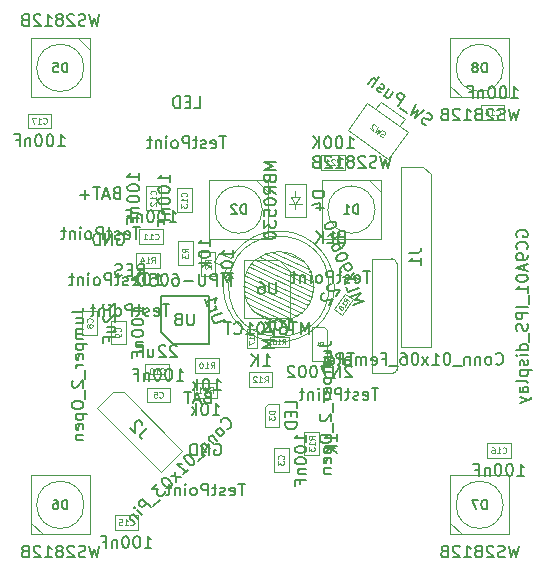
<source format=gbr>
%TF.GenerationSoftware,KiCad,Pcbnew,8.0.1*%
%TF.CreationDate,2024-05-06T20:31:11+02:00*%
%TF.ProjectId,smartknob,736d6172-746b-46e6-9f62-2e6b69636164,rev?*%
%TF.SameCoordinates,Original*%
%TF.FileFunction,AssemblyDrawing,Bot*%
%FSLAX46Y46*%
G04 Gerber Fmt 4.6, Leading zero omitted, Abs format (unit mm)*
G04 Created by KiCad (PCBNEW 8.0.1) date 2024-05-06 20:31:11*
%MOMM*%
%LPD*%
G01*
G04 APERTURE LIST*
%ADD10C,0.150000*%
%ADD11C,0.080000*%
%ADD12C,0.060000*%
%ADD13C,0.050000*%
%ADD14C,0.075000*%
%ADD15C,0.100000*%
%ADD16C,0.120000*%
G04 APERTURE END LIST*
D10*
X120766666Y-67804819D02*
X121338094Y-67804819D01*
X121052380Y-67804819D02*
X121052380Y-66804819D01*
X121052380Y-66804819D02*
X121147618Y-66947676D01*
X121147618Y-66947676D02*
X121242856Y-67042914D01*
X121242856Y-67042914D02*
X121338094Y-67090533D01*
X120147618Y-66804819D02*
X120052380Y-66804819D01*
X120052380Y-66804819D02*
X119957142Y-66852438D01*
X119957142Y-66852438D02*
X119909523Y-66900057D01*
X119909523Y-66900057D02*
X119861904Y-66995295D01*
X119861904Y-66995295D02*
X119814285Y-67185771D01*
X119814285Y-67185771D02*
X119814285Y-67423866D01*
X119814285Y-67423866D02*
X119861904Y-67614342D01*
X119861904Y-67614342D02*
X119909523Y-67709580D01*
X119909523Y-67709580D02*
X119957142Y-67757200D01*
X119957142Y-67757200D02*
X120052380Y-67804819D01*
X120052380Y-67804819D02*
X120147618Y-67804819D01*
X120147618Y-67804819D02*
X120242856Y-67757200D01*
X120242856Y-67757200D02*
X120290475Y-67709580D01*
X120290475Y-67709580D02*
X120338094Y-67614342D01*
X120338094Y-67614342D02*
X120385713Y-67423866D01*
X120385713Y-67423866D02*
X120385713Y-67185771D01*
X120385713Y-67185771D02*
X120338094Y-66995295D01*
X120338094Y-66995295D02*
X120290475Y-66900057D01*
X120290475Y-66900057D02*
X120242856Y-66852438D01*
X120242856Y-66852438D02*
X120147618Y-66804819D01*
X119195237Y-66804819D02*
X119099999Y-66804819D01*
X119099999Y-66804819D02*
X119004761Y-66852438D01*
X119004761Y-66852438D02*
X118957142Y-66900057D01*
X118957142Y-66900057D02*
X118909523Y-66995295D01*
X118909523Y-66995295D02*
X118861904Y-67185771D01*
X118861904Y-67185771D02*
X118861904Y-67423866D01*
X118861904Y-67423866D02*
X118909523Y-67614342D01*
X118909523Y-67614342D02*
X118957142Y-67709580D01*
X118957142Y-67709580D02*
X119004761Y-67757200D01*
X119004761Y-67757200D02*
X119099999Y-67804819D01*
X119099999Y-67804819D02*
X119195237Y-67804819D01*
X119195237Y-67804819D02*
X119290475Y-67757200D01*
X119290475Y-67757200D02*
X119338094Y-67709580D01*
X119338094Y-67709580D02*
X119385713Y-67614342D01*
X119385713Y-67614342D02*
X119433332Y-67423866D01*
X119433332Y-67423866D02*
X119433332Y-67185771D01*
X119433332Y-67185771D02*
X119385713Y-66995295D01*
X119385713Y-66995295D02*
X119338094Y-66900057D01*
X119338094Y-66900057D02*
X119290475Y-66852438D01*
X119290475Y-66852438D02*
X119195237Y-66804819D01*
X118433332Y-67804819D02*
X118433332Y-66804819D01*
X117861904Y-67804819D02*
X118290475Y-67233390D01*
X117861904Y-66804819D02*
X118433332Y-67376247D01*
D11*
X119921428Y-69227149D02*
X120088094Y-68989054D01*
X120207142Y-69227149D02*
X120207142Y-68727149D01*
X120207142Y-68727149D02*
X120016666Y-68727149D01*
X120016666Y-68727149D02*
X119969047Y-68750959D01*
X119969047Y-68750959D02*
X119945237Y-68774768D01*
X119945237Y-68774768D02*
X119921428Y-68822387D01*
X119921428Y-68822387D02*
X119921428Y-68893816D01*
X119921428Y-68893816D02*
X119945237Y-68941435D01*
X119945237Y-68941435D02*
X119969047Y-68965244D01*
X119969047Y-68965244D02*
X120016666Y-68989054D01*
X120016666Y-68989054D02*
X120207142Y-68989054D01*
X119730951Y-68774768D02*
X119707142Y-68750959D01*
X119707142Y-68750959D02*
X119659523Y-68727149D01*
X119659523Y-68727149D02*
X119540475Y-68727149D01*
X119540475Y-68727149D02*
X119492856Y-68750959D01*
X119492856Y-68750959D02*
X119469047Y-68774768D01*
X119469047Y-68774768D02*
X119445237Y-68822387D01*
X119445237Y-68822387D02*
X119445237Y-68870006D01*
X119445237Y-68870006D02*
X119469047Y-68941435D01*
X119469047Y-68941435D02*
X119754761Y-69227149D01*
X119754761Y-69227149D02*
X119445237Y-69227149D01*
X118969047Y-69227149D02*
X119254761Y-69227149D01*
X119111904Y-69227149D02*
X119111904Y-68727149D01*
X119111904Y-68727149D02*
X119159523Y-68798578D01*
X119159523Y-68798578D02*
X119207142Y-68846197D01*
X119207142Y-68846197D02*
X119254761Y-68870006D01*
D10*
X105747619Y-74074819D02*
X106319047Y-74074819D01*
X106033333Y-74074819D02*
X106033333Y-73074819D01*
X106033333Y-73074819D02*
X106128571Y-73217676D01*
X106128571Y-73217676D02*
X106223809Y-73312914D01*
X106223809Y-73312914D02*
X106319047Y-73360533D01*
X105128571Y-73074819D02*
X105033333Y-73074819D01*
X105033333Y-73074819D02*
X104938095Y-73122438D01*
X104938095Y-73122438D02*
X104890476Y-73170057D01*
X104890476Y-73170057D02*
X104842857Y-73265295D01*
X104842857Y-73265295D02*
X104795238Y-73455771D01*
X104795238Y-73455771D02*
X104795238Y-73693866D01*
X104795238Y-73693866D02*
X104842857Y-73884342D01*
X104842857Y-73884342D02*
X104890476Y-73979580D01*
X104890476Y-73979580D02*
X104938095Y-74027200D01*
X104938095Y-74027200D02*
X105033333Y-74074819D01*
X105033333Y-74074819D02*
X105128571Y-74074819D01*
X105128571Y-74074819D02*
X105223809Y-74027200D01*
X105223809Y-74027200D02*
X105271428Y-73979580D01*
X105271428Y-73979580D02*
X105319047Y-73884342D01*
X105319047Y-73884342D02*
X105366666Y-73693866D01*
X105366666Y-73693866D02*
X105366666Y-73455771D01*
X105366666Y-73455771D02*
X105319047Y-73265295D01*
X105319047Y-73265295D02*
X105271428Y-73170057D01*
X105271428Y-73170057D02*
X105223809Y-73122438D01*
X105223809Y-73122438D02*
X105128571Y-73074819D01*
X104176190Y-73074819D02*
X104080952Y-73074819D01*
X104080952Y-73074819D02*
X103985714Y-73122438D01*
X103985714Y-73122438D02*
X103938095Y-73170057D01*
X103938095Y-73170057D02*
X103890476Y-73265295D01*
X103890476Y-73265295D02*
X103842857Y-73455771D01*
X103842857Y-73455771D02*
X103842857Y-73693866D01*
X103842857Y-73693866D02*
X103890476Y-73884342D01*
X103890476Y-73884342D02*
X103938095Y-73979580D01*
X103938095Y-73979580D02*
X103985714Y-74027200D01*
X103985714Y-74027200D02*
X104080952Y-74074819D01*
X104080952Y-74074819D02*
X104176190Y-74074819D01*
X104176190Y-74074819D02*
X104271428Y-74027200D01*
X104271428Y-74027200D02*
X104319047Y-73979580D01*
X104319047Y-73979580D02*
X104366666Y-73884342D01*
X104366666Y-73884342D02*
X104414285Y-73693866D01*
X104414285Y-73693866D02*
X104414285Y-73455771D01*
X104414285Y-73455771D02*
X104366666Y-73265295D01*
X104366666Y-73265295D02*
X104319047Y-73170057D01*
X104319047Y-73170057D02*
X104271428Y-73122438D01*
X104271428Y-73122438D02*
X104176190Y-73074819D01*
X103414285Y-73408152D02*
X103414285Y-74074819D01*
X103414285Y-73503390D02*
X103366666Y-73455771D01*
X103366666Y-73455771D02*
X103271428Y-73408152D01*
X103271428Y-73408152D02*
X103128571Y-73408152D01*
X103128571Y-73408152D02*
X103033333Y-73455771D01*
X103033333Y-73455771D02*
X102985714Y-73551009D01*
X102985714Y-73551009D02*
X102985714Y-74074819D01*
X102176190Y-73551009D02*
X102509523Y-73551009D01*
X102509523Y-74074819D02*
X102509523Y-73074819D01*
X102509523Y-73074819D02*
X102033333Y-73074819D01*
D11*
X104521428Y-75479530D02*
X104545237Y-75503340D01*
X104545237Y-75503340D02*
X104616666Y-75527149D01*
X104616666Y-75527149D02*
X104664285Y-75527149D01*
X104664285Y-75527149D02*
X104735713Y-75503340D01*
X104735713Y-75503340D02*
X104783332Y-75455720D01*
X104783332Y-75455720D02*
X104807142Y-75408101D01*
X104807142Y-75408101D02*
X104830951Y-75312863D01*
X104830951Y-75312863D02*
X104830951Y-75241435D01*
X104830951Y-75241435D02*
X104807142Y-75146197D01*
X104807142Y-75146197D02*
X104783332Y-75098578D01*
X104783332Y-75098578D02*
X104735713Y-75050959D01*
X104735713Y-75050959D02*
X104664285Y-75027149D01*
X104664285Y-75027149D02*
X104616666Y-75027149D01*
X104616666Y-75027149D02*
X104545237Y-75050959D01*
X104545237Y-75050959D02*
X104521428Y-75074768D01*
X104045237Y-75527149D02*
X104330951Y-75527149D01*
X104188094Y-75527149D02*
X104188094Y-75027149D01*
X104188094Y-75027149D02*
X104235713Y-75098578D01*
X104235713Y-75098578D02*
X104283332Y-75146197D01*
X104283332Y-75146197D02*
X104330951Y-75170006D01*
X103569047Y-75527149D02*
X103854761Y-75527149D01*
X103711904Y-75527149D02*
X103711904Y-75027149D01*
X103711904Y-75027149D02*
X103759523Y-75098578D01*
X103759523Y-75098578D02*
X103807142Y-75146197D01*
X103807142Y-75146197D02*
X103854761Y-75170006D01*
D10*
X135185119Y-95534819D02*
X135756547Y-95534819D01*
X135470833Y-95534819D02*
X135470833Y-94534819D01*
X135470833Y-94534819D02*
X135566071Y-94677676D01*
X135566071Y-94677676D02*
X135661309Y-94772914D01*
X135661309Y-94772914D02*
X135756547Y-94820533D01*
X134566071Y-94534819D02*
X134470833Y-94534819D01*
X134470833Y-94534819D02*
X134375595Y-94582438D01*
X134375595Y-94582438D02*
X134327976Y-94630057D01*
X134327976Y-94630057D02*
X134280357Y-94725295D01*
X134280357Y-94725295D02*
X134232738Y-94915771D01*
X134232738Y-94915771D02*
X134232738Y-95153866D01*
X134232738Y-95153866D02*
X134280357Y-95344342D01*
X134280357Y-95344342D02*
X134327976Y-95439580D01*
X134327976Y-95439580D02*
X134375595Y-95487200D01*
X134375595Y-95487200D02*
X134470833Y-95534819D01*
X134470833Y-95534819D02*
X134566071Y-95534819D01*
X134566071Y-95534819D02*
X134661309Y-95487200D01*
X134661309Y-95487200D02*
X134708928Y-95439580D01*
X134708928Y-95439580D02*
X134756547Y-95344342D01*
X134756547Y-95344342D02*
X134804166Y-95153866D01*
X134804166Y-95153866D02*
X134804166Y-94915771D01*
X134804166Y-94915771D02*
X134756547Y-94725295D01*
X134756547Y-94725295D02*
X134708928Y-94630057D01*
X134708928Y-94630057D02*
X134661309Y-94582438D01*
X134661309Y-94582438D02*
X134566071Y-94534819D01*
X133613690Y-94534819D02*
X133518452Y-94534819D01*
X133518452Y-94534819D02*
X133423214Y-94582438D01*
X133423214Y-94582438D02*
X133375595Y-94630057D01*
X133375595Y-94630057D02*
X133327976Y-94725295D01*
X133327976Y-94725295D02*
X133280357Y-94915771D01*
X133280357Y-94915771D02*
X133280357Y-95153866D01*
X133280357Y-95153866D02*
X133327976Y-95344342D01*
X133327976Y-95344342D02*
X133375595Y-95439580D01*
X133375595Y-95439580D02*
X133423214Y-95487200D01*
X133423214Y-95487200D02*
X133518452Y-95534819D01*
X133518452Y-95534819D02*
X133613690Y-95534819D01*
X133613690Y-95534819D02*
X133708928Y-95487200D01*
X133708928Y-95487200D02*
X133756547Y-95439580D01*
X133756547Y-95439580D02*
X133804166Y-95344342D01*
X133804166Y-95344342D02*
X133851785Y-95153866D01*
X133851785Y-95153866D02*
X133851785Y-94915771D01*
X133851785Y-94915771D02*
X133804166Y-94725295D01*
X133804166Y-94725295D02*
X133756547Y-94630057D01*
X133756547Y-94630057D02*
X133708928Y-94582438D01*
X133708928Y-94582438D02*
X133613690Y-94534819D01*
X132851785Y-94868152D02*
X132851785Y-95534819D01*
X132851785Y-94963390D02*
X132804166Y-94915771D01*
X132804166Y-94915771D02*
X132708928Y-94868152D01*
X132708928Y-94868152D02*
X132566071Y-94868152D01*
X132566071Y-94868152D02*
X132470833Y-94915771D01*
X132470833Y-94915771D02*
X132423214Y-95011009D01*
X132423214Y-95011009D02*
X132423214Y-95534819D01*
X131613690Y-95011009D02*
X131947023Y-95011009D01*
X131947023Y-95534819D02*
X131947023Y-94534819D01*
X131947023Y-94534819D02*
X131470833Y-94534819D01*
D11*
X133958928Y-93579530D02*
X133982737Y-93603340D01*
X133982737Y-93603340D02*
X134054166Y-93627149D01*
X134054166Y-93627149D02*
X134101785Y-93627149D01*
X134101785Y-93627149D02*
X134173213Y-93603340D01*
X134173213Y-93603340D02*
X134220832Y-93555720D01*
X134220832Y-93555720D02*
X134244642Y-93508101D01*
X134244642Y-93508101D02*
X134268451Y-93412863D01*
X134268451Y-93412863D02*
X134268451Y-93341435D01*
X134268451Y-93341435D02*
X134244642Y-93246197D01*
X134244642Y-93246197D02*
X134220832Y-93198578D01*
X134220832Y-93198578D02*
X134173213Y-93150959D01*
X134173213Y-93150959D02*
X134101785Y-93127149D01*
X134101785Y-93127149D02*
X134054166Y-93127149D01*
X134054166Y-93127149D02*
X133982737Y-93150959D01*
X133982737Y-93150959D02*
X133958928Y-93174768D01*
X133482737Y-93627149D02*
X133768451Y-93627149D01*
X133625594Y-93627149D02*
X133625594Y-93127149D01*
X133625594Y-93127149D02*
X133673213Y-93198578D01*
X133673213Y-93198578D02*
X133720832Y-93246197D01*
X133720832Y-93246197D02*
X133768451Y-93270006D01*
X133054166Y-93127149D02*
X133149404Y-93127149D01*
X133149404Y-93127149D02*
X133197023Y-93150959D01*
X133197023Y-93150959D02*
X133220833Y-93174768D01*
X133220833Y-93174768D02*
X133268452Y-93246197D01*
X133268452Y-93246197D02*
X133292261Y-93341435D01*
X133292261Y-93341435D02*
X133292261Y-93531911D01*
X133292261Y-93531911D02*
X133268452Y-93579530D01*
X133268452Y-93579530D02*
X133244642Y-93603340D01*
X133244642Y-93603340D02*
X133197023Y-93627149D01*
X133197023Y-93627149D02*
X133101785Y-93627149D01*
X133101785Y-93627149D02*
X133054166Y-93603340D01*
X133054166Y-93603340D02*
X133030357Y-93579530D01*
X133030357Y-93579530D02*
X133006547Y-93531911D01*
X133006547Y-93531911D02*
X133006547Y-93412863D01*
X133006547Y-93412863D02*
X133030357Y-93365244D01*
X133030357Y-93365244D02*
X133054166Y-93341435D01*
X133054166Y-93341435D02*
X133101785Y-93317625D01*
X133101785Y-93317625D02*
X133197023Y-93317625D01*
X133197023Y-93317625D02*
X133244642Y-93341435D01*
X133244642Y-93341435D02*
X133268452Y-93365244D01*
X133268452Y-93365244D02*
X133292261Y-93412863D01*
D10*
X113674285Y-86204819D02*
X114245713Y-86204819D01*
X113959999Y-86204819D02*
X113959999Y-85204819D01*
X113959999Y-85204819D02*
X114055237Y-85347676D01*
X114055237Y-85347676D02*
X114150475Y-85442914D01*
X114150475Y-85442914D02*
X114245713Y-85490533D01*
X113245713Y-86204819D02*
X113245713Y-85204819D01*
X112674285Y-86204819D02*
X113102856Y-85633390D01*
X112674285Y-85204819D02*
X113245713Y-85776247D01*
D11*
X113781428Y-87627149D02*
X113948094Y-87389054D01*
X114067142Y-87627149D02*
X114067142Y-87127149D01*
X114067142Y-87127149D02*
X113876666Y-87127149D01*
X113876666Y-87127149D02*
X113829047Y-87150959D01*
X113829047Y-87150959D02*
X113805237Y-87174768D01*
X113805237Y-87174768D02*
X113781428Y-87222387D01*
X113781428Y-87222387D02*
X113781428Y-87293816D01*
X113781428Y-87293816D02*
X113805237Y-87341435D01*
X113805237Y-87341435D02*
X113829047Y-87365244D01*
X113829047Y-87365244D02*
X113876666Y-87389054D01*
X113876666Y-87389054D02*
X114067142Y-87389054D01*
X113305237Y-87627149D02*
X113590951Y-87627149D01*
X113448094Y-87627149D02*
X113448094Y-87127149D01*
X113448094Y-87127149D02*
X113495713Y-87198578D01*
X113495713Y-87198578D02*
X113543332Y-87246197D01*
X113543332Y-87246197D02*
X113590951Y-87270006D01*
X113114761Y-87174768D02*
X113090952Y-87150959D01*
X113090952Y-87150959D02*
X113043333Y-87127149D01*
X113043333Y-87127149D02*
X112924285Y-87127149D01*
X112924285Y-87127149D02*
X112876666Y-87150959D01*
X112876666Y-87150959D02*
X112852857Y-87174768D01*
X112852857Y-87174768D02*
X112829047Y-87222387D01*
X112829047Y-87222387D02*
X112829047Y-87270006D01*
X112829047Y-87270006D02*
X112852857Y-87341435D01*
X112852857Y-87341435D02*
X113138571Y-87627149D01*
X113138571Y-87627149D02*
X112829047Y-87627149D01*
D10*
X135127438Y-75285713D02*
X135079819Y-75190475D01*
X135079819Y-75190475D02*
X135079819Y-75047618D01*
X135079819Y-75047618D02*
X135127438Y-74904761D01*
X135127438Y-74904761D02*
X135222676Y-74809523D01*
X135222676Y-74809523D02*
X135317914Y-74761904D01*
X135317914Y-74761904D02*
X135508390Y-74714285D01*
X135508390Y-74714285D02*
X135651247Y-74714285D01*
X135651247Y-74714285D02*
X135841723Y-74761904D01*
X135841723Y-74761904D02*
X135936961Y-74809523D01*
X135936961Y-74809523D02*
X136032200Y-74904761D01*
X136032200Y-74904761D02*
X136079819Y-75047618D01*
X136079819Y-75047618D02*
X136079819Y-75142856D01*
X136079819Y-75142856D02*
X136032200Y-75285713D01*
X136032200Y-75285713D02*
X135984580Y-75333332D01*
X135984580Y-75333332D02*
X135651247Y-75333332D01*
X135651247Y-75333332D02*
X135651247Y-75142856D01*
X135984580Y-76333332D02*
X136032200Y-76285713D01*
X136032200Y-76285713D02*
X136079819Y-76142856D01*
X136079819Y-76142856D02*
X136079819Y-76047618D01*
X136079819Y-76047618D02*
X136032200Y-75904761D01*
X136032200Y-75904761D02*
X135936961Y-75809523D01*
X135936961Y-75809523D02*
X135841723Y-75761904D01*
X135841723Y-75761904D02*
X135651247Y-75714285D01*
X135651247Y-75714285D02*
X135508390Y-75714285D01*
X135508390Y-75714285D02*
X135317914Y-75761904D01*
X135317914Y-75761904D02*
X135222676Y-75809523D01*
X135222676Y-75809523D02*
X135127438Y-75904761D01*
X135127438Y-75904761D02*
X135079819Y-76047618D01*
X135079819Y-76047618D02*
X135079819Y-76142856D01*
X135079819Y-76142856D02*
X135127438Y-76285713D01*
X135127438Y-76285713D02*
X135175057Y-76333332D01*
X136079819Y-76809523D02*
X136079819Y-76999999D01*
X136079819Y-76999999D02*
X136032200Y-77095237D01*
X136032200Y-77095237D02*
X135984580Y-77142856D01*
X135984580Y-77142856D02*
X135841723Y-77238094D01*
X135841723Y-77238094D02*
X135651247Y-77285713D01*
X135651247Y-77285713D02*
X135270295Y-77285713D01*
X135270295Y-77285713D02*
X135175057Y-77238094D01*
X135175057Y-77238094D02*
X135127438Y-77190475D01*
X135127438Y-77190475D02*
X135079819Y-77095237D01*
X135079819Y-77095237D02*
X135079819Y-76904761D01*
X135079819Y-76904761D02*
X135127438Y-76809523D01*
X135127438Y-76809523D02*
X135175057Y-76761904D01*
X135175057Y-76761904D02*
X135270295Y-76714285D01*
X135270295Y-76714285D02*
X135508390Y-76714285D01*
X135508390Y-76714285D02*
X135603628Y-76761904D01*
X135603628Y-76761904D02*
X135651247Y-76809523D01*
X135651247Y-76809523D02*
X135698866Y-76904761D01*
X135698866Y-76904761D02*
X135698866Y-77095237D01*
X135698866Y-77095237D02*
X135651247Y-77190475D01*
X135651247Y-77190475D02*
X135603628Y-77238094D01*
X135603628Y-77238094D02*
X135508390Y-77285713D01*
X135794104Y-77666666D02*
X135794104Y-78142856D01*
X136079819Y-77571428D02*
X135079819Y-77904761D01*
X135079819Y-77904761D02*
X136079819Y-78238094D01*
X135079819Y-78761904D02*
X135079819Y-78857142D01*
X135079819Y-78857142D02*
X135127438Y-78952380D01*
X135127438Y-78952380D02*
X135175057Y-78999999D01*
X135175057Y-78999999D02*
X135270295Y-79047618D01*
X135270295Y-79047618D02*
X135460771Y-79095237D01*
X135460771Y-79095237D02*
X135698866Y-79095237D01*
X135698866Y-79095237D02*
X135889342Y-79047618D01*
X135889342Y-79047618D02*
X135984580Y-78999999D01*
X135984580Y-78999999D02*
X136032200Y-78952380D01*
X136032200Y-78952380D02*
X136079819Y-78857142D01*
X136079819Y-78857142D02*
X136079819Y-78761904D01*
X136079819Y-78761904D02*
X136032200Y-78666666D01*
X136032200Y-78666666D02*
X135984580Y-78619047D01*
X135984580Y-78619047D02*
X135889342Y-78571428D01*
X135889342Y-78571428D02*
X135698866Y-78523809D01*
X135698866Y-78523809D02*
X135460771Y-78523809D01*
X135460771Y-78523809D02*
X135270295Y-78571428D01*
X135270295Y-78571428D02*
X135175057Y-78619047D01*
X135175057Y-78619047D02*
X135127438Y-78666666D01*
X135127438Y-78666666D02*
X135079819Y-78761904D01*
X136079819Y-80047618D02*
X136079819Y-79476190D01*
X136079819Y-79761904D02*
X135079819Y-79761904D01*
X135079819Y-79761904D02*
X135222676Y-79666666D01*
X135222676Y-79666666D02*
X135317914Y-79571428D01*
X135317914Y-79571428D02*
X135365533Y-79476190D01*
X136175057Y-80238095D02*
X136175057Y-80999999D01*
X136079819Y-81238095D02*
X135079819Y-81238095D01*
X136079819Y-81714285D02*
X135079819Y-81714285D01*
X135079819Y-81714285D02*
X135079819Y-82095237D01*
X135079819Y-82095237D02*
X135127438Y-82190475D01*
X135127438Y-82190475D02*
X135175057Y-82238094D01*
X135175057Y-82238094D02*
X135270295Y-82285713D01*
X135270295Y-82285713D02*
X135413152Y-82285713D01*
X135413152Y-82285713D02*
X135508390Y-82238094D01*
X135508390Y-82238094D02*
X135556009Y-82190475D01*
X135556009Y-82190475D02*
X135603628Y-82095237D01*
X135603628Y-82095237D02*
X135603628Y-81714285D01*
X136032200Y-82666666D02*
X136079819Y-82809523D01*
X136079819Y-82809523D02*
X136079819Y-83047618D01*
X136079819Y-83047618D02*
X136032200Y-83142856D01*
X136032200Y-83142856D02*
X135984580Y-83190475D01*
X135984580Y-83190475D02*
X135889342Y-83238094D01*
X135889342Y-83238094D02*
X135794104Y-83238094D01*
X135794104Y-83238094D02*
X135698866Y-83190475D01*
X135698866Y-83190475D02*
X135651247Y-83142856D01*
X135651247Y-83142856D02*
X135603628Y-83047618D01*
X135603628Y-83047618D02*
X135556009Y-82857142D01*
X135556009Y-82857142D02*
X135508390Y-82761904D01*
X135508390Y-82761904D02*
X135460771Y-82714285D01*
X135460771Y-82714285D02*
X135365533Y-82666666D01*
X135365533Y-82666666D02*
X135270295Y-82666666D01*
X135270295Y-82666666D02*
X135175057Y-82714285D01*
X135175057Y-82714285D02*
X135127438Y-82761904D01*
X135127438Y-82761904D02*
X135079819Y-82857142D01*
X135079819Y-82857142D02*
X135079819Y-83095237D01*
X135079819Y-83095237D02*
X135127438Y-83238094D01*
X136175057Y-83428571D02*
X136175057Y-84190475D01*
X136079819Y-84857142D02*
X135079819Y-84857142D01*
X136032200Y-84857142D02*
X136079819Y-84761904D01*
X136079819Y-84761904D02*
X136079819Y-84571428D01*
X136079819Y-84571428D02*
X136032200Y-84476190D01*
X136032200Y-84476190D02*
X135984580Y-84428571D01*
X135984580Y-84428571D02*
X135889342Y-84380952D01*
X135889342Y-84380952D02*
X135603628Y-84380952D01*
X135603628Y-84380952D02*
X135508390Y-84428571D01*
X135508390Y-84428571D02*
X135460771Y-84476190D01*
X135460771Y-84476190D02*
X135413152Y-84571428D01*
X135413152Y-84571428D02*
X135413152Y-84761904D01*
X135413152Y-84761904D02*
X135460771Y-84857142D01*
X136079819Y-85333333D02*
X135413152Y-85333333D01*
X135079819Y-85333333D02*
X135127438Y-85285714D01*
X135127438Y-85285714D02*
X135175057Y-85333333D01*
X135175057Y-85333333D02*
X135127438Y-85380952D01*
X135127438Y-85380952D02*
X135079819Y-85333333D01*
X135079819Y-85333333D02*
X135175057Y-85333333D01*
X136032200Y-85761904D02*
X136079819Y-85857142D01*
X136079819Y-85857142D02*
X136079819Y-86047618D01*
X136079819Y-86047618D02*
X136032200Y-86142856D01*
X136032200Y-86142856D02*
X135936961Y-86190475D01*
X135936961Y-86190475D02*
X135889342Y-86190475D01*
X135889342Y-86190475D02*
X135794104Y-86142856D01*
X135794104Y-86142856D02*
X135746485Y-86047618D01*
X135746485Y-86047618D02*
X135746485Y-85904761D01*
X135746485Y-85904761D02*
X135698866Y-85809523D01*
X135698866Y-85809523D02*
X135603628Y-85761904D01*
X135603628Y-85761904D02*
X135556009Y-85761904D01*
X135556009Y-85761904D02*
X135460771Y-85809523D01*
X135460771Y-85809523D02*
X135413152Y-85904761D01*
X135413152Y-85904761D02*
X135413152Y-86047618D01*
X135413152Y-86047618D02*
X135460771Y-86142856D01*
X135413152Y-86619047D02*
X136413152Y-86619047D01*
X135460771Y-86619047D02*
X135413152Y-86714285D01*
X135413152Y-86714285D02*
X135413152Y-86904761D01*
X135413152Y-86904761D02*
X135460771Y-86999999D01*
X135460771Y-86999999D02*
X135508390Y-87047618D01*
X135508390Y-87047618D02*
X135603628Y-87095237D01*
X135603628Y-87095237D02*
X135889342Y-87095237D01*
X135889342Y-87095237D02*
X135984580Y-87047618D01*
X135984580Y-87047618D02*
X136032200Y-86999999D01*
X136032200Y-86999999D02*
X136079819Y-86904761D01*
X136079819Y-86904761D02*
X136079819Y-86714285D01*
X136079819Y-86714285D02*
X136032200Y-86619047D01*
X136079819Y-87666666D02*
X136032200Y-87571428D01*
X136032200Y-87571428D02*
X135936961Y-87523809D01*
X135936961Y-87523809D02*
X135079819Y-87523809D01*
X136079819Y-88476190D02*
X135556009Y-88476190D01*
X135556009Y-88476190D02*
X135460771Y-88428571D01*
X135460771Y-88428571D02*
X135413152Y-88333333D01*
X135413152Y-88333333D02*
X135413152Y-88142857D01*
X135413152Y-88142857D02*
X135460771Y-88047619D01*
X136032200Y-88476190D02*
X136079819Y-88380952D01*
X136079819Y-88380952D02*
X136079819Y-88142857D01*
X136079819Y-88142857D02*
X136032200Y-88047619D01*
X136032200Y-88047619D02*
X135936961Y-88000000D01*
X135936961Y-88000000D02*
X135841723Y-88000000D01*
X135841723Y-88000000D02*
X135746485Y-88047619D01*
X135746485Y-88047619D02*
X135698866Y-88142857D01*
X135698866Y-88142857D02*
X135698866Y-88380952D01*
X135698866Y-88380952D02*
X135651247Y-88476190D01*
X135413152Y-88857143D02*
X136079819Y-89095238D01*
X135413152Y-89333333D02*
X136079819Y-89095238D01*
X136079819Y-89095238D02*
X136317914Y-89000000D01*
X136317914Y-89000000D02*
X136365533Y-88952381D01*
X136365533Y-88952381D02*
X136413152Y-88857143D01*
X115620238Y-83224819D02*
X116191666Y-83224819D01*
X115905952Y-83224819D02*
X115905952Y-82224819D01*
X115905952Y-82224819D02*
X116001190Y-82367676D01*
X116001190Y-82367676D02*
X116096428Y-82462914D01*
X116096428Y-82462914D02*
X116191666Y-82510533D01*
X115001190Y-82224819D02*
X114905952Y-82224819D01*
X114905952Y-82224819D02*
X114810714Y-82272438D01*
X114810714Y-82272438D02*
X114763095Y-82320057D01*
X114763095Y-82320057D02*
X114715476Y-82415295D01*
X114715476Y-82415295D02*
X114667857Y-82605771D01*
X114667857Y-82605771D02*
X114667857Y-82843866D01*
X114667857Y-82843866D02*
X114715476Y-83034342D01*
X114715476Y-83034342D02*
X114763095Y-83129580D01*
X114763095Y-83129580D02*
X114810714Y-83177200D01*
X114810714Y-83177200D02*
X114905952Y-83224819D01*
X114905952Y-83224819D02*
X115001190Y-83224819D01*
X115001190Y-83224819D02*
X115096428Y-83177200D01*
X115096428Y-83177200D02*
X115144047Y-83129580D01*
X115144047Y-83129580D02*
X115191666Y-83034342D01*
X115191666Y-83034342D02*
X115239285Y-82843866D01*
X115239285Y-82843866D02*
X115239285Y-82605771D01*
X115239285Y-82605771D02*
X115191666Y-82415295D01*
X115191666Y-82415295D02*
X115144047Y-82320057D01*
X115144047Y-82320057D02*
X115096428Y-82272438D01*
X115096428Y-82272438D02*
X115001190Y-82224819D01*
X114239285Y-83224819D02*
X114239285Y-82224819D01*
X114144047Y-82843866D02*
X113858333Y-83224819D01*
X113858333Y-82558152D02*
X114239285Y-82939104D01*
D12*
X115282142Y-84381927D02*
X115415475Y-84191451D01*
X115510713Y-84381927D02*
X115510713Y-83981927D01*
X115510713Y-83981927D02*
X115358332Y-83981927D01*
X115358332Y-83981927D02*
X115320237Y-84000975D01*
X115320237Y-84000975D02*
X115301190Y-84020022D01*
X115301190Y-84020022D02*
X115282142Y-84058118D01*
X115282142Y-84058118D02*
X115282142Y-84115260D01*
X115282142Y-84115260D02*
X115301190Y-84153356D01*
X115301190Y-84153356D02*
X115320237Y-84172403D01*
X115320237Y-84172403D02*
X115358332Y-84191451D01*
X115358332Y-84191451D02*
X115510713Y-84191451D01*
X114901190Y-84381927D02*
X115129761Y-84381927D01*
X115015475Y-84381927D02*
X115015475Y-83981927D01*
X115015475Y-83981927D02*
X115053571Y-84039070D01*
X115053571Y-84039070D02*
X115091666Y-84077165D01*
X115091666Y-84077165D02*
X115129761Y-84096213D01*
X114558333Y-83981927D02*
X114634523Y-83981927D01*
X114634523Y-83981927D02*
X114672619Y-84000975D01*
X114672619Y-84000975D02*
X114691666Y-84020022D01*
X114691666Y-84020022D02*
X114729761Y-84077165D01*
X114729761Y-84077165D02*
X114748809Y-84153356D01*
X114748809Y-84153356D02*
X114748809Y-84305737D01*
X114748809Y-84305737D02*
X114729761Y-84343832D01*
X114729761Y-84343832D02*
X114710714Y-84362880D01*
X114710714Y-84362880D02*
X114672619Y-84381927D01*
X114672619Y-84381927D02*
X114596428Y-84381927D01*
X114596428Y-84381927D02*
X114558333Y-84362880D01*
X114558333Y-84362880D02*
X114539285Y-84343832D01*
X114539285Y-84343832D02*
X114520238Y-84305737D01*
X114520238Y-84305737D02*
X114520238Y-84210499D01*
X114520238Y-84210499D02*
X114539285Y-84172403D01*
X114539285Y-84172403D02*
X114558333Y-84153356D01*
X114558333Y-84153356D02*
X114596428Y-84134308D01*
X114596428Y-84134308D02*
X114672619Y-84134308D01*
X114672619Y-84134308D02*
X114710714Y-84153356D01*
X114710714Y-84153356D02*
X114729761Y-84172403D01*
X114729761Y-84172403D02*
X114748809Y-84210499D01*
D10*
X135309523Y-64454819D02*
X135071428Y-65454819D01*
X135071428Y-65454819D02*
X134880952Y-64740533D01*
X134880952Y-64740533D02*
X134690476Y-65454819D01*
X134690476Y-65454819D02*
X134452381Y-64454819D01*
X134119047Y-65407200D02*
X133976190Y-65454819D01*
X133976190Y-65454819D02*
X133738095Y-65454819D01*
X133738095Y-65454819D02*
X133642857Y-65407200D01*
X133642857Y-65407200D02*
X133595238Y-65359580D01*
X133595238Y-65359580D02*
X133547619Y-65264342D01*
X133547619Y-65264342D02*
X133547619Y-65169104D01*
X133547619Y-65169104D02*
X133595238Y-65073866D01*
X133595238Y-65073866D02*
X133642857Y-65026247D01*
X133642857Y-65026247D02*
X133738095Y-64978628D01*
X133738095Y-64978628D02*
X133928571Y-64931009D01*
X133928571Y-64931009D02*
X134023809Y-64883390D01*
X134023809Y-64883390D02*
X134071428Y-64835771D01*
X134071428Y-64835771D02*
X134119047Y-64740533D01*
X134119047Y-64740533D02*
X134119047Y-64645295D01*
X134119047Y-64645295D02*
X134071428Y-64550057D01*
X134071428Y-64550057D02*
X134023809Y-64502438D01*
X134023809Y-64502438D02*
X133928571Y-64454819D01*
X133928571Y-64454819D02*
X133690476Y-64454819D01*
X133690476Y-64454819D02*
X133547619Y-64502438D01*
X133166666Y-64550057D02*
X133119047Y-64502438D01*
X133119047Y-64502438D02*
X133023809Y-64454819D01*
X133023809Y-64454819D02*
X132785714Y-64454819D01*
X132785714Y-64454819D02*
X132690476Y-64502438D01*
X132690476Y-64502438D02*
X132642857Y-64550057D01*
X132642857Y-64550057D02*
X132595238Y-64645295D01*
X132595238Y-64645295D02*
X132595238Y-64740533D01*
X132595238Y-64740533D02*
X132642857Y-64883390D01*
X132642857Y-64883390D02*
X133214285Y-65454819D01*
X133214285Y-65454819D02*
X132595238Y-65454819D01*
X132023809Y-64883390D02*
X132119047Y-64835771D01*
X132119047Y-64835771D02*
X132166666Y-64788152D01*
X132166666Y-64788152D02*
X132214285Y-64692914D01*
X132214285Y-64692914D02*
X132214285Y-64645295D01*
X132214285Y-64645295D02*
X132166666Y-64550057D01*
X132166666Y-64550057D02*
X132119047Y-64502438D01*
X132119047Y-64502438D02*
X132023809Y-64454819D01*
X132023809Y-64454819D02*
X131833333Y-64454819D01*
X131833333Y-64454819D02*
X131738095Y-64502438D01*
X131738095Y-64502438D02*
X131690476Y-64550057D01*
X131690476Y-64550057D02*
X131642857Y-64645295D01*
X131642857Y-64645295D02*
X131642857Y-64692914D01*
X131642857Y-64692914D02*
X131690476Y-64788152D01*
X131690476Y-64788152D02*
X131738095Y-64835771D01*
X131738095Y-64835771D02*
X131833333Y-64883390D01*
X131833333Y-64883390D02*
X132023809Y-64883390D01*
X132023809Y-64883390D02*
X132119047Y-64931009D01*
X132119047Y-64931009D02*
X132166666Y-64978628D01*
X132166666Y-64978628D02*
X132214285Y-65073866D01*
X132214285Y-65073866D02*
X132214285Y-65264342D01*
X132214285Y-65264342D02*
X132166666Y-65359580D01*
X132166666Y-65359580D02*
X132119047Y-65407200D01*
X132119047Y-65407200D02*
X132023809Y-65454819D01*
X132023809Y-65454819D02*
X131833333Y-65454819D01*
X131833333Y-65454819D02*
X131738095Y-65407200D01*
X131738095Y-65407200D02*
X131690476Y-65359580D01*
X131690476Y-65359580D02*
X131642857Y-65264342D01*
X131642857Y-65264342D02*
X131642857Y-65073866D01*
X131642857Y-65073866D02*
X131690476Y-64978628D01*
X131690476Y-64978628D02*
X131738095Y-64931009D01*
X131738095Y-64931009D02*
X131833333Y-64883390D01*
X130690476Y-65454819D02*
X131261904Y-65454819D01*
X130976190Y-65454819D02*
X130976190Y-64454819D01*
X130976190Y-64454819D02*
X131071428Y-64597676D01*
X131071428Y-64597676D02*
X131166666Y-64692914D01*
X131166666Y-64692914D02*
X131261904Y-64740533D01*
X130309523Y-64550057D02*
X130261904Y-64502438D01*
X130261904Y-64502438D02*
X130166666Y-64454819D01*
X130166666Y-64454819D02*
X129928571Y-64454819D01*
X129928571Y-64454819D02*
X129833333Y-64502438D01*
X129833333Y-64502438D02*
X129785714Y-64550057D01*
X129785714Y-64550057D02*
X129738095Y-64645295D01*
X129738095Y-64645295D02*
X129738095Y-64740533D01*
X129738095Y-64740533D02*
X129785714Y-64883390D01*
X129785714Y-64883390D02*
X130357142Y-65454819D01*
X130357142Y-65454819D02*
X129738095Y-65454819D01*
X128976190Y-64931009D02*
X128833333Y-64978628D01*
X128833333Y-64978628D02*
X128785714Y-65026247D01*
X128785714Y-65026247D02*
X128738095Y-65121485D01*
X128738095Y-65121485D02*
X128738095Y-65264342D01*
X128738095Y-65264342D02*
X128785714Y-65359580D01*
X128785714Y-65359580D02*
X128833333Y-65407200D01*
X128833333Y-65407200D02*
X128928571Y-65454819D01*
X128928571Y-65454819D02*
X129309523Y-65454819D01*
X129309523Y-65454819D02*
X129309523Y-64454819D01*
X129309523Y-64454819D02*
X128976190Y-64454819D01*
X128976190Y-64454819D02*
X128880952Y-64502438D01*
X128880952Y-64502438D02*
X128833333Y-64550057D01*
X128833333Y-64550057D02*
X128785714Y-64645295D01*
X128785714Y-64645295D02*
X128785714Y-64740533D01*
X128785714Y-64740533D02*
X128833333Y-64835771D01*
X128833333Y-64835771D02*
X128880952Y-64883390D01*
X128880952Y-64883390D02*
X128976190Y-64931009D01*
X128976190Y-64931009D02*
X129309523Y-64931009D01*
X132590475Y-61362295D02*
X132590475Y-60562295D01*
X132590475Y-60562295D02*
X132399999Y-60562295D01*
X132399999Y-60562295D02*
X132285713Y-60600390D01*
X132285713Y-60600390D02*
X132209523Y-60676580D01*
X132209523Y-60676580D02*
X132171428Y-60752771D01*
X132171428Y-60752771D02*
X132133332Y-60905152D01*
X132133332Y-60905152D02*
X132133332Y-61019438D01*
X132133332Y-61019438D02*
X132171428Y-61171819D01*
X132171428Y-61171819D02*
X132209523Y-61248009D01*
X132209523Y-61248009D02*
X132285713Y-61324200D01*
X132285713Y-61324200D02*
X132399999Y-61362295D01*
X132399999Y-61362295D02*
X132590475Y-61362295D01*
X131676190Y-60905152D02*
X131752380Y-60867057D01*
X131752380Y-60867057D02*
X131790475Y-60828961D01*
X131790475Y-60828961D02*
X131828571Y-60752771D01*
X131828571Y-60752771D02*
X131828571Y-60714676D01*
X131828571Y-60714676D02*
X131790475Y-60638485D01*
X131790475Y-60638485D02*
X131752380Y-60600390D01*
X131752380Y-60600390D02*
X131676190Y-60562295D01*
X131676190Y-60562295D02*
X131523809Y-60562295D01*
X131523809Y-60562295D02*
X131447618Y-60600390D01*
X131447618Y-60600390D02*
X131409523Y-60638485D01*
X131409523Y-60638485D02*
X131371428Y-60714676D01*
X131371428Y-60714676D02*
X131371428Y-60752771D01*
X131371428Y-60752771D02*
X131409523Y-60828961D01*
X131409523Y-60828961D02*
X131447618Y-60867057D01*
X131447618Y-60867057D02*
X131523809Y-60905152D01*
X131523809Y-60905152D02*
X131676190Y-60905152D01*
X131676190Y-60905152D02*
X131752380Y-60943247D01*
X131752380Y-60943247D02*
X131790475Y-60981342D01*
X131790475Y-60981342D02*
X131828571Y-61057533D01*
X131828571Y-61057533D02*
X131828571Y-61209914D01*
X131828571Y-61209914D02*
X131790475Y-61286104D01*
X131790475Y-61286104D02*
X131752380Y-61324200D01*
X131752380Y-61324200D02*
X131676190Y-61362295D01*
X131676190Y-61362295D02*
X131523809Y-61362295D01*
X131523809Y-61362295D02*
X131447618Y-61324200D01*
X131447618Y-61324200D02*
X131409523Y-61286104D01*
X131409523Y-61286104D02*
X131371428Y-61209914D01*
X131371428Y-61209914D02*
X131371428Y-61057533D01*
X131371428Y-61057533D02*
X131409523Y-60981342D01*
X131409523Y-60981342D02*
X131447618Y-60943247D01*
X131447618Y-60943247D02*
X131523809Y-60905152D01*
X121271265Y-81043419D02*
X122210958Y-80701399D01*
X122210958Y-80701399D02*
X121425742Y-80632468D01*
X121425742Y-80632468D02*
X121982944Y-80074937D01*
X121982944Y-80074937D02*
X121043252Y-80416957D01*
X120717518Y-79522012D02*
X120880385Y-79969485D01*
X120880385Y-79969485D02*
X121820078Y-79627465D01*
X121575777Y-78956256D02*
X120408071Y-78671814D01*
X121347764Y-78329794D02*
X120636085Y-79298276D01*
X120261491Y-78269088D02*
X120196345Y-78090099D01*
X120196345Y-78090099D02*
X120208519Y-77984318D01*
X120208519Y-77984318D02*
X120236979Y-77923284D01*
X120236979Y-77923284D02*
X120338648Y-77784930D01*
X120338648Y-77784930D02*
X120501350Y-77675036D01*
X120501350Y-77675036D02*
X120859328Y-77544742D01*
X120859328Y-77544742D02*
X120965109Y-77556916D01*
X120965109Y-77556916D02*
X121026143Y-77585377D01*
X121026143Y-77585377D02*
X121103464Y-77658585D01*
X121103464Y-77658585D02*
X121168611Y-77837574D01*
X121168611Y-77837574D02*
X121156437Y-77943355D01*
X121156437Y-77943355D02*
X121127976Y-78004389D01*
X121127976Y-78004389D02*
X121054768Y-78081710D01*
X121054768Y-78081710D02*
X120831032Y-78163143D01*
X120831032Y-78163143D02*
X120725251Y-78150969D01*
X120725251Y-78150969D02*
X120664217Y-78122508D01*
X120664217Y-78122508D02*
X120586896Y-78049301D01*
X120586896Y-78049301D02*
X120521749Y-77870311D01*
X120521749Y-77870311D02*
X120533923Y-77764530D01*
X120533923Y-77764530D02*
X120562384Y-77703496D01*
X120562384Y-77703496D02*
X120635592Y-77626176D01*
X120826590Y-76897881D02*
X120794017Y-76808387D01*
X120794017Y-76808387D02*
X120716696Y-76735179D01*
X120716696Y-76735179D02*
X120655663Y-76706718D01*
X120655663Y-76706718D02*
X120549881Y-76694544D01*
X120549881Y-76694544D02*
X120354606Y-76714944D01*
X120354606Y-76714944D02*
X120130869Y-76796377D01*
X120130869Y-76796377D02*
X119968167Y-76906271D01*
X119968167Y-76906271D02*
X119894959Y-76983592D01*
X119894959Y-76983592D02*
X119866498Y-77044626D01*
X119866498Y-77044626D02*
X119854324Y-77150407D01*
X119854324Y-77150407D02*
X119886898Y-77239901D01*
X119886898Y-77239901D02*
X119964218Y-77313109D01*
X119964218Y-77313109D02*
X120025252Y-77341570D01*
X120025252Y-77341570D02*
X120131034Y-77353744D01*
X120131034Y-77353744D02*
X120326309Y-77333344D01*
X120326309Y-77333344D02*
X120550046Y-77251911D01*
X120550046Y-77251911D02*
X120712748Y-77142017D01*
X120712748Y-77142017D02*
X120785956Y-77064696D01*
X120785956Y-77064696D02*
X120814417Y-77003662D01*
X120814417Y-77003662D02*
X120826590Y-76897881D01*
X120419424Y-75779199D02*
X120484570Y-75958188D01*
X120484570Y-75958188D02*
X120472396Y-76063970D01*
X120472396Y-76063970D02*
X120443936Y-76125004D01*
X120443936Y-76125004D02*
X120342267Y-76263358D01*
X120342267Y-76263358D02*
X120179565Y-76373252D01*
X120179565Y-76373252D02*
X119821587Y-76503546D01*
X119821587Y-76503546D02*
X119715806Y-76491372D01*
X119715806Y-76491372D02*
X119654772Y-76462911D01*
X119654772Y-76462911D02*
X119577451Y-76389703D01*
X119577451Y-76389703D02*
X119512304Y-76210714D01*
X119512304Y-76210714D02*
X119524478Y-76104933D01*
X119524478Y-76104933D02*
X119552939Y-76043899D01*
X119552939Y-76043899D02*
X119626147Y-75966578D01*
X119626147Y-75966578D02*
X119849883Y-75885145D01*
X119849883Y-75885145D02*
X119955664Y-75897319D01*
X119955664Y-75897319D02*
X120016698Y-75925779D01*
X120016698Y-75925779D02*
X120094019Y-75998987D01*
X120094019Y-75998987D02*
X120159166Y-76177976D01*
X120159166Y-76177976D02*
X120146992Y-76283758D01*
X120146992Y-76283758D02*
X120118531Y-76344792D01*
X120118531Y-76344792D02*
X120045323Y-76422112D01*
X119780459Y-74998261D02*
X119153997Y-75226274D01*
X120219871Y-75091704D02*
X119630095Y-75559740D01*
X119630095Y-75559740D02*
X119418368Y-74978026D01*
X119849390Y-74213045D02*
X119816817Y-74123550D01*
X119816817Y-74123550D02*
X119739496Y-74050343D01*
X119739496Y-74050343D02*
X119678462Y-74021882D01*
X119678462Y-74021882D02*
X119572681Y-74009708D01*
X119572681Y-74009708D02*
X119377405Y-74030107D01*
X119377405Y-74030107D02*
X119153669Y-74111541D01*
X119153669Y-74111541D02*
X118990966Y-74221435D01*
X118990966Y-74221435D02*
X118917759Y-74298755D01*
X118917759Y-74298755D02*
X118889298Y-74359789D01*
X118889298Y-74359789D02*
X118877124Y-74465571D01*
X118877124Y-74465571D02*
X118909697Y-74555065D01*
X118909697Y-74555065D02*
X118987018Y-74628273D01*
X118987018Y-74628273D02*
X119048052Y-74656734D01*
X119048052Y-74656734D02*
X119153833Y-74668907D01*
X119153833Y-74668907D02*
X119349109Y-74648508D01*
X119349109Y-74648508D02*
X119572845Y-74567075D01*
X119572845Y-74567075D02*
X119735548Y-74457181D01*
X119735548Y-74457181D02*
X119808755Y-74379860D01*
X119808755Y-74379860D02*
X119837216Y-74318826D01*
X119837216Y-74318826D02*
X119849390Y-74213045D01*
X110409740Y-82310909D02*
X109649037Y-82587783D01*
X109649037Y-82587783D02*
X109543255Y-82575609D01*
X109543255Y-82575609D02*
X109482222Y-82547148D01*
X109482222Y-82547148D02*
X109404901Y-82473940D01*
X109404901Y-82473940D02*
X109339754Y-82294951D01*
X109339754Y-82294951D02*
X109351928Y-82189170D01*
X109351928Y-82189170D02*
X109380389Y-82128136D01*
X109380389Y-82128136D02*
X109453597Y-82050816D01*
X109453597Y-82050816D02*
X110214300Y-81773942D01*
X109111741Y-81668490D02*
X109738203Y-81440476D01*
X109559213Y-81505623D02*
X109632421Y-81428302D01*
X109632421Y-81428302D02*
X109660882Y-81367268D01*
X109660882Y-81367268D02*
X109673056Y-81261487D01*
X109673056Y-81261487D02*
X109640483Y-81171993D01*
X108720861Y-80594555D02*
X108916301Y-81131522D01*
X108818581Y-80863038D02*
X109758273Y-80521018D01*
X109758273Y-80521018D02*
X109656605Y-80659373D01*
X109656605Y-80659373D02*
X109599684Y-80781441D01*
X109599684Y-80781441D02*
X109587510Y-80887222D01*
X112190475Y-73362295D02*
X112190475Y-72562295D01*
X112190475Y-72562295D02*
X111999999Y-72562295D01*
X111999999Y-72562295D02*
X111885713Y-72600390D01*
X111885713Y-72600390D02*
X111809523Y-72676580D01*
X111809523Y-72676580D02*
X111771428Y-72752771D01*
X111771428Y-72752771D02*
X111733332Y-72905152D01*
X111733332Y-72905152D02*
X111733332Y-73019438D01*
X111733332Y-73019438D02*
X111771428Y-73171819D01*
X111771428Y-73171819D02*
X111809523Y-73248009D01*
X111809523Y-73248009D02*
X111885713Y-73324200D01*
X111885713Y-73324200D02*
X111999999Y-73362295D01*
X111999999Y-73362295D02*
X112190475Y-73362295D01*
X111428571Y-72638485D02*
X111390475Y-72600390D01*
X111390475Y-72600390D02*
X111314285Y-72562295D01*
X111314285Y-72562295D02*
X111123809Y-72562295D01*
X111123809Y-72562295D02*
X111047618Y-72600390D01*
X111047618Y-72600390D02*
X111009523Y-72638485D01*
X111009523Y-72638485D02*
X110971428Y-72714676D01*
X110971428Y-72714676D02*
X110971428Y-72790866D01*
X110971428Y-72790866D02*
X111009523Y-72905152D01*
X111009523Y-72905152D02*
X111466666Y-73362295D01*
X111466666Y-73362295D02*
X110971428Y-73362295D01*
X99809523Y-101454819D02*
X99571428Y-102454819D01*
X99571428Y-102454819D02*
X99380952Y-101740533D01*
X99380952Y-101740533D02*
X99190476Y-102454819D01*
X99190476Y-102454819D02*
X98952381Y-101454819D01*
X98619047Y-102407200D02*
X98476190Y-102454819D01*
X98476190Y-102454819D02*
X98238095Y-102454819D01*
X98238095Y-102454819D02*
X98142857Y-102407200D01*
X98142857Y-102407200D02*
X98095238Y-102359580D01*
X98095238Y-102359580D02*
X98047619Y-102264342D01*
X98047619Y-102264342D02*
X98047619Y-102169104D01*
X98047619Y-102169104D02*
X98095238Y-102073866D01*
X98095238Y-102073866D02*
X98142857Y-102026247D01*
X98142857Y-102026247D02*
X98238095Y-101978628D01*
X98238095Y-101978628D02*
X98428571Y-101931009D01*
X98428571Y-101931009D02*
X98523809Y-101883390D01*
X98523809Y-101883390D02*
X98571428Y-101835771D01*
X98571428Y-101835771D02*
X98619047Y-101740533D01*
X98619047Y-101740533D02*
X98619047Y-101645295D01*
X98619047Y-101645295D02*
X98571428Y-101550057D01*
X98571428Y-101550057D02*
X98523809Y-101502438D01*
X98523809Y-101502438D02*
X98428571Y-101454819D01*
X98428571Y-101454819D02*
X98190476Y-101454819D01*
X98190476Y-101454819D02*
X98047619Y-101502438D01*
X97666666Y-101550057D02*
X97619047Y-101502438D01*
X97619047Y-101502438D02*
X97523809Y-101454819D01*
X97523809Y-101454819D02*
X97285714Y-101454819D01*
X97285714Y-101454819D02*
X97190476Y-101502438D01*
X97190476Y-101502438D02*
X97142857Y-101550057D01*
X97142857Y-101550057D02*
X97095238Y-101645295D01*
X97095238Y-101645295D02*
X97095238Y-101740533D01*
X97095238Y-101740533D02*
X97142857Y-101883390D01*
X97142857Y-101883390D02*
X97714285Y-102454819D01*
X97714285Y-102454819D02*
X97095238Y-102454819D01*
X96523809Y-101883390D02*
X96619047Y-101835771D01*
X96619047Y-101835771D02*
X96666666Y-101788152D01*
X96666666Y-101788152D02*
X96714285Y-101692914D01*
X96714285Y-101692914D02*
X96714285Y-101645295D01*
X96714285Y-101645295D02*
X96666666Y-101550057D01*
X96666666Y-101550057D02*
X96619047Y-101502438D01*
X96619047Y-101502438D02*
X96523809Y-101454819D01*
X96523809Y-101454819D02*
X96333333Y-101454819D01*
X96333333Y-101454819D02*
X96238095Y-101502438D01*
X96238095Y-101502438D02*
X96190476Y-101550057D01*
X96190476Y-101550057D02*
X96142857Y-101645295D01*
X96142857Y-101645295D02*
X96142857Y-101692914D01*
X96142857Y-101692914D02*
X96190476Y-101788152D01*
X96190476Y-101788152D02*
X96238095Y-101835771D01*
X96238095Y-101835771D02*
X96333333Y-101883390D01*
X96333333Y-101883390D02*
X96523809Y-101883390D01*
X96523809Y-101883390D02*
X96619047Y-101931009D01*
X96619047Y-101931009D02*
X96666666Y-101978628D01*
X96666666Y-101978628D02*
X96714285Y-102073866D01*
X96714285Y-102073866D02*
X96714285Y-102264342D01*
X96714285Y-102264342D02*
X96666666Y-102359580D01*
X96666666Y-102359580D02*
X96619047Y-102407200D01*
X96619047Y-102407200D02*
X96523809Y-102454819D01*
X96523809Y-102454819D02*
X96333333Y-102454819D01*
X96333333Y-102454819D02*
X96238095Y-102407200D01*
X96238095Y-102407200D02*
X96190476Y-102359580D01*
X96190476Y-102359580D02*
X96142857Y-102264342D01*
X96142857Y-102264342D02*
X96142857Y-102073866D01*
X96142857Y-102073866D02*
X96190476Y-101978628D01*
X96190476Y-101978628D02*
X96238095Y-101931009D01*
X96238095Y-101931009D02*
X96333333Y-101883390D01*
X95190476Y-102454819D02*
X95761904Y-102454819D01*
X95476190Y-102454819D02*
X95476190Y-101454819D01*
X95476190Y-101454819D02*
X95571428Y-101597676D01*
X95571428Y-101597676D02*
X95666666Y-101692914D01*
X95666666Y-101692914D02*
X95761904Y-101740533D01*
X94809523Y-101550057D02*
X94761904Y-101502438D01*
X94761904Y-101502438D02*
X94666666Y-101454819D01*
X94666666Y-101454819D02*
X94428571Y-101454819D01*
X94428571Y-101454819D02*
X94333333Y-101502438D01*
X94333333Y-101502438D02*
X94285714Y-101550057D01*
X94285714Y-101550057D02*
X94238095Y-101645295D01*
X94238095Y-101645295D02*
X94238095Y-101740533D01*
X94238095Y-101740533D02*
X94285714Y-101883390D01*
X94285714Y-101883390D02*
X94857142Y-102454819D01*
X94857142Y-102454819D02*
X94238095Y-102454819D01*
X93476190Y-101931009D02*
X93333333Y-101978628D01*
X93333333Y-101978628D02*
X93285714Y-102026247D01*
X93285714Y-102026247D02*
X93238095Y-102121485D01*
X93238095Y-102121485D02*
X93238095Y-102264342D01*
X93238095Y-102264342D02*
X93285714Y-102359580D01*
X93285714Y-102359580D02*
X93333333Y-102407200D01*
X93333333Y-102407200D02*
X93428571Y-102454819D01*
X93428571Y-102454819D02*
X93809523Y-102454819D01*
X93809523Y-102454819D02*
X93809523Y-101454819D01*
X93809523Y-101454819D02*
X93476190Y-101454819D01*
X93476190Y-101454819D02*
X93380952Y-101502438D01*
X93380952Y-101502438D02*
X93333333Y-101550057D01*
X93333333Y-101550057D02*
X93285714Y-101645295D01*
X93285714Y-101645295D02*
X93285714Y-101740533D01*
X93285714Y-101740533D02*
X93333333Y-101835771D01*
X93333333Y-101835771D02*
X93380952Y-101883390D01*
X93380952Y-101883390D02*
X93476190Y-101931009D01*
X93476190Y-101931009D02*
X93809523Y-101931009D01*
X97090475Y-98362295D02*
X97090475Y-97562295D01*
X97090475Y-97562295D02*
X96899999Y-97562295D01*
X96899999Y-97562295D02*
X96785713Y-97600390D01*
X96785713Y-97600390D02*
X96709523Y-97676580D01*
X96709523Y-97676580D02*
X96671428Y-97752771D01*
X96671428Y-97752771D02*
X96633332Y-97905152D01*
X96633332Y-97905152D02*
X96633332Y-98019438D01*
X96633332Y-98019438D02*
X96671428Y-98171819D01*
X96671428Y-98171819D02*
X96709523Y-98248009D01*
X96709523Y-98248009D02*
X96785713Y-98324200D01*
X96785713Y-98324200D02*
X96899999Y-98362295D01*
X96899999Y-98362295D02*
X97090475Y-98362295D01*
X95947618Y-97562295D02*
X96099999Y-97562295D01*
X96099999Y-97562295D02*
X96176190Y-97600390D01*
X96176190Y-97600390D02*
X96214285Y-97638485D01*
X96214285Y-97638485D02*
X96290475Y-97752771D01*
X96290475Y-97752771D02*
X96328571Y-97905152D01*
X96328571Y-97905152D02*
X96328571Y-98209914D01*
X96328571Y-98209914D02*
X96290475Y-98286104D01*
X96290475Y-98286104D02*
X96252380Y-98324200D01*
X96252380Y-98324200D02*
X96176190Y-98362295D01*
X96176190Y-98362295D02*
X96023809Y-98362295D01*
X96023809Y-98362295D02*
X95947618Y-98324200D01*
X95947618Y-98324200D02*
X95909523Y-98286104D01*
X95909523Y-98286104D02*
X95871428Y-98209914D01*
X95871428Y-98209914D02*
X95871428Y-98019438D01*
X95871428Y-98019438D02*
X95909523Y-97943247D01*
X95909523Y-97943247D02*
X95947618Y-97905152D01*
X95947618Y-97905152D02*
X96023809Y-97867057D01*
X96023809Y-97867057D02*
X96176190Y-97867057D01*
X96176190Y-97867057D02*
X96252380Y-97905152D01*
X96252380Y-97905152D02*
X96290475Y-97943247D01*
X96290475Y-97943247D02*
X96328571Y-98019438D01*
X96285119Y-67634819D02*
X96856547Y-67634819D01*
X96570833Y-67634819D02*
X96570833Y-66634819D01*
X96570833Y-66634819D02*
X96666071Y-66777676D01*
X96666071Y-66777676D02*
X96761309Y-66872914D01*
X96761309Y-66872914D02*
X96856547Y-66920533D01*
X95666071Y-66634819D02*
X95570833Y-66634819D01*
X95570833Y-66634819D02*
X95475595Y-66682438D01*
X95475595Y-66682438D02*
X95427976Y-66730057D01*
X95427976Y-66730057D02*
X95380357Y-66825295D01*
X95380357Y-66825295D02*
X95332738Y-67015771D01*
X95332738Y-67015771D02*
X95332738Y-67253866D01*
X95332738Y-67253866D02*
X95380357Y-67444342D01*
X95380357Y-67444342D02*
X95427976Y-67539580D01*
X95427976Y-67539580D02*
X95475595Y-67587200D01*
X95475595Y-67587200D02*
X95570833Y-67634819D01*
X95570833Y-67634819D02*
X95666071Y-67634819D01*
X95666071Y-67634819D02*
X95761309Y-67587200D01*
X95761309Y-67587200D02*
X95808928Y-67539580D01*
X95808928Y-67539580D02*
X95856547Y-67444342D01*
X95856547Y-67444342D02*
X95904166Y-67253866D01*
X95904166Y-67253866D02*
X95904166Y-67015771D01*
X95904166Y-67015771D02*
X95856547Y-66825295D01*
X95856547Y-66825295D02*
X95808928Y-66730057D01*
X95808928Y-66730057D02*
X95761309Y-66682438D01*
X95761309Y-66682438D02*
X95666071Y-66634819D01*
X94713690Y-66634819D02*
X94618452Y-66634819D01*
X94618452Y-66634819D02*
X94523214Y-66682438D01*
X94523214Y-66682438D02*
X94475595Y-66730057D01*
X94475595Y-66730057D02*
X94427976Y-66825295D01*
X94427976Y-66825295D02*
X94380357Y-67015771D01*
X94380357Y-67015771D02*
X94380357Y-67253866D01*
X94380357Y-67253866D02*
X94427976Y-67444342D01*
X94427976Y-67444342D02*
X94475595Y-67539580D01*
X94475595Y-67539580D02*
X94523214Y-67587200D01*
X94523214Y-67587200D02*
X94618452Y-67634819D01*
X94618452Y-67634819D02*
X94713690Y-67634819D01*
X94713690Y-67634819D02*
X94808928Y-67587200D01*
X94808928Y-67587200D02*
X94856547Y-67539580D01*
X94856547Y-67539580D02*
X94904166Y-67444342D01*
X94904166Y-67444342D02*
X94951785Y-67253866D01*
X94951785Y-67253866D02*
X94951785Y-67015771D01*
X94951785Y-67015771D02*
X94904166Y-66825295D01*
X94904166Y-66825295D02*
X94856547Y-66730057D01*
X94856547Y-66730057D02*
X94808928Y-66682438D01*
X94808928Y-66682438D02*
X94713690Y-66634819D01*
X93951785Y-66968152D02*
X93951785Y-67634819D01*
X93951785Y-67063390D02*
X93904166Y-67015771D01*
X93904166Y-67015771D02*
X93808928Y-66968152D01*
X93808928Y-66968152D02*
X93666071Y-66968152D01*
X93666071Y-66968152D02*
X93570833Y-67015771D01*
X93570833Y-67015771D02*
X93523214Y-67111009D01*
X93523214Y-67111009D02*
X93523214Y-67634819D01*
X92713690Y-67111009D02*
X93047023Y-67111009D01*
X93047023Y-67634819D02*
X93047023Y-66634819D01*
X93047023Y-66634819D02*
X92570833Y-66634819D01*
D11*
X95058928Y-65679530D02*
X95082737Y-65703340D01*
X95082737Y-65703340D02*
X95154166Y-65727149D01*
X95154166Y-65727149D02*
X95201785Y-65727149D01*
X95201785Y-65727149D02*
X95273213Y-65703340D01*
X95273213Y-65703340D02*
X95320832Y-65655720D01*
X95320832Y-65655720D02*
X95344642Y-65608101D01*
X95344642Y-65608101D02*
X95368451Y-65512863D01*
X95368451Y-65512863D02*
X95368451Y-65441435D01*
X95368451Y-65441435D02*
X95344642Y-65346197D01*
X95344642Y-65346197D02*
X95320832Y-65298578D01*
X95320832Y-65298578D02*
X95273213Y-65250959D01*
X95273213Y-65250959D02*
X95201785Y-65227149D01*
X95201785Y-65227149D02*
X95154166Y-65227149D01*
X95154166Y-65227149D02*
X95082737Y-65250959D01*
X95082737Y-65250959D02*
X95058928Y-65274768D01*
X94582737Y-65727149D02*
X94868451Y-65727149D01*
X94725594Y-65727149D02*
X94725594Y-65227149D01*
X94725594Y-65227149D02*
X94773213Y-65298578D01*
X94773213Y-65298578D02*
X94820832Y-65346197D01*
X94820832Y-65346197D02*
X94868451Y-65370006D01*
X94416071Y-65227149D02*
X94082738Y-65227149D01*
X94082738Y-65227149D02*
X94297023Y-65727149D01*
D10*
X97454819Y-81688094D02*
X98169104Y-81688094D01*
X98169104Y-81688094D02*
X98311961Y-81640475D01*
X98311961Y-81640475D02*
X98407200Y-81545237D01*
X98407200Y-81545237D02*
X98454819Y-81402380D01*
X98454819Y-81402380D02*
X98454819Y-81307142D01*
X97788152Y-82592856D02*
X98454819Y-82592856D01*
X97788152Y-82164285D02*
X98311961Y-82164285D01*
X98311961Y-82164285D02*
X98407200Y-82211904D01*
X98407200Y-82211904D02*
X98454819Y-82307142D01*
X98454819Y-82307142D02*
X98454819Y-82449999D01*
X98454819Y-82449999D02*
X98407200Y-82545237D01*
X98407200Y-82545237D02*
X98359580Y-82592856D01*
X98454819Y-83069047D02*
X97788152Y-83069047D01*
X97883390Y-83069047D02*
X97835771Y-83116666D01*
X97835771Y-83116666D02*
X97788152Y-83211904D01*
X97788152Y-83211904D02*
X97788152Y-83354761D01*
X97788152Y-83354761D02*
X97835771Y-83449999D01*
X97835771Y-83449999D02*
X97931009Y-83497618D01*
X97931009Y-83497618D02*
X98454819Y-83497618D01*
X97931009Y-83497618D02*
X97835771Y-83545237D01*
X97835771Y-83545237D02*
X97788152Y-83640475D01*
X97788152Y-83640475D02*
X97788152Y-83783332D01*
X97788152Y-83783332D02*
X97835771Y-83878571D01*
X97835771Y-83878571D02*
X97931009Y-83926190D01*
X97931009Y-83926190D02*
X98454819Y-83926190D01*
X97788152Y-84402380D02*
X98788152Y-84402380D01*
X97835771Y-84402380D02*
X97788152Y-84497618D01*
X97788152Y-84497618D02*
X97788152Y-84688094D01*
X97788152Y-84688094D02*
X97835771Y-84783332D01*
X97835771Y-84783332D02*
X97883390Y-84830951D01*
X97883390Y-84830951D02*
X97978628Y-84878570D01*
X97978628Y-84878570D02*
X98264342Y-84878570D01*
X98264342Y-84878570D02*
X98359580Y-84830951D01*
X98359580Y-84830951D02*
X98407200Y-84783332D01*
X98407200Y-84783332D02*
X98454819Y-84688094D01*
X98454819Y-84688094D02*
X98454819Y-84497618D01*
X98454819Y-84497618D02*
X98407200Y-84402380D01*
X98407200Y-85688094D02*
X98454819Y-85592856D01*
X98454819Y-85592856D02*
X98454819Y-85402380D01*
X98454819Y-85402380D02*
X98407200Y-85307142D01*
X98407200Y-85307142D02*
X98311961Y-85259523D01*
X98311961Y-85259523D02*
X97931009Y-85259523D01*
X97931009Y-85259523D02*
X97835771Y-85307142D01*
X97835771Y-85307142D02*
X97788152Y-85402380D01*
X97788152Y-85402380D02*
X97788152Y-85592856D01*
X97788152Y-85592856D02*
X97835771Y-85688094D01*
X97835771Y-85688094D02*
X97931009Y-85735713D01*
X97931009Y-85735713D02*
X98026247Y-85735713D01*
X98026247Y-85735713D02*
X98121485Y-85259523D01*
X98454819Y-86164285D02*
X97788152Y-86164285D01*
X97978628Y-86164285D02*
X97883390Y-86211904D01*
X97883390Y-86211904D02*
X97835771Y-86259523D01*
X97835771Y-86259523D02*
X97788152Y-86354761D01*
X97788152Y-86354761D02*
X97788152Y-86449999D01*
X98550057Y-86545238D02*
X98550057Y-87307142D01*
X97550057Y-87497619D02*
X97502438Y-87545238D01*
X97502438Y-87545238D02*
X97454819Y-87640476D01*
X97454819Y-87640476D02*
X97454819Y-87878571D01*
X97454819Y-87878571D02*
X97502438Y-87973809D01*
X97502438Y-87973809D02*
X97550057Y-88021428D01*
X97550057Y-88021428D02*
X97645295Y-88069047D01*
X97645295Y-88069047D02*
X97740533Y-88069047D01*
X97740533Y-88069047D02*
X97883390Y-88021428D01*
X97883390Y-88021428D02*
X98454819Y-87450000D01*
X98454819Y-87450000D02*
X98454819Y-88069047D01*
X98550057Y-88259524D02*
X98550057Y-89021428D01*
X97454819Y-89450000D02*
X97454819Y-89640476D01*
X97454819Y-89640476D02*
X97502438Y-89735714D01*
X97502438Y-89735714D02*
X97597676Y-89830952D01*
X97597676Y-89830952D02*
X97788152Y-89878571D01*
X97788152Y-89878571D02*
X98121485Y-89878571D01*
X98121485Y-89878571D02*
X98311961Y-89830952D01*
X98311961Y-89830952D02*
X98407200Y-89735714D01*
X98407200Y-89735714D02*
X98454819Y-89640476D01*
X98454819Y-89640476D02*
X98454819Y-89450000D01*
X98454819Y-89450000D02*
X98407200Y-89354762D01*
X98407200Y-89354762D02*
X98311961Y-89259524D01*
X98311961Y-89259524D02*
X98121485Y-89211905D01*
X98121485Y-89211905D02*
X97788152Y-89211905D01*
X97788152Y-89211905D02*
X97597676Y-89259524D01*
X97597676Y-89259524D02*
X97502438Y-89354762D01*
X97502438Y-89354762D02*
X97454819Y-89450000D01*
X97788152Y-90307143D02*
X98788152Y-90307143D01*
X97835771Y-90307143D02*
X97788152Y-90402381D01*
X97788152Y-90402381D02*
X97788152Y-90592857D01*
X97788152Y-90592857D02*
X97835771Y-90688095D01*
X97835771Y-90688095D02*
X97883390Y-90735714D01*
X97883390Y-90735714D02*
X97978628Y-90783333D01*
X97978628Y-90783333D02*
X98264342Y-90783333D01*
X98264342Y-90783333D02*
X98359580Y-90735714D01*
X98359580Y-90735714D02*
X98407200Y-90688095D01*
X98407200Y-90688095D02*
X98454819Y-90592857D01*
X98454819Y-90592857D02*
X98454819Y-90402381D01*
X98454819Y-90402381D02*
X98407200Y-90307143D01*
X98407200Y-91592857D02*
X98454819Y-91497619D01*
X98454819Y-91497619D02*
X98454819Y-91307143D01*
X98454819Y-91307143D02*
X98407200Y-91211905D01*
X98407200Y-91211905D02*
X98311961Y-91164286D01*
X98311961Y-91164286D02*
X97931009Y-91164286D01*
X97931009Y-91164286D02*
X97835771Y-91211905D01*
X97835771Y-91211905D02*
X97788152Y-91307143D01*
X97788152Y-91307143D02*
X97788152Y-91497619D01*
X97788152Y-91497619D02*
X97835771Y-91592857D01*
X97835771Y-91592857D02*
X97931009Y-91640476D01*
X97931009Y-91640476D02*
X98026247Y-91640476D01*
X98026247Y-91640476D02*
X98121485Y-91164286D01*
X97788152Y-92069048D02*
X98454819Y-92069048D01*
X97883390Y-92069048D02*
X97835771Y-92116667D01*
X97835771Y-92116667D02*
X97788152Y-92211905D01*
X97788152Y-92211905D02*
X97788152Y-92354762D01*
X97788152Y-92354762D02*
X97835771Y-92450000D01*
X97835771Y-92450000D02*
X97931009Y-92497619D01*
X97931009Y-92497619D02*
X98454819Y-92497619D01*
X117334819Y-92652380D02*
X117334819Y-92080952D01*
X117334819Y-92366666D02*
X116334819Y-92366666D01*
X116334819Y-92366666D02*
X116477676Y-92271428D01*
X116477676Y-92271428D02*
X116572914Y-92176190D01*
X116572914Y-92176190D02*
X116620533Y-92080952D01*
X116334819Y-93271428D02*
X116334819Y-93366666D01*
X116334819Y-93366666D02*
X116382438Y-93461904D01*
X116382438Y-93461904D02*
X116430057Y-93509523D01*
X116430057Y-93509523D02*
X116525295Y-93557142D01*
X116525295Y-93557142D02*
X116715771Y-93604761D01*
X116715771Y-93604761D02*
X116953866Y-93604761D01*
X116953866Y-93604761D02*
X117144342Y-93557142D01*
X117144342Y-93557142D02*
X117239580Y-93509523D01*
X117239580Y-93509523D02*
X117287200Y-93461904D01*
X117287200Y-93461904D02*
X117334819Y-93366666D01*
X117334819Y-93366666D02*
X117334819Y-93271428D01*
X117334819Y-93271428D02*
X117287200Y-93176190D01*
X117287200Y-93176190D02*
X117239580Y-93128571D01*
X117239580Y-93128571D02*
X117144342Y-93080952D01*
X117144342Y-93080952D02*
X116953866Y-93033333D01*
X116953866Y-93033333D02*
X116715771Y-93033333D01*
X116715771Y-93033333D02*
X116525295Y-93080952D01*
X116525295Y-93080952D02*
X116430057Y-93128571D01*
X116430057Y-93128571D02*
X116382438Y-93176190D01*
X116382438Y-93176190D02*
X116334819Y-93271428D01*
X116334819Y-94223809D02*
X116334819Y-94319047D01*
X116334819Y-94319047D02*
X116382438Y-94414285D01*
X116382438Y-94414285D02*
X116430057Y-94461904D01*
X116430057Y-94461904D02*
X116525295Y-94509523D01*
X116525295Y-94509523D02*
X116715771Y-94557142D01*
X116715771Y-94557142D02*
X116953866Y-94557142D01*
X116953866Y-94557142D02*
X117144342Y-94509523D01*
X117144342Y-94509523D02*
X117239580Y-94461904D01*
X117239580Y-94461904D02*
X117287200Y-94414285D01*
X117287200Y-94414285D02*
X117334819Y-94319047D01*
X117334819Y-94319047D02*
X117334819Y-94223809D01*
X117334819Y-94223809D02*
X117287200Y-94128571D01*
X117287200Y-94128571D02*
X117239580Y-94080952D01*
X117239580Y-94080952D02*
X117144342Y-94033333D01*
X117144342Y-94033333D02*
X116953866Y-93985714D01*
X116953866Y-93985714D02*
X116715771Y-93985714D01*
X116715771Y-93985714D02*
X116525295Y-94033333D01*
X116525295Y-94033333D02*
X116430057Y-94080952D01*
X116430057Y-94080952D02*
X116382438Y-94128571D01*
X116382438Y-94128571D02*
X116334819Y-94223809D01*
X116668152Y-94985714D02*
X117334819Y-94985714D01*
X116763390Y-94985714D02*
X116715771Y-95033333D01*
X116715771Y-95033333D02*
X116668152Y-95128571D01*
X116668152Y-95128571D02*
X116668152Y-95271428D01*
X116668152Y-95271428D02*
X116715771Y-95366666D01*
X116715771Y-95366666D02*
X116811009Y-95414285D01*
X116811009Y-95414285D02*
X117334819Y-95414285D01*
X116811009Y-96223809D02*
X116811009Y-95890476D01*
X117334819Y-95890476D02*
X116334819Y-95890476D01*
X116334819Y-95890476D02*
X116334819Y-96366666D01*
D11*
X115379530Y-94116666D02*
X115403340Y-94092857D01*
X115403340Y-94092857D02*
X115427149Y-94021428D01*
X115427149Y-94021428D02*
X115427149Y-93973809D01*
X115427149Y-93973809D02*
X115403340Y-93902381D01*
X115403340Y-93902381D02*
X115355720Y-93854762D01*
X115355720Y-93854762D02*
X115308101Y-93830952D01*
X115308101Y-93830952D02*
X115212863Y-93807143D01*
X115212863Y-93807143D02*
X115141435Y-93807143D01*
X115141435Y-93807143D02*
X115046197Y-93830952D01*
X115046197Y-93830952D02*
X114998578Y-93854762D01*
X114998578Y-93854762D02*
X114950959Y-93902381D01*
X114950959Y-93902381D02*
X114927149Y-93973809D01*
X114927149Y-93973809D02*
X114927149Y-94021428D01*
X114927149Y-94021428D02*
X114950959Y-94092857D01*
X114950959Y-94092857D02*
X114974768Y-94116666D01*
X114927149Y-94283333D02*
X114927149Y-94592857D01*
X114927149Y-94592857D02*
X115117625Y-94426190D01*
X115117625Y-94426190D02*
X115117625Y-94497619D01*
X115117625Y-94497619D02*
X115141435Y-94545238D01*
X115141435Y-94545238D02*
X115165244Y-94569047D01*
X115165244Y-94569047D02*
X115212863Y-94592857D01*
X115212863Y-94592857D02*
X115331911Y-94592857D01*
X115331911Y-94592857D02*
X115379530Y-94569047D01*
X115379530Y-94569047D02*
X115403340Y-94545238D01*
X115403340Y-94545238D02*
X115427149Y-94497619D01*
X115427149Y-94497619D02*
X115427149Y-94354762D01*
X115427149Y-94354762D02*
X115403340Y-94307143D01*
X115403340Y-94307143D02*
X115379530Y-94283333D01*
D10*
X106342856Y-84570057D02*
X106295237Y-84522438D01*
X106295237Y-84522438D02*
X106199999Y-84474819D01*
X106199999Y-84474819D02*
X105961904Y-84474819D01*
X105961904Y-84474819D02*
X105866666Y-84522438D01*
X105866666Y-84522438D02*
X105819047Y-84570057D01*
X105819047Y-84570057D02*
X105771428Y-84665295D01*
X105771428Y-84665295D02*
X105771428Y-84760533D01*
X105771428Y-84760533D02*
X105819047Y-84903390D01*
X105819047Y-84903390D02*
X106390475Y-85474819D01*
X106390475Y-85474819D02*
X105771428Y-85474819D01*
X105390475Y-84570057D02*
X105342856Y-84522438D01*
X105342856Y-84522438D02*
X105247618Y-84474819D01*
X105247618Y-84474819D02*
X105009523Y-84474819D01*
X105009523Y-84474819D02*
X104914285Y-84522438D01*
X104914285Y-84522438D02*
X104866666Y-84570057D01*
X104866666Y-84570057D02*
X104819047Y-84665295D01*
X104819047Y-84665295D02*
X104819047Y-84760533D01*
X104819047Y-84760533D02*
X104866666Y-84903390D01*
X104866666Y-84903390D02*
X105438094Y-85474819D01*
X105438094Y-85474819D02*
X104819047Y-85474819D01*
X103961904Y-84808152D02*
X103961904Y-85474819D01*
X104390475Y-84808152D02*
X104390475Y-85331961D01*
X104390475Y-85331961D02*
X104342856Y-85427200D01*
X104342856Y-85427200D02*
X104247618Y-85474819D01*
X104247618Y-85474819D02*
X104104761Y-85474819D01*
X104104761Y-85474819D02*
X104009523Y-85427200D01*
X104009523Y-85427200D02*
X103961904Y-85379580D01*
X103152380Y-84951009D02*
X103485713Y-84951009D01*
X103485713Y-85474819D02*
X103485713Y-84474819D01*
X103485713Y-84474819D02*
X103009523Y-84474819D01*
D11*
X105021428Y-86879530D02*
X105045237Y-86903340D01*
X105045237Y-86903340D02*
X105116666Y-86927149D01*
X105116666Y-86927149D02*
X105164285Y-86927149D01*
X105164285Y-86927149D02*
X105235713Y-86903340D01*
X105235713Y-86903340D02*
X105283332Y-86855720D01*
X105283332Y-86855720D02*
X105307142Y-86808101D01*
X105307142Y-86808101D02*
X105330951Y-86712863D01*
X105330951Y-86712863D02*
X105330951Y-86641435D01*
X105330951Y-86641435D02*
X105307142Y-86546197D01*
X105307142Y-86546197D02*
X105283332Y-86498578D01*
X105283332Y-86498578D02*
X105235713Y-86450959D01*
X105235713Y-86450959D02*
X105164285Y-86427149D01*
X105164285Y-86427149D02*
X105116666Y-86427149D01*
X105116666Y-86427149D02*
X105045237Y-86450959D01*
X105045237Y-86450959D02*
X105021428Y-86474768D01*
X104545237Y-86927149D02*
X104830951Y-86927149D01*
X104688094Y-86927149D02*
X104688094Y-86427149D01*
X104688094Y-86427149D02*
X104735713Y-86498578D01*
X104735713Y-86498578D02*
X104783332Y-86546197D01*
X104783332Y-86546197D02*
X104830951Y-86570006D01*
X104235714Y-86427149D02*
X104188095Y-86427149D01*
X104188095Y-86427149D02*
X104140476Y-86450959D01*
X104140476Y-86450959D02*
X104116666Y-86474768D01*
X104116666Y-86474768D02*
X104092857Y-86522387D01*
X104092857Y-86522387D02*
X104069047Y-86617625D01*
X104069047Y-86617625D02*
X104069047Y-86736673D01*
X104069047Y-86736673D02*
X104092857Y-86831911D01*
X104092857Y-86831911D02*
X104116666Y-86879530D01*
X104116666Y-86879530D02*
X104140476Y-86903340D01*
X104140476Y-86903340D02*
X104188095Y-86927149D01*
X104188095Y-86927149D02*
X104235714Y-86927149D01*
X104235714Y-86927149D02*
X104283333Y-86903340D01*
X104283333Y-86903340D02*
X104307142Y-86879530D01*
X104307142Y-86879530D02*
X104330952Y-86831911D01*
X104330952Y-86831911D02*
X104354761Y-86736673D01*
X104354761Y-86736673D02*
X104354761Y-86617625D01*
X104354761Y-86617625D02*
X104330952Y-86522387D01*
X104330952Y-86522387D02*
X104307142Y-86474768D01*
X104307142Y-86474768D02*
X104283333Y-86450959D01*
X104283333Y-86450959D02*
X104235714Y-86427149D01*
D10*
X100230057Y-80957143D02*
X100182438Y-81004762D01*
X100182438Y-81004762D02*
X100134819Y-81100000D01*
X100134819Y-81100000D02*
X100134819Y-81338095D01*
X100134819Y-81338095D02*
X100182438Y-81433333D01*
X100182438Y-81433333D02*
X100230057Y-81480952D01*
X100230057Y-81480952D02*
X100325295Y-81528571D01*
X100325295Y-81528571D02*
X100420533Y-81528571D01*
X100420533Y-81528571D02*
X100563390Y-81480952D01*
X100563390Y-81480952D02*
X101134819Y-80909524D01*
X101134819Y-80909524D02*
X101134819Y-81528571D01*
X100230057Y-81909524D02*
X100182438Y-81957143D01*
X100182438Y-81957143D02*
X100134819Y-82052381D01*
X100134819Y-82052381D02*
X100134819Y-82290476D01*
X100134819Y-82290476D02*
X100182438Y-82385714D01*
X100182438Y-82385714D02*
X100230057Y-82433333D01*
X100230057Y-82433333D02*
X100325295Y-82480952D01*
X100325295Y-82480952D02*
X100420533Y-82480952D01*
X100420533Y-82480952D02*
X100563390Y-82433333D01*
X100563390Y-82433333D02*
X101134819Y-81861905D01*
X101134819Y-81861905D02*
X101134819Y-82480952D01*
X100468152Y-83338095D02*
X101134819Y-83338095D01*
X100468152Y-82909524D02*
X100991961Y-82909524D01*
X100991961Y-82909524D02*
X101087200Y-82957143D01*
X101087200Y-82957143D02*
X101134819Y-83052381D01*
X101134819Y-83052381D02*
X101134819Y-83195238D01*
X101134819Y-83195238D02*
X101087200Y-83290476D01*
X101087200Y-83290476D02*
X101039580Y-83338095D01*
X100611009Y-84147619D02*
X100611009Y-83814286D01*
X101134819Y-83814286D02*
X100134819Y-83814286D01*
X100134819Y-83814286D02*
X100134819Y-84290476D01*
D11*
X99179530Y-82516666D02*
X99203340Y-82492857D01*
X99203340Y-82492857D02*
X99227149Y-82421428D01*
X99227149Y-82421428D02*
X99227149Y-82373809D01*
X99227149Y-82373809D02*
X99203340Y-82302381D01*
X99203340Y-82302381D02*
X99155720Y-82254762D01*
X99155720Y-82254762D02*
X99108101Y-82230952D01*
X99108101Y-82230952D02*
X99012863Y-82207143D01*
X99012863Y-82207143D02*
X98941435Y-82207143D01*
X98941435Y-82207143D02*
X98846197Y-82230952D01*
X98846197Y-82230952D02*
X98798578Y-82254762D01*
X98798578Y-82254762D02*
X98750959Y-82302381D01*
X98750959Y-82302381D02*
X98727149Y-82373809D01*
X98727149Y-82373809D02*
X98727149Y-82421428D01*
X98727149Y-82421428D02*
X98750959Y-82492857D01*
X98750959Y-82492857D02*
X98774768Y-82516666D01*
X98941435Y-82802381D02*
X98917625Y-82754762D01*
X98917625Y-82754762D02*
X98893816Y-82730952D01*
X98893816Y-82730952D02*
X98846197Y-82707143D01*
X98846197Y-82707143D02*
X98822387Y-82707143D01*
X98822387Y-82707143D02*
X98774768Y-82730952D01*
X98774768Y-82730952D02*
X98750959Y-82754762D01*
X98750959Y-82754762D02*
X98727149Y-82802381D01*
X98727149Y-82802381D02*
X98727149Y-82897619D01*
X98727149Y-82897619D02*
X98750959Y-82945238D01*
X98750959Y-82945238D02*
X98774768Y-82969047D01*
X98774768Y-82969047D02*
X98822387Y-82992857D01*
X98822387Y-82992857D02*
X98846197Y-82992857D01*
X98846197Y-82992857D02*
X98893816Y-82969047D01*
X98893816Y-82969047D02*
X98917625Y-82945238D01*
X98917625Y-82945238D02*
X98941435Y-82897619D01*
X98941435Y-82897619D02*
X98941435Y-82802381D01*
X98941435Y-82802381D02*
X98965244Y-82754762D01*
X98965244Y-82754762D02*
X98989054Y-82730952D01*
X98989054Y-82730952D02*
X99036673Y-82707143D01*
X99036673Y-82707143D02*
X99131911Y-82707143D01*
X99131911Y-82707143D02*
X99179530Y-82730952D01*
X99179530Y-82730952D02*
X99203340Y-82754762D01*
X99203340Y-82754762D02*
X99227149Y-82802381D01*
X99227149Y-82802381D02*
X99227149Y-82897619D01*
X99227149Y-82897619D02*
X99203340Y-82945238D01*
X99203340Y-82945238D02*
X99179530Y-82969047D01*
X99179530Y-82969047D02*
X99131911Y-82992857D01*
X99131911Y-82992857D02*
X99036673Y-82992857D01*
X99036673Y-82992857D02*
X98989054Y-82969047D01*
X98989054Y-82969047D02*
X98965244Y-82945238D01*
X98965244Y-82945238D02*
X98941435Y-82897619D01*
D10*
X119904819Y-92585714D02*
X119904819Y-92014286D01*
X119904819Y-92300000D02*
X118904819Y-92300000D01*
X118904819Y-92300000D02*
X119047676Y-92204762D01*
X119047676Y-92204762D02*
X119142914Y-92109524D01*
X119142914Y-92109524D02*
X119190533Y-92014286D01*
X119904819Y-93014286D02*
X118904819Y-93014286D01*
X119904819Y-93585714D02*
X119333390Y-93157143D01*
X118904819Y-93585714D02*
X119476247Y-93014286D01*
D11*
X118027149Y-92478571D02*
X117789054Y-92311905D01*
X118027149Y-92192857D02*
X117527149Y-92192857D01*
X117527149Y-92192857D02*
X117527149Y-92383333D01*
X117527149Y-92383333D02*
X117550959Y-92430952D01*
X117550959Y-92430952D02*
X117574768Y-92454762D01*
X117574768Y-92454762D02*
X117622387Y-92478571D01*
X117622387Y-92478571D02*
X117693816Y-92478571D01*
X117693816Y-92478571D02*
X117741435Y-92454762D01*
X117741435Y-92454762D02*
X117765244Y-92430952D01*
X117765244Y-92430952D02*
X117789054Y-92383333D01*
X117789054Y-92383333D02*
X117789054Y-92192857D01*
X118027149Y-92954762D02*
X118027149Y-92669048D01*
X118027149Y-92811905D02*
X117527149Y-92811905D01*
X117527149Y-92811905D02*
X117598578Y-92764286D01*
X117598578Y-92764286D02*
X117646197Y-92716667D01*
X117646197Y-92716667D02*
X117670006Y-92669048D01*
X117527149Y-93121428D02*
X117527149Y-93430952D01*
X117527149Y-93430952D02*
X117717625Y-93264285D01*
X117717625Y-93264285D02*
X117717625Y-93335714D01*
X117717625Y-93335714D02*
X117741435Y-93383333D01*
X117741435Y-93383333D02*
X117765244Y-93407142D01*
X117765244Y-93407142D02*
X117812863Y-93430952D01*
X117812863Y-93430952D02*
X117931911Y-93430952D01*
X117931911Y-93430952D02*
X117979530Y-93407142D01*
X117979530Y-93407142D02*
X118003340Y-93383333D01*
X118003340Y-93383333D02*
X118027149Y-93335714D01*
X118027149Y-93335714D02*
X118027149Y-93192857D01*
X118027149Y-93192857D02*
X118003340Y-93145238D01*
X118003340Y-93145238D02*
X117979530Y-93121428D01*
D10*
X103534819Y-81852380D02*
X103534819Y-81280952D01*
X103534819Y-81566666D02*
X102534819Y-81566666D01*
X102534819Y-81566666D02*
X102677676Y-81471428D01*
X102677676Y-81471428D02*
X102772914Y-81376190D01*
X102772914Y-81376190D02*
X102820533Y-81280952D01*
X102534819Y-82471428D02*
X102534819Y-82566666D01*
X102534819Y-82566666D02*
X102582438Y-82661904D01*
X102582438Y-82661904D02*
X102630057Y-82709523D01*
X102630057Y-82709523D02*
X102725295Y-82757142D01*
X102725295Y-82757142D02*
X102915771Y-82804761D01*
X102915771Y-82804761D02*
X103153866Y-82804761D01*
X103153866Y-82804761D02*
X103344342Y-82757142D01*
X103344342Y-82757142D02*
X103439580Y-82709523D01*
X103439580Y-82709523D02*
X103487200Y-82661904D01*
X103487200Y-82661904D02*
X103534819Y-82566666D01*
X103534819Y-82566666D02*
X103534819Y-82471428D01*
X103534819Y-82471428D02*
X103487200Y-82376190D01*
X103487200Y-82376190D02*
X103439580Y-82328571D01*
X103439580Y-82328571D02*
X103344342Y-82280952D01*
X103344342Y-82280952D02*
X103153866Y-82233333D01*
X103153866Y-82233333D02*
X102915771Y-82233333D01*
X102915771Y-82233333D02*
X102725295Y-82280952D01*
X102725295Y-82280952D02*
X102630057Y-82328571D01*
X102630057Y-82328571D02*
X102582438Y-82376190D01*
X102582438Y-82376190D02*
X102534819Y-82471428D01*
X102534819Y-83423809D02*
X102534819Y-83519047D01*
X102534819Y-83519047D02*
X102582438Y-83614285D01*
X102582438Y-83614285D02*
X102630057Y-83661904D01*
X102630057Y-83661904D02*
X102725295Y-83709523D01*
X102725295Y-83709523D02*
X102915771Y-83757142D01*
X102915771Y-83757142D02*
X103153866Y-83757142D01*
X103153866Y-83757142D02*
X103344342Y-83709523D01*
X103344342Y-83709523D02*
X103439580Y-83661904D01*
X103439580Y-83661904D02*
X103487200Y-83614285D01*
X103487200Y-83614285D02*
X103534819Y-83519047D01*
X103534819Y-83519047D02*
X103534819Y-83423809D01*
X103534819Y-83423809D02*
X103487200Y-83328571D01*
X103487200Y-83328571D02*
X103439580Y-83280952D01*
X103439580Y-83280952D02*
X103344342Y-83233333D01*
X103344342Y-83233333D02*
X103153866Y-83185714D01*
X103153866Y-83185714D02*
X102915771Y-83185714D01*
X102915771Y-83185714D02*
X102725295Y-83233333D01*
X102725295Y-83233333D02*
X102630057Y-83280952D01*
X102630057Y-83280952D02*
X102582438Y-83328571D01*
X102582438Y-83328571D02*
X102534819Y-83423809D01*
X102868152Y-84185714D02*
X103534819Y-84185714D01*
X102963390Y-84185714D02*
X102915771Y-84233333D01*
X102915771Y-84233333D02*
X102868152Y-84328571D01*
X102868152Y-84328571D02*
X102868152Y-84471428D01*
X102868152Y-84471428D02*
X102915771Y-84566666D01*
X102915771Y-84566666D02*
X103011009Y-84614285D01*
X103011009Y-84614285D02*
X103534819Y-84614285D01*
X103011009Y-85423809D02*
X103011009Y-85090476D01*
X103534819Y-85090476D02*
X102534819Y-85090476D01*
X102534819Y-85090476D02*
X102534819Y-85566666D01*
D11*
X101579530Y-83316666D02*
X101603340Y-83292857D01*
X101603340Y-83292857D02*
X101627149Y-83221428D01*
X101627149Y-83221428D02*
X101627149Y-83173809D01*
X101627149Y-83173809D02*
X101603340Y-83102381D01*
X101603340Y-83102381D02*
X101555720Y-83054762D01*
X101555720Y-83054762D02*
X101508101Y-83030952D01*
X101508101Y-83030952D02*
X101412863Y-83007143D01*
X101412863Y-83007143D02*
X101341435Y-83007143D01*
X101341435Y-83007143D02*
X101246197Y-83030952D01*
X101246197Y-83030952D02*
X101198578Y-83054762D01*
X101198578Y-83054762D02*
X101150959Y-83102381D01*
X101150959Y-83102381D02*
X101127149Y-83173809D01*
X101127149Y-83173809D02*
X101127149Y-83221428D01*
X101127149Y-83221428D02*
X101150959Y-83292857D01*
X101150959Y-83292857D02*
X101174768Y-83316666D01*
X101627149Y-83554762D02*
X101627149Y-83650000D01*
X101627149Y-83650000D02*
X101603340Y-83697619D01*
X101603340Y-83697619D02*
X101579530Y-83721428D01*
X101579530Y-83721428D02*
X101508101Y-83769047D01*
X101508101Y-83769047D02*
X101412863Y-83792857D01*
X101412863Y-83792857D02*
X101222387Y-83792857D01*
X101222387Y-83792857D02*
X101174768Y-83769047D01*
X101174768Y-83769047D02*
X101150959Y-83745238D01*
X101150959Y-83745238D02*
X101127149Y-83697619D01*
X101127149Y-83697619D02*
X101127149Y-83602381D01*
X101127149Y-83602381D02*
X101150959Y-83554762D01*
X101150959Y-83554762D02*
X101174768Y-83530952D01*
X101174768Y-83530952D02*
X101222387Y-83507143D01*
X101222387Y-83507143D02*
X101341435Y-83507143D01*
X101341435Y-83507143D02*
X101389054Y-83530952D01*
X101389054Y-83530952D02*
X101412863Y-83554762D01*
X101412863Y-83554762D02*
X101436673Y-83602381D01*
X101436673Y-83602381D02*
X101436673Y-83697619D01*
X101436673Y-83697619D02*
X101412863Y-83745238D01*
X101412863Y-83745238D02*
X101389054Y-83769047D01*
X101389054Y-83769047D02*
X101341435Y-83792857D01*
D10*
X122733333Y-78204819D02*
X122161905Y-78204819D01*
X122447619Y-79204819D02*
X122447619Y-78204819D01*
X121447619Y-79157200D02*
X121542857Y-79204819D01*
X121542857Y-79204819D02*
X121733333Y-79204819D01*
X121733333Y-79204819D02*
X121828571Y-79157200D01*
X121828571Y-79157200D02*
X121876190Y-79061961D01*
X121876190Y-79061961D02*
X121876190Y-78681009D01*
X121876190Y-78681009D02*
X121828571Y-78585771D01*
X121828571Y-78585771D02*
X121733333Y-78538152D01*
X121733333Y-78538152D02*
X121542857Y-78538152D01*
X121542857Y-78538152D02*
X121447619Y-78585771D01*
X121447619Y-78585771D02*
X121400000Y-78681009D01*
X121400000Y-78681009D02*
X121400000Y-78776247D01*
X121400000Y-78776247D02*
X121876190Y-78871485D01*
X121019047Y-79157200D02*
X120923809Y-79204819D01*
X120923809Y-79204819D02*
X120733333Y-79204819D01*
X120733333Y-79204819D02*
X120638095Y-79157200D01*
X120638095Y-79157200D02*
X120590476Y-79061961D01*
X120590476Y-79061961D02*
X120590476Y-79014342D01*
X120590476Y-79014342D02*
X120638095Y-78919104D01*
X120638095Y-78919104D02*
X120733333Y-78871485D01*
X120733333Y-78871485D02*
X120876190Y-78871485D01*
X120876190Y-78871485D02*
X120971428Y-78823866D01*
X120971428Y-78823866D02*
X121019047Y-78728628D01*
X121019047Y-78728628D02*
X121019047Y-78681009D01*
X121019047Y-78681009D02*
X120971428Y-78585771D01*
X120971428Y-78585771D02*
X120876190Y-78538152D01*
X120876190Y-78538152D02*
X120733333Y-78538152D01*
X120733333Y-78538152D02*
X120638095Y-78585771D01*
X120304761Y-78538152D02*
X119923809Y-78538152D01*
X120161904Y-78204819D02*
X120161904Y-79061961D01*
X120161904Y-79061961D02*
X120114285Y-79157200D01*
X120114285Y-79157200D02*
X120019047Y-79204819D01*
X120019047Y-79204819D02*
X119923809Y-79204819D01*
X119590475Y-79204819D02*
X119590475Y-78204819D01*
X119590475Y-78204819D02*
X119209523Y-78204819D01*
X119209523Y-78204819D02*
X119114285Y-78252438D01*
X119114285Y-78252438D02*
X119066666Y-78300057D01*
X119066666Y-78300057D02*
X119019047Y-78395295D01*
X119019047Y-78395295D02*
X119019047Y-78538152D01*
X119019047Y-78538152D02*
X119066666Y-78633390D01*
X119066666Y-78633390D02*
X119114285Y-78681009D01*
X119114285Y-78681009D02*
X119209523Y-78728628D01*
X119209523Y-78728628D02*
X119590475Y-78728628D01*
X118447618Y-79204819D02*
X118542856Y-79157200D01*
X118542856Y-79157200D02*
X118590475Y-79109580D01*
X118590475Y-79109580D02*
X118638094Y-79014342D01*
X118638094Y-79014342D02*
X118638094Y-78728628D01*
X118638094Y-78728628D02*
X118590475Y-78633390D01*
X118590475Y-78633390D02*
X118542856Y-78585771D01*
X118542856Y-78585771D02*
X118447618Y-78538152D01*
X118447618Y-78538152D02*
X118304761Y-78538152D01*
X118304761Y-78538152D02*
X118209523Y-78585771D01*
X118209523Y-78585771D02*
X118161904Y-78633390D01*
X118161904Y-78633390D02*
X118114285Y-78728628D01*
X118114285Y-78728628D02*
X118114285Y-79014342D01*
X118114285Y-79014342D02*
X118161904Y-79109580D01*
X118161904Y-79109580D02*
X118209523Y-79157200D01*
X118209523Y-79157200D02*
X118304761Y-79204819D01*
X118304761Y-79204819D02*
X118447618Y-79204819D01*
X117685713Y-79204819D02*
X117685713Y-78538152D01*
X117685713Y-78204819D02*
X117733332Y-78252438D01*
X117733332Y-78252438D02*
X117685713Y-78300057D01*
X117685713Y-78300057D02*
X117638094Y-78252438D01*
X117638094Y-78252438D02*
X117685713Y-78204819D01*
X117685713Y-78204819D02*
X117685713Y-78300057D01*
X117209523Y-78538152D02*
X117209523Y-79204819D01*
X117209523Y-78633390D02*
X117161904Y-78585771D01*
X117161904Y-78585771D02*
X117066666Y-78538152D01*
X117066666Y-78538152D02*
X116923809Y-78538152D01*
X116923809Y-78538152D02*
X116828571Y-78585771D01*
X116828571Y-78585771D02*
X116780952Y-78681009D01*
X116780952Y-78681009D02*
X116780952Y-79204819D01*
X116447618Y-78538152D02*
X116066666Y-78538152D01*
X116304761Y-78204819D02*
X116304761Y-79061961D01*
X116304761Y-79061961D02*
X116257142Y-79157200D01*
X116257142Y-79157200D02*
X116161904Y-79204819D01*
X116161904Y-79204819D02*
X116066666Y-79204819D01*
X120233333Y-75281009D02*
X120090476Y-75328628D01*
X120090476Y-75328628D02*
X120042857Y-75376247D01*
X120042857Y-75376247D02*
X119995238Y-75471485D01*
X119995238Y-75471485D02*
X119995238Y-75614342D01*
X119995238Y-75614342D02*
X120042857Y-75709580D01*
X120042857Y-75709580D02*
X120090476Y-75757200D01*
X120090476Y-75757200D02*
X120185714Y-75804819D01*
X120185714Y-75804819D02*
X120566666Y-75804819D01*
X120566666Y-75804819D02*
X120566666Y-74804819D01*
X120566666Y-74804819D02*
X120233333Y-74804819D01*
X120233333Y-74804819D02*
X120138095Y-74852438D01*
X120138095Y-74852438D02*
X120090476Y-74900057D01*
X120090476Y-74900057D02*
X120042857Y-74995295D01*
X120042857Y-74995295D02*
X120042857Y-75090533D01*
X120042857Y-75090533D02*
X120090476Y-75185771D01*
X120090476Y-75185771D02*
X120138095Y-75233390D01*
X120138095Y-75233390D02*
X120233333Y-75281009D01*
X120233333Y-75281009D02*
X120566666Y-75281009D01*
X119090476Y-75804819D02*
X119566666Y-75804819D01*
X119566666Y-75804819D02*
X119566666Y-74804819D01*
X118757142Y-75804819D02*
X118757142Y-74804819D01*
X118185714Y-75804819D02*
X118614285Y-75233390D01*
X118185714Y-74804819D02*
X118757142Y-75376247D01*
X133385715Y-86039580D02*
X133433334Y-86087200D01*
X133433334Y-86087200D02*
X133576191Y-86134819D01*
X133576191Y-86134819D02*
X133671429Y-86134819D01*
X133671429Y-86134819D02*
X133814286Y-86087200D01*
X133814286Y-86087200D02*
X133909524Y-85991961D01*
X133909524Y-85991961D02*
X133957143Y-85896723D01*
X133957143Y-85896723D02*
X134004762Y-85706247D01*
X134004762Y-85706247D02*
X134004762Y-85563390D01*
X134004762Y-85563390D02*
X133957143Y-85372914D01*
X133957143Y-85372914D02*
X133909524Y-85277676D01*
X133909524Y-85277676D02*
X133814286Y-85182438D01*
X133814286Y-85182438D02*
X133671429Y-85134819D01*
X133671429Y-85134819D02*
X133576191Y-85134819D01*
X133576191Y-85134819D02*
X133433334Y-85182438D01*
X133433334Y-85182438D02*
X133385715Y-85230057D01*
X132814286Y-86134819D02*
X132909524Y-86087200D01*
X132909524Y-86087200D02*
X132957143Y-86039580D01*
X132957143Y-86039580D02*
X133004762Y-85944342D01*
X133004762Y-85944342D02*
X133004762Y-85658628D01*
X133004762Y-85658628D02*
X132957143Y-85563390D01*
X132957143Y-85563390D02*
X132909524Y-85515771D01*
X132909524Y-85515771D02*
X132814286Y-85468152D01*
X132814286Y-85468152D02*
X132671429Y-85468152D01*
X132671429Y-85468152D02*
X132576191Y-85515771D01*
X132576191Y-85515771D02*
X132528572Y-85563390D01*
X132528572Y-85563390D02*
X132480953Y-85658628D01*
X132480953Y-85658628D02*
X132480953Y-85944342D01*
X132480953Y-85944342D02*
X132528572Y-86039580D01*
X132528572Y-86039580D02*
X132576191Y-86087200D01*
X132576191Y-86087200D02*
X132671429Y-86134819D01*
X132671429Y-86134819D02*
X132814286Y-86134819D01*
X132052381Y-85468152D02*
X132052381Y-86134819D01*
X132052381Y-85563390D02*
X132004762Y-85515771D01*
X132004762Y-85515771D02*
X131909524Y-85468152D01*
X131909524Y-85468152D02*
X131766667Y-85468152D01*
X131766667Y-85468152D02*
X131671429Y-85515771D01*
X131671429Y-85515771D02*
X131623810Y-85611009D01*
X131623810Y-85611009D02*
X131623810Y-86134819D01*
X131147619Y-85468152D02*
X131147619Y-86134819D01*
X131147619Y-85563390D02*
X131100000Y-85515771D01*
X131100000Y-85515771D02*
X131004762Y-85468152D01*
X131004762Y-85468152D02*
X130861905Y-85468152D01*
X130861905Y-85468152D02*
X130766667Y-85515771D01*
X130766667Y-85515771D02*
X130719048Y-85611009D01*
X130719048Y-85611009D02*
X130719048Y-86134819D01*
X130480953Y-86230057D02*
X129719048Y-86230057D01*
X129290476Y-85134819D02*
X129195238Y-85134819D01*
X129195238Y-85134819D02*
X129100000Y-85182438D01*
X129100000Y-85182438D02*
X129052381Y-85230057D01*
X129052381Y-85230057D02*
X129004762Y-85325295D01*
X129004762Y-85325295D02*
X128957143Y-85515771D01*
X128957143Y-85515771D02*
X128957143Y-85753866D01*
X128957143Y-85753866D02*
X129004762Y-85944342D01*
X129004762Y-85944342D02*
X129052381Y-86039580D01*
X129052381Y-86039580D02*
X129100000Y-86087200D01*
X129100000Y-86087200D02*
X129195238Y-86134819D01*
X129195238Y-86134819D02*
X129290476Y-86134819D01*
X129290476Y-86134819D02*
X129385714Y-86087200D01*
X129385714Y-86087200D02*
X129433333Y-86039580D01*
X129433333Y-86039580D02*
X129480952Y-85944342D01*
X129480952Y-85944342D02*
X129528571Y-85753866D01*
X129528571Y-85753866D02*
X129528571Y-85515771D01*
X129528571Y-85515771D02*
X129480952Y-85325295D01*
X129480952Y-85325295D02*
X129433333Y-85230057D01*
X129433333Y-85230057D02*
X129385714Y-85182438D01*
X129385714Y-85182438D02*
X129290476Y-85134819D01*
X128004762Y-86134819D02*
X128576190Y-86134819D01*
X128290476Y-86134819D02*
X128290476Y-85134819D01*
X128290476Y-85134819D02*
X128385714Y-85277676D01*
X128385714Y-85277676D02*
X128480952Y-85372914D01*
X128480952Y-85372914D02*
X128576190Y-85420533D01*
X127671428Y-86134819D02*
X127147619Y-85468152D01*
X127671428Y-85468152D02*
X127147619Y-86134819D01*
X126576190Y-85134819D02*
X126480952Y-85134819D01*
X126480952Y-85134819D02*
X126385714Y-85182438D01*
X126385714Y-85182438D02*
X126338095Y-85230057D01*
X126338095Y-85230057D02*
X126290476Y-85325295D01*
X126290476Y-85325295D02*
X126242857Y-85515771D01*
X126242857Y-85515771D02*
X126242857Y-85753866D01*
X126242857Y-85753866D02*
X126290476Y-85944342D01*
X126290476Y-85944342D02*
X126338095Y-86039580D01*
X126338095Y-86039580D02*
X126385714Y-86087200D01*
X126385714Y-86087200D02*
X126480952Y-86134819D01*
X126480952Y-86134819D02*
X126576190Y-86134819D01*
X126576190Y-86134819D02*
X126671428Y-86087200D01*
X126671428Y-86087200D02*
X126719047Y-86039580D01*
X126719047Y-86039580D02*
X126766666Y-85944342D01*
X126766666Y-85944342D02*
X126814285Y-85753866D01*
X126814285Y-85753866D02*
X126814285Y-85515771D01*
X126814285Y-85515771D02*
X126766666Y-85325295D01*
X126766666Y-85325295D02*
X126719047Y-85230057D01*
X126719047Y-85230057D02*
X126671428Y-85182438D01*
X126671428Y-85182438D02*
X126576190Y-85134819D01*
X125385714Y-85134819D02*
X125576190Y-85134819D01*
X125576190Y-85134819D02*
X125671428Y-85182438D01*
X125671428Y-85182438D02*
X125719047Y-85230057D01*
X125719047Y-85230057D02*
X125814285Y-85372914D01*
X125814285Y-85372914D02*
X125861904Y-85563390D01*
X125861904Y-85563390D02*
X125861904Y-85944342D01*
X125861904Y-85944342D02*
X125814285Y-86039580D01*
X125814285Y-86039580D02*
X125766666Y-86087200D01*
X125766666Y-86087200D02*
X125671428Y-86134819D01*
X125671428Y-86134819D02*
X125480952Y-86134819D01*
X125480952Y-86134819D02*
X125385714Y-86087200D01*
X125385714Y-86087200D02*
X125338095Y-86039580D01*
X125338095Y-86039580D02*
X125290476Y-85944342D01*
X125290476Y-85944342D02*
X125290476Y-85706247D01*
X125290476Y-85706247D02*
X125338095Y-85611009D01*
X125338095Y-85611009D02*
X125385714Y-85563390D01*
X125385714Y-85563390D02*
X125480952Y-85515771D01*
X125480952Y-85515771D02*
X125671428Y-85515771D01*
X125671428Y-85515771D02*
X125766666Y-85563390D01*
X125766666Y-85563390D02*
X125814285Y-85611009D01*
X125814285Y-85611009D02*
X125861904Y-85706247D01*
X125100000Y-86230057D02*
X124338095Y-86230057D01*
X123766666Y-85611009D02*
X124099999Y-85611009D01*
X124099999Y-86134819D02*
X124099999Y-85134819D01*
X124099999Y-85134819D02*
X123623809Y-85134819D01*
X122861904Y-86087200D02*
X122957142Y-86134819D01*
X122957142Y-86134819D02*
X123147618Y-86134819D01*
X123147618Y-86134819D02*
X123242856Y-86087200D01*
X123242856Y-86087200D02*
X123290475Y-85991961D01*
X123290475Y-85991961D02*
X123290475Y-85611009D01*
X123290475Y-85611009D02*
X123242856Y-85515771D01*
X123242856Y-85515771D02*
X123147618Y-85468152D01*
X123147618Y-85468152D02*
X122957142Y-85468152D01*
X122957142Y-85468152D02*
X122861904Y-85515771D01*
X122861904Y-85515771D02*
X122814285Y-85611009D01*
X122814285Y-85611009D02*
X122814285Y-85706247D01*
X122814285Y-85706247D02*
X123290475Y-85801485D01*
X122385713Y-86134819D02*
X122385713Y-85468152D01*
X122385713Y-85563390D02*
X122338094Y-85515771D01*
X122338094Y-85515771D02*
X122242856Y-85468152D01*
X122242856Y-85468152D02*
X122099999Y-85468152D01*
X122099999Y-85468152D02*
X122004761Y-85515771D01*
X122004761Y-85515771D02*
X121957142Y-85611009D01*
X121957142Y-85611009D02*
X121957142Y-86134819D01*
X121957142Y-85611009D02*
X121909523Y-85515771D01*
X121909523Y-85515771D02*
X121814285Y-85468152D01*
X121814285Y-85468152D02*
X121671428Y-85468152D01*
X121671428Y-85468152D02*
X121576189Y-85515771D01*
X121576189Y-85515771D02*
X121528570Y-85611009D01*
X121528570Y-85611009D02*
X121528570Y-86134819D01*
X120623809Y-86134819D02*
X120623809Y-85611009D01*
X120623809Y-85611009D02*
X120671428Y-85515771D01*
X120671428Y-85515771D02*
X120766666Y-85468152D01*
X120766666Y-85468152D02*
X120957142Y-85468152D01*
X120957142Y-85468152D02*
X121052380Y-85515771D01*
X120623809Y-86087200D02*
X120719047Y-86134819D01*
X120719047Y-86134819D02*
X120957142Y-86134819D01*
X120957142Y-86134819D02*
X121052380Y-86087200D01*
X121052380Y-86087200D02*
X121099999Y-85991961D01*
X121099999Y-85991961D02*
X121099999Y-85896723D01*
X121099999Y-85896723D02*
X121052380Y-85801485D01*
X121052380Y-85801485D02*
X120957142Y-85753866D01*
X120957142Y-85753866D02*
X120719047Y-85753866D01*
X120719047Y-85753866D02*
X120623809Y-85706247D01*
X120004761Y-86134819D02*
X120099999Y-86087200D01*
X120099999Y-86087200D02*
X120147618Y-85991961D01*
X120147618Y-85991961D02*
X120147618Y-85134819D01*
X119242856Y-86087200D02*
X119338094Y-86134819D01*
X119338094Y-86134819D02*
X119528570Y-86134819D01*
X119528570Y-86134819D02*
X119623808Y-86087200D01*
X119623808Y-86087200D02*
X119671427Y-85991961D01*
X119671427Y-85991961D02*
X119671427Y-85611009D01*
X119671427Y-85611009D02*
X119623808Y-85515771D01*
X119623808Y-85515771D02*
X119528570Y-85468152D01*
X119528570Y-85468152D02*
X119338094Y-85468152D01*
X119338094Y-85468152D02*
X119242856Y-85515771D01*
X119242856Y-85515771D02*
X119195237Y-85611009D01*
X119195237Y-85611009D02*
X119195237Y-85706247D01*
X119195237Y-85706247D02*
X119671427Y-85801485D01*
X126054819Y-76666666D02*
X126769104Y-76666666D01*
X126769104Y-76666666D02*
X126911961Y-76619047D01*
X126911961Y-76619047D02*
X127007200Y-76523809D01*
X127007200Y-76523809D02*
X127054819Y-76380952D01*
X127054819Y-76380952D02*
X127054819Y-76285714D01*
X127054819Y-77666666D02*
X127054819Y-77095238D01*
X127054819Y-77380952D02*
X126054819Y-77380952D01*
X126054819Y-77380952D02*
X126197676Y-77285714D01*
X126197676Y-77285714D02*
X126292914Y-77190476D01*
X126292914Y-77190476D02*
X126340533Y-77095238D01*
X121176785Y-86300057D02*
X121129166Y-86252438D01*
X121129166Y-86252438D02*
X121033928Y-86204819D01*
X121033928Y-86204819D02*
X120795833Y-86204819D01*
X120795833Y-86204819D02*
X120700595Y-86252438D01*
X120700595Y-86252438D02*
X120652976Y-86300057D01*
X120652976Y-86300057D02*
X120605357Y-86395295D01*
X120605357Y-86395295D02*
X120605357Y-86490533D01*
X120605357Y-86490533D02*
X120652976Y-86633390D01*
X120652976Y-86633390D02*
X121224404Y-87204819D01*
X121224404Y-87204819D02*
X120605357Y-87204819D01*
X120176785Y-87204819D02*
X120176785Y-86204819D01*
X120176785Y-86204819D02*
X119605357Y-87204819D01*
X119605357Y-87204819D02*
X119605357Y-86204819D01*
X119224404Y-86204819D02*
X118557738Y-86204819D01*
X118557738Y-86204819D02*
X118986309Y-87204819D01*
X117986309Y-86204819D02*
X117891071Y-86204819D01*
X117891071Y-86204819D02*
X117795833Y-86252438D01*
X117795833Y-86252438D02*
X117748214Y-86300057D01*
X117748214Y-86300057D02*
X117700595Y-86395295D01*
X117700595Y-86395295D02*
X117652976Y-86585771D01*
X117652976Y-86585771D02*
X117652976Y-86823866D01*
X117652976Y-86823866D02*
X117700595Y-87014342D01*
X117700595Y-87014342D02*
X117748214Y-87109580D01*
X117748214Y-87109580D02*
X117795833Y-87157200D01*
X117795833Y-87157200D02*
X117891071Y-87204819D01*
X117891071Y-87204819D02*
X117986309Y-87204819D01*
X117986309Y-87204819D02*
X118081547Y-87157200D01*
X118081547Y-87157200D02*
X118129166Y-87109580D01*
X118129166Y-87109580D02*
X118176785Y-87014342D01*
X118176785Y-87014342D02*
X118224404Y-86823866D01*
X118224404Y-86823866D02*
X118224404Y-86585771D01*
X118224404Y-86585771D02*
X118176785Y-86395295D01*
X118176785Y-86395295D02*
X118129166Y-86300057D01*
X118129166Y-86300057D02*
X118081547Y-86252438D01*
X118081547Y-86252438D02*
X117986309Y-86204819D01*
X117033928Y-86204819D02*
X116938690Y-86204819D01*
X116938690Y-86204819D02*
X116843452Y-86252438D01*
X116843452Y-86252438D02*
X116795833Y-86300057D01*
X116795833Y-86300057D02*
X116748214Y-86395295D01*
X116748214Y-86395295D02*
X116700595Y-86585771D01*
X116700595Y-86585771D02*
X116700595Y-86823866D01*
X116700595Y-86823866D02*
X116748214Y-87014342D01*
X116748214Y-87014342D02*
X116795833Y-87109580D01*
X116795833Y-87109580D02*
X116843452Y-87157200D01*
X116843452Y-87157200D02*
X116938690Y-87204819D01*
X116938690Y-87204819D02*
X117033928Y-87204819D01*
X117033928Y-87204819D02*
X117129166Y-87157200D01*
X117129166Y-87157200D02*
X117176785Y-87109580D01*
X117176785Y-87109580D02*
X117224404Y-87014342D01*
X117224404Y-87014342D02*
X117272023Y-86823866D01*
X117272023Y-86823866D02*
X117272023Y-86585771D01*
X117272023Y-86585771D02*
X117224404Y-86395295D01*
X117224404Y-86395295D02*
X117176785Y-86300057D01*
X117176785Y-86300057D02*
X117129166Y-86252438D01*
X117129166Y-86252438D02*
X117033928Y-86204819D01*
X116319642Y-86300057D02*
X116272023Y-86252438D01*
X116272023Y-86252438D02*
X116176785Y-86204819D01*
X116176785Y-86204819D02*
X115938690Y-86204819D01*
X115938690Y-86204819D02*
X115843452Y-86252438D01*
X115843452Y-86252438D02*
X115795833Y-86300057D01*
X115795833Y-86300057D02*
X115748214Y-86395295D01*
X115748214Y-86395295D02*
X115748214Y-86490533D01*
X115748214Y-86490533D02*
X115795833Y-86633390D01*
X115795833Y-86633390D02*
X116367261Y-87204819D01*
X116367261Y-87204819D02*
X115748214Y-87204819D01*
D13*
X118492976Y-84525914D02*
X118523452Y-84510676D01*
X118523452Y-84510676D02*
X118553928Y-84480200D01*
X118553928Y-84480200D02*
X118599642Y-84434485D01*
X118599642Y-84434485D02*
X118630119Y-84419247D01*
X118630119Y-84419247D02*
X118660595Y-84419247D01*
X118645357Y-84495438D02*
X118675833Y-84480200D01*
X118675833Y-84480200D02*
X118706309Y-84449723D01*
X118706309Y-84449723D02*
X118721547Y-84388771D01*
X118721547Y-84388771D02*
X118721547Y-84282104D01*
X118721547Y-84282104D02*
X118706309Y-84221152D01*
X118706309Y-84221152D02*
X118675833Y-84190676D01*
X118675833Y-84190676D02*
X118645357Y-84175438D01*
X118645357Y-84175438D02*
X118584404Y-84175438D01*
X118584404Y-84175438D02*
X118553928Y-84190676D01*
X118553928Y-84190676D02*
X118523452Y-84221152D01*
X118523452Y-84221152D02*
X118508214Y-84282104D01*
X118508214Y-84282104D02*
X118508214Y-84388771D01*
X118508214Y-84388771D02*
X118523452Y-84449723D01*
X118523452Y-84449723D02*
X118553928Y-84480200D01*
X118553928Y-84480200D02*
X118584404Y-84495438D01*
X118584404Y-84495438D02*
X118645357Y-84495438D01*
X118203452Y-84495438D02*
X118386309Y-84495438D01*
X118294881Y-84495438D02*
X118294881Y-84175438D01*
X118294881Y-84175438D02*
X118325357Y-84221152D01*
X118325357Y-84221152D02*
X118355833Y-84251628D01*
X118355833Y-84251628D02*
X118386309Y-84266866D01*
D10*
X104495238Y-79404819D02*
X105066666Y-79404819D01*
X104780952Y-79404819D02*
X104780952Y-78404819D01*
X104780952Y-78404819D02*
X104876190Y-78547676D01*
X104876190Y-78547676D02*
X104971428Y-78642914D01*
X104971428Y-78642914D02*
X105066666Y-78690533D01*
X103876190Y-78404819D02*
X103780952Y-78404819D01*
X103780952Y-78404819D02*
X103685714Y-78452438D01*
X103685714Y-78452438D02*
X103638095Y-78500057D01*
X103638095Y-78500057D02*
X103590476Y-78595295D01*
X103590476Y-78595295D02*
X103542857Y-78785771D01*
X103542857Y-78785771D02*
X103542857Y-79023866D01*
X103542857Y-79023866D02*
X103590476Y-79214342D01*
X103590476Y-79214342D02*
X103638095Y-79309580D01*
X103638095Y-79309580D02*
X103685714Y-79357200D01*
X103685714Y-79357200D02*
X103780952Y-79404819D01*
X103780952Y-79404819D02*
X103876190Y-79404819D01*
X103876190Y-79404819D02*
X103971428Y-79357200D01*
X103971428Y-79357200D02*
X104019047Y-79309580D01*
X104019047Y-79309580D02*
X104066666Y-79214342D01*
X104066666Y-79214342D02*
X104114285Y-79023866D01*
X104114285Y-79023866D02*
X104114285Y-78785771D01*
X104114285Y-78785771D02*
X104066666Y-78595295D01*
X104066666Y-78595295D02*
X104019047Y-78500057D01*
X104019047Y-78500057D02*
X103971428Y-78452438D01*
X103971428Y-78452438D02*
X103876190Y-78404819D01*
X103114285Y-79404819D02*
X103114285Y-78404819D01*
X103019047Y-79023866D02*
X102733333Y-79404819D01*
X102733333Y-78738152D02*
X103114285Y-79119104D01*
D11*
X104221428Y-77527149D02*
X104388094Y-77289054D01*
X104507142Y-77527149D02*
X104507142Y-77027149D01*
X104507142Y-77027149D02*
X104316666Y-77027149D01*
X104316666Y-77027149D02*
X104269047Y-77050959D01*
X104269047Y-77050959D02*
X104245237Y-77074768D01*
X104245237Y-77074768D02*
X104221428Y-77122387D01*
X104221428Y-77122387D02*
X104221428Y-77193816D01*
X104221428Y-77193816D02*
X104245237Y-77241435D01*
X104245237Y-77241435D02*
X104269047Y-77265244D01*
X104269047Y-77265244D02*
X104316666Y-77289054D01*
X104316666Y-77289054D02*
X104507142Y-77289054D01*
X103745237Y-77527149D02*
X104030951Y-77527149D01*
X103888094Y-77527149D02*
X103888094Y-77027149D01*
X103888094Y-77027149D02*
X103935713Y-77098578D01*
X103935713Y-77098578D02*
X103983332Y-77146197D01*
X103983332Y-77146197D02*
X104030951Y-77170006D01*
X103316666Y-77193816D02*
X103316666Y-77527149D01*
X103435714Y-77003340D02*
X103554761Y-77360482D01*
X103554761Y-77360482D02*
X103245238Y-77360482D01*
D10*
X110533333Y-66804819D02*
X109961905Y-66804819D01*
X110247619Y-67804819D02*
X110247619Y-66804819D01*
X109247619Y-67757200D02*
X109342857Y-67804819D01*
X109342857Y-67804819D02*
X109533333Y-67804819D01*
X109533333Y-67804819D02*
X109628571Y-67757200D01*
X109628571Y-67757200D02*
X109676190Y-67661961D01*
X109676190Y-67661961D02*
X109676190Y-67281009D01*
X109676190Y-67281009D02*
X109628571Y-67185771D01*
X109628571Y-67185771D02*
X109533333Y-67138152D01*
X109533333Y-67138152D02*
X109342857Y-67138152D01*
X109342857Y-67138152D02*
X109247619Y-67185771D01*
X109247619Y-67185771D02*
X109200000Y-67281009D01*
X109200000Y-67281009D02*
X109200000Y-67376247D01*
X109200000Y-67376247D02*
X109676190Y-67471485D01*
X108819047Y-67757200D02*
X108723809Y-67804819D01*
X108723809Y-67804819D02*
X108533333Y-67804819D01*
X108533333Y-67804819D02*
X108438095Y-67757200D01*
X108438095Y-67757200D02*
X108390476Y-67661961D01*
X108390476Y-67661961D02*
X108390476Y-67614342D01*
X108390476Y-67614342D02*
X108438095Y-67519104D01*
X108438095Y-67519104D02*
X108533333Y-67471485D01*
X108533333Y-67471485D02*
X108676190Y-67471485D01*
X108676190Y-67471485D02*
X108771428Y-67423866D01*
X108771428Y-67423866D02*
X108819047Y-67328628D01*
X108819047Y-67328628D02*
X108819047Y-67281009D01*
X108819047Y-67281009D02*
X108771428Y-67185771D01*
X108771428Y-67185771D02*
X108676190Y-67138152D01*
X108676190Y-67138152D02*
X108533333Y-67138152D01*
X108533333Y-67138152D02*
X108438095Y-67185771D01*
X108104761Y-67138152D02*
X107723809Y-67138152D01*
X107961904Y-66804819D02*
X107961904Y-67661961D01*
X107961904Y-67661961D02*
X107914285Y-67757200D01*
X107914285Y-67757200D02*
X107819047Y-67804819D01*
X107819047Y-67804819D02*
X107723809Y-67804819D01*
X107390475Y-67804819D02*
X107390475Y-66804819D01*
X107390475Y-66804819D02*
X107009523Y-66804819D01*
X107009523Y-66804819D02*
X106914285Y-66852438D01*
X106914285Y-66852438D02*
X106866666Y-66900057D01*
X106866666Y-66900057D02*
X106819047Y-66995295D01*
X106819047Y-66995295D02*
X106819047Y-67138152D01*
X106819047Y-67138152D02*
X106866666Y-67233390D01*
X106866666Y-67233390D02*
X106914285Y-67281009D01*
X106914285Y-67281009D02*
X107009523Y-67328628D01*
X107009523Y-67328628D02*
X107390475Y-67328628D01*
X106247618Y-67804819D02*
X106342856Y-67757200D01*
X106342856Y-67757200D02*
X106390475Y-67709580D01*
X106390475Y-67709580D02*
X106438094Y-67614342D01*
X106438094Y-67614342D02*
X106438094Y-67328628D01*
X106438094Y-67328628D02*
X106390475Y-67233390D01*
X106390475Y-67233390D02*
X106342856Y-67185771D01*
X106342856Y-67185771D02*
X106247618Y-67138152D01*
X106247618Y-67138152D02*
X106104761Y-67138152D01*
X106104761Y-67138152D02*
X106009523Y-67185771D01*
X106009523Y-67185771D02*
X105961904Y-67233390D01*
X105961904Y-67233390D02*
X105914285Y-67328628D01*
X105914285Y-67328628D02*
X105914285Y-67614342D01*
X105914285Y-67614342D02*
X105961904Y-67709580D01*
X105961904Y-67709580D02*
X106009523Y-67757200D01*
X106009523Y-67757200D02*
X106104761Y-67804819D01*
X106104761Y-67804819D02*
X106247618Y-67804819D01*
X105485713Y-67804819D02*
X105485713Y-67138152D01*
X105485713Y-66804819D02*
X105533332Y-66852438D01*
X105533332Y-66852438D02*
X105485713Y-66900057D01*
X105485713Y-66900057D02*
X105438094Y-66852438D01*
X105438094Y-66852438D02*
X105485713Y-66804819D01*
X105485713Y-66804819D02*
X105485713Y-66900057D01*
X105009523Y-67138152D02*
X105009523Y-67804819D01*
X105009523Y-67233390D02*
X104961904Y-67185771D01*
X104961904Y-67185771D02*
X104866666Y-67138152D01*
X104866666Y-67138152D02*
X104723809Y-67138152D01*
X104723809Y-67138152D02*
X104628571Y-67185771D01*
X104628571Y-67185771D02*
X104580952Y-67281009D01*
X104580952Y-67281009D02*
X104580952Y-67804819D01*
X104247618Y-67138152D02*
X103866666Y-67138152D01*
X104104761Y-66804819D02*
X104104761Y-67661961D01*
X104104761Y-67661961D02*
X104057142Y-67757200D01*
X104057142Y-67757200D02*
X103961904Y-67804819D01*
X103961904Y-67804819D02*
X103866666Y-67804819D01*
X107842857Y-64404819D02*
X108319047Y-64404819D01*
X108319047Y-64404819D02*
X108319047Y-63404819D01*
X107509523Y-63881009D02*
X107176190Y-63881009D01*
X107033333Y-64404819D02*
X107509523Y-64404819D01*
X107509523Y-64404819D02*
X107509523Y-63404819D01*
X107509523Y-63404819D02*
X107033333Y-63404819D01*
X106604761Y-64404819D02*
X106604761Y-63404819D01*
X106604761Y-63404819D02*
X106366666Y-63404819D01*
X106366666Y-63404819D02*
X106223809Y-63452438D01*
X106223809Y-63452438D02*
X106128571Y-63547676D01*
X106128571Y-63547676D02*
X106080952Y-63642914D01*
X106080952Y-63642914D02*
X106033333Y-63833390D01*
X106033333Y-63833390D02*
X106033333Y-63976247D01*
X106033333Y-63976247D02*
X106080952Y-64166723D01*
X106080952Y-64166723D02*
X106128571Y-64261961D01*
X106128571Y-64261961D02*
X106223809Y-64357200D01*
X106223809Y-64357200D02*
X106366666Y-64404819D01*
X106366666Y-64404819D02*
X106604761Y-64404819D01*
X127482494Y-65864102D02*
X127338930Y-65818657D01*
X127338930Y-65818657D02*
X127146307Y-65678708D01*
X127146307Y-65678708D02*
X127097248Y-65584204D01*
X127097248Y-65584204D02*
X127086713Y-65517689D01*
X127086713Y-65517689D02*
X127104168Y-65412650D01*
X127104168Y-65412650D02*
X127160147Y-65335601D01*
X127160147Y-65335601D02*
X127254651Y-65286542D01*
X127254651Y-65286542D02*
X127321166Y-65276007D01*
X127321166Y-65276007D02*
X127426205Y-65293462D01*
X127426205Y-65293462D02*
X127608293Y-65366896D01*
X127608293Y-65366896D02*
X127713332Y-65384351D01*
X127713332Y-65384351D02*
X127779846Y-65373816D01*
X127779846Y-65373816D02*
X127874351Y-65324757D01*
X127874351Y-65324757D02*
X127930330Y-65247708D01*
X127930330Y-65247708D02*
X127947785Y-65142669D01*
X127947785Y-65142669D02*
X127937250Y-65076154D01*
X127937250Y-65076154D02*
X127888191Y-64981650D01*
X127888191Y-64981650D02*
X127695568Y-64841701D01*
X127695568Y-64841701D02*
X127552004Y-64796257D01*
X127310321Y-64561804D02*
X126529913Y-65230872D01*
X126529913Y-65230872D02*
X126795661Y-64541043D01*
X126795661Y-64541043D02*
X126221716Y-65006953D01*
X126221716Y-65006953D02*
X126616878Y-64057988D01*
X125857540Y-64860085D02*
X125241146Y-64412248D01*
X125104502Y-64195250D02*
X125692287Y-63386233D01*
X125692287Y-63386233D02*
X125384090Y-63162315D01*
X125384090Y-63162315D02*
X125279051Y-63144860D01*
X125279051Y-63144860D02*
X125212537Y-63155395D01*
X125212537Y-63155395D02*
X125118033Y-63204454D01*
X125118033Y-63204454D02*
X125034064Y-63320028D01*
X125034064Y-63320028D02*
X125016609Y-63425067D01*
X125016609Y-63425067D02*
X125027143Y-63491581D01*
X125027143Y-63491581D02*
X125076203Y-63586086D01*
X125076203Y-63586086D02*
X125384400Y-63810004D01*
X124340620Y-62816212D02*
X123948764Y-63355557D01*
X124687342Y-63068120D02*
X124379454Y-63491891D01*
X124379454Y-63491891D02*
X124284950Y-63540950D01*
X124284950Y-63540950D02*
X124179911Y-63523495D01*
X124179911Y-63523495D02*
X124064337Y-63439526D01*
X124064337Y-63439526D02*
X124015278Y-63345022D01*
X124015278Y-63345022D02*
X124004743Y-63278507D01*
X123630032Y-63065124D02*
X123524993Y-63047669D01*
X123524993Y-63047669D02*
X123370894Y-62935710D01*
X123370894Y-62935710D02*
X123321835Y-62841206D01*
X123321835Y-62841206D02*
X123339290Y-62736167D01*
X123339290Y-62736167D02*
X123367279Y-62697642D01*
X123367279Y-62697642D02*
X123461784Y-62648583D01*
X123461784Y-62648583D02*
X123566823Y-62666038D01*
X123566823Y-62666038D02*
X123682396Y-62750007D01*
X123682396Y-62750007D02*
X123787435Y-62767462D01*
X123787435Y-62767462D02*
X123881940Y-62718403D01*
X123881940Y-62718403D02*
X123909929Y-62679878D01*
X123909929Y-62679878D02*
X123927384Y-62574839D01*
X123927384Y-62574839D02*
X123878325Y-62480335D01*
X123878325Y-62480335D02*
X123762751Y-62396365D01*
X123762751Y-62396365D02*
X123657712Y-62378910D01*
X122908599Y-62599833D02*
X123496384Y-61790816D01*
X122561877Y-62347925D02*
X122869765Y-61924154D01*
X122869765Y-61924154D02*
X122964269Y-61875094D01*
X122964269Y-61875094D02*
X123069308Y-61892549D01*
X123069308Y-61892549D02*
X123184882Y-61976519D01*
X123184882Y-61976519D02*
X123233941Y-62071023D01*
X123233941Y-62071023D02*
X123244476Y-62137537D01*
D14*
X123795022Y-66888752D02*
X123723241Y-66866029D01*
X123723241Y-66866029D02*
X123626929Y-66796055D01*
X123626929Y-66796055D02*
X123602399Y-66748803D01*
X123602399Y-66748803D02*
X123597132Y-66715546D01*
X123597132Y-66715546D02*
X123605859Y-66663026D01*
X123605859Y-66663026D02*
X123633849Y-66624502D01*
X123633849Y-66624502D02*
X123681101Y-66599972D01*
X123681101Y-66599972D02*
X123714358Y-66594704D01*
X123714358Y-66594704D02*
X123766878Y-66603432D01*
X123766878Y-66603432D02*
X123857922Y-66640149D01*
X123857922Y-66640149D02*
X123910442Y-66648877D01*
X123910442Y-66648877D02*
X123943699Y-66643609D01*
X123943699Y-66643609D02*
X123990951Y-66619079D01*
X123990951Y-66619079D02*
X124018941Y-66580555D01*
X124018941Y-66580555D02*
X124027668Y-66528035D01*
X124027668Y-66528035D02*
X124022401Y-66494778D01*
X124022401Y-66494778D02*
X123997871Y-66447526D01*
X123997871Y-66447526D02*
X123901559Y-66377552D01*
X123901559Y-66377552D02*
X123829778Y-66354829D01*
X123708937Y-66237603D02*
X123318733Y-66572137D01*
X123318733Y-66572137D02*
X123451607Y-66227223D01*
X123451607Y-66227223D02*
X123164634Y-66460178D01*
X123164634Y-66460178D02*
X123362215Y-65985695D01*
X123199389Y-65926255D02*
X123194121Y-65892998D01*
X123194121Y-65892998D02*
X123169592Y-65845746D01*
X123169592Y-65845746D02*
X123073280Y-65775771D01*
X123073280Y-65775771D02*
X123020761Y-65767044D01*
X123020761Y-65767044D02*
X122987503Y-65772311D01*
X122987503Y-65772311D02*
X122940251Y-65796841D01*
X122940251Y-65796841D02*
X122912262Y-65835366D01*
X122912262Y-65835366D02*
X122889539Y-65907148D01*
X122889539Y-65907148D02*
X122952748Y-66306234D01*
X122952748Y-66306234D02*
X122702338Y-66124300D01*
D10*
X103933333Y-78404819D02*
X103361905Y-78404819D01*
X103647619Y-79404819D02*
X103647619Y-78404819D01*
X102647619Y-79357200D02*
X102742857Y-79404819D01*
X102742857Y-79404819D02*
X102933333Y-79404819D01*
X102933333Y-79404819D02*
X103028571Y-79357200D01*
X103028571Y-79357200D02*
X103076190Y-79261961D01*
X103076190Y-79261961D02*
X103076190Y-78881009D01*
X103076190Y-78881009D02*
X103028571Y-78785771D01*
X103028571Y-78785771D02*
X102933333Y-78738152D01*
X102933333Y-78738152D02*
X102742857Y-78738152D01*
X102742857Y-78738152D02*
X102647619Y-78785771D01*
X102647619Y-78785771D02*
X102600000Y-78881009D01*
X102600000Y-78881009D02*
X102600000Y-78976247D01*
X102600000Y-78976247D02*
X103076190Y-79071485D01*
X102219047Y-79357200D02*
X102123809Y-79404819D01*
X102123809Y-79404819D02*
X101933333Y-79404819D01*
X101933333Y-79404819D02*
X101838095Y-79357200D01*
X101838095Y-79357200D02*
X101790476Y-79261961D01*
X101790476Y-79261961D02*
X101790476Y-79214342D01*
X101790476Y-79214342D02*
X101838095Y-79119104D01*
X101838095Y-79119104D02*
X101933333Y-79071485D01*
X101933333Y-79071485D02*
X102076190Y-79071485D01*
X102076190Y-79071485D02*
X102171428Y-79023866D01*
X102171428Y-79023866D02*
X102219047Y-78928628D01*
X102219047Y-78928628D02*
X102219047Y-78881009D01*
X102219047Y-78881009D02*
X102171428Y-78785771D01*
X102171428Y-78785771D02*
X102076190Y-78738152D01*
X102076190Y-78738152D02*
X101933333Y-78738152D01*
X101933333Y-78738152D02*
X101838095Y-78785771D01*
X101504761Y-78738152D02*
X101123809Y-78738152D01*
X101361904Y-78404819D02*
X101361904Y-79261961D01*
X101361904Y-79261961D02*
X101314285Y-79357200D01*
X101314285Y-79357200D02*
X101219047Y-79404819D01*
X101219047Y-79404819D02*
X101123809Y-79404819D01*
X100790475Y-79404819D02*
X100790475Y-78404819D01*
X100790475Y-78404819D02*
X100409523Y-78404819D01*
X100409523Y-78404819D02*
X100314285Y-78452438D01*
X100314285Y-78452438D02*
X100266666Y-78500057D01*
X100266666Y-78500057D02*
X100219047Y-78595295D01*
X100219047Y-78595295D02*
X100219047Y-78738152D01*
X100219047Y-78738152D02*
X100266666Y-78833390D01*
X100266666Y-78833390D02*
X100314285Y-78881009D01*
X100314285Y-78881009D02*
X100409523Y-78928628D01*
X100409523Y-78928628D02*
X100790475Y-78928628D01*
X99647618Y-79404819D02*
X99742856Y-79357200D01*
X99742856Y-79357200D02*
X99790475Y-79309580D01*
X99790475Y-79309580D02*
X99838094Y-79214342D01*
X99838094Y-79214342D02*
X99838094Y-78928628D01*
X99838094Y-78928628D02*
X99790475Y-78833390D01*
X99790475Y-78833390D02*
X99742856Y-78785771D01*
X99742856Y-78785771D02*
X99647618Y-78738152D01*
X99647618Y-78738152D02*
X99504761Y-78738152D01*
X99504761Y-78738152D02*
X99409523Y-78785771D01*
X99409523Y-78785771D02*
X99361904Y-78833390D01*
X99361904Y-78833390D02*
X99314285Y-78928628D01*
X99314285Y-78928628D02*
X99314285Y-79214342D01*
X99314285Y-79214342D02*
X99361904Y-79309580D01*
X99361904Y-79309580D02*
X99409523Y-79357200D01*
X99409523Y-79357200D02*
X99504761Y-79404819D01*
X99504761Y-79404819D02*
X99647618Y-79404819D01*
X98885713Y-79404819D02*
X98885713Y-78738152D01*
X98885713Y-78404819D02*
X98933332Y-78452438D01*
X98933332Y-78452438D02*
X98885713Y-78500057D01*
X98885713Y-78500057D02*
X98838094Y-78452438D01*
X98838094Y-78452438D02*
X98885713Y-78404819D01*
X98885713Y-78404819D02*
X98885713Y-78500057D01*
X98409523Y-78738152D02*
X98409523Y-79404819D01*
X98409523Y-78833390D02*
X98361904Y-78785771D01*
X98361904Y-78785771D02*
X98266666Y-78738152D01*
X98266666Y-78738152D02*
X98123809Y-78738152D01*
X98123809Y-78738152D02*
X98028571Y-78785771D01*
X98028571Y-78785771D02*
X97980952Y-78881009D01*
X97980952Y-78881009D02*
X97980952Y-79404819D01*
X97647618Y-78738152D02*
X97266666Y-78738152D01*
X97504761Y-78404819D02*
X97504761Y-79261961D01*
X97504761Y-79261961D02*
X97457142Y-79357200D01*
X97457142Y-79357200D02*
X97361904Y-79404819D01*
X97361904Y-79404819D02*
X97266666Y-79404819D01*
X101361904Y-75052438D02*
X101457142Y-75004819D01*
X101457142Y-75004819D02*
X101599999Y-75004819D01*
X101599999Y-75004819D02*
X101742856Y-75052438D01*
X101742856Y-75052438D02*
X101838094Y-75147676D01*
X101838094Y-75147676D02*
X101885713Y-75242914D01*
X101885713Y-75242914D02*
X101933332Y-75433390D01*
X101933332Y-75433390D02*
X101933332Y-75576247D01*
X101933332Y-75576247D02*
X101885713Y-75766723D01*
X101885713Y-75766723D02*
X101838094Y-75861961D01*
X101838094Y-75861961D02*
X101742856Y-75957200D01*
X101742856Y-75957200D02*
X101599999Y-76004819D01*
X101599999Y-76004819D02*
X101504761Y-76004819D01*
X101504761Y-76004819D02*
X101361904Y-75957200D01*
X101361904Y-75957200D02*
X101314285Y-75909580D01*
X101314285Y-75909580D02*
X101314285Y-75576247D01*
X101314285Y-75576247D02*
X101504761Y-75576247D01*
X100885713Y-76004819D02*
X100885713Y-75004819D01*
X100885713Y-75004819D02*
X100314285Y-76004819D01*
X100314285Y-76004819D02*
X100314285Y-75004819D01*
X99838094Y-76004819D02*
X99838094Y-75004819D01*
X99838094Y-75004819D02*
X99599999Y-75004819D01*
X99599999Y-75004819D02*
X99457142Y-75052438D01*
X99457142Y-75052438D02*
X99361904Y-75147676D01*
X99361904Y-75147676D02*
X99314285Y-75242914D01*
X99314285Y-75242914D02*
X99266666Y-75433390D01*
X99266666Y-75433390D02*
X99266666Y-75576247D01*
X99266666Y-75576247D02*
X99314285Y-75766723D01*
X99314285Y-75766723D02*
X99361904Y-75861961D01*
X99361904Y-75861961D02*
X99457142Y-75957200D01*
X99457142Y-75957200D02*
X99599999Y-76004819D01*
X99599999Y-76004819D02*
X99838094Y-76004819D01*
X111104819Y-77004761D02*
X111104819Y-76433333D01*
X111104819Y-76719047D02*
X110104819Y-76719047D01*
X110104819Y-76719047D02*
X110247676Y-76623809D01*
X110247676Y-76623809D02*
X110342914Y-76528571D01*
X110342914Y-76528571D02*
X110390533Y-76433333D01*
X110104819Y-77623809D02*
X110104819Y-77719047D01*
X110104819Y-77719047D02*
X110152438Y-77814285D01*
X110152438Y-77814285D02*
X110200057Y-77861904D01*
X110200057Y-77861904D02*
X110295295Y-77909523D01*
X110295295Y-77909523D02*
X110485771Y-77957142D01*
X110485771Y-77957142D02*
X110723866Y-77957142D01*
X110723866Y-77957142D02*
X110914342Y-77909523D01*
X110914342Y-77909523D02*
X111009580Y-77861904D01*
X111009580Y-77861904D02*
X111057200Y-77814285D01*
X111057200Y-77814285D02*
X111104819Y-77719047D01*
X111104819Y-77719047D02*
X111104819Y-77623809D01*
X111104819Y-77623809D02*
X111057200Y-77528571D01*
X111057200Y-77528571D02*
X111009580Y-77480952D01*
X111009580Y-77480952D02*
X110914342Y-77433333D01*
X110914342Y-77433333D02*
X110723866Y-77385714D01*
X110723866Y-77385714D02*
X110485771Y-77385714D01*
X110485771Y-77385714D02*
X110295295Y-77433333D01*
X110295295Y-77433333D02*
X110200057Y-77480952D01*
X110200057Y-77480952D02*
X110152438Y-77528571D01*
X110152438Y-77528571D02*
X110104819Y-77623809D01*
X111104819Y-78385714D02*
X110104819Y-78385714D01*
X110723866Y-78480952D02*
X111104819Y-78766666D01*
X110438152Y-78766666D02*
X110819104Y-78385714D01*
D11*
X109227149Y-77516666D02*
X108989054Y-77350000D01*
X109227149Y-77230952D02*
X108727149Y-77230952D01*
X108727149Y-77230952D02*
X108727149Y-77421428D01*
X108727149Y-77421428D02*
X108750959Y-77469047D01*
X108750959Y-77469047D02*
X108774768Y-77492857D01*
X108774768Y-77492857D02*
X108822387Y-77516666D01*
X108822387Y-77516666D02*
X108893816Y-77516666D01*
X108893816Y-77516666D02*
X108941435Y-77492857D01*
X108941435Y-77492857D02*
X108965244Y-77469047D01*
X108965244Y-77469047D02*
X108989054Y-77421428D01*
X108989054Y-77421428D02*
X108989054Y-77230952D01*
X108774768Y-77707143D02*
X108750959Y-77730952D01*
X108750959Y-77730952D02*
X108727149Y-77778571D01*
X108727149Y-77778571D02*
X108727149Y-77897619D01*
X108727149Y-77897619D02*
X108750959Y-77945238D01*
X108750959Y-77945238D02*
X108774768Y-77969047D01*
X108774768Y-77969047D02*
X108822387Y-77992857D01*
X108822387Y-77992857D02*
X108870006Y-77992857D01*
X108870006Y-77992857D02*
X108941435Y-77969047D01*
X108941435Y-77969047D02*
X109227149Y-77683333D01*
X109227149Y-77683333D02*
X109227149Y-77992857D01*
D10*
X105774819Y-70652380D02*
X105774819Y-70080952D01*
X105774819Y-70366666D02*
X104774819Y-70366666D01*
X104774819Y-70366666D02*
X104917676Y-70271428D01*
X104917676Y-70271428D02*
X105012914Y-70176190D01*
X105012914Y-70176190D02*
X105060533Y-70080952D01*
X104774819Y-71271428D02*
X104774819Y-71366666D01*
X104774819Y-71366666D02*
X104822438Y-71461904D01*
X104822438Y-71461904D02*
X104870057Y-71509523D01*
X104870057Y-71509523D02*
X104965295Y-71557142D01*
X104965295Y-71557142D02*
X105155771Y-71604761D01*
X105155771Y-71604761D02*
X105393866Y-71604761D01*
X105393866Y-71604761D02*
X105584342Y-71557142D01*
X105584342Y-71557142D02*
X105679580Y-71509523D01*
X105679580Y-71509523D02*
X105727200Y-71461904D01*
X105727200Y-71461904D02*
X105774819Y-71366666D01*
X105774819Y-71366666D02*
X105774819Y-71271428D01*
X105774819Y-71271428D02*
X105727200Y-71176190D01*
X105727200Y-71176190D02*
X105679580Y-71128571D01*
X105679580Y-71128571D02*
X105584342Y-71080952D01*
X105584342Y-71080952D02*
X105393866Y-71033333D01*
X105393866Y-71033333D02*
X105155771Y-71033333D01*
X105155771Y-71033333D02*
X104965295Y-71080952D01*
X104965295Y-71080952D02*
X104870057Y-71128571D01*
X104870057Y-71128571D02*
X104822438Y-71176190D01*
X104822438Y-71176190D02*
X104774819Y-71271428D01*
X104774819Y-72223809D02*
X104774819Y-72319047D01*
X104774819Y-72319047D02*
X104822438Y-72414285D01*
X104822438Y-72414285D02*
X104870057Y-72461904D01*
X104870057Y-72461904D02*
X104965295Y-72509523D01*
X104965295Y-72509523D02*
X105155771Y-72557142D01*
X105155771Y-72557142D02*
X105393866Y-72557142D01*
X105393866Y-72557142D02*
X105584342Y-72509523D01*
X105584342Y-72509523D02*
X105679580Y-72461904D01*
X105679580Y-72461904D02*
X105727200Y-72414285D01*
X105727200Y-72414285D02*
X105774819Y-72319047D01*
X105774819Y-72319047D02*
X105774819Y-72223809D01*
X105774819Y-72223809D02*
X105727200Y-72128571D01*
X105727200Y-72128571D02*
X105679580Y-72080952D01*
X105679580Y-72080952D02*
X105584342Y-72033333D01*
X105584342Y-72033333D02*
X105393866Y-71985714D01*
X105393866Y-71985714D02*
X105155771Y-71985714D01*
X105155771Y-71985714D02*
X104965295Y-72033333D01*
X104965295Y-72033333D02*
X104870057Y-72080952D01*
X104870057Y-72080952D02*
X104822438Y-72128571D01*
X104822438Y-72128571D02*
X104774819Y-72223809D01*
X105108152Y-72985714D02*
X105774819Y-72985714D01*
X105203390Y-72985714D02*
X105155771Y-73033333D01*
X105155771Y-73033333D02*
X105108152Y-73128571D01*
X105108152Y-73128571D02*
X105108152Y-73271428D01*
X105108152Y-73271428D02*
X105155771Y-73366666D01*
X105155771Y-73366666D02*
X105251009Y-73414285D01*
X105251009Y-73414285D02*
X105774819Y-73414285D01*
X105251009Y-74223809D02*
X105251009Y-73890476D01*
X105774819Y-73890476D02*
X104774819Y-73890476D01*
X104774819Y-73890476D02*
X104774819Y-74366666D01*
D11*
X107179530Y-71878571D02*
X107203340Y-71854762D01*
X107203340Y-71854762D02*
X107227149Y-71783333D01*
X107227149Y-71783333D02*
X107227149Y-71735714D01*
X107227149Y-71735714D02*
X107203340Y-71664286D01*
X107203340Y-71664286D02*
X107155720Y-71616667D01*
X107155720Y-71616667D02*
X107108101Y-71592857D01*
X107108101Y-71592857D02*
X107012863Y-71569048D01*
X107012863Y-71569048D02*
X106941435Y-71569048D01*
X106941435Y-71569048D02*
X106846197Y-71592857D01*
X106846197Y-71592857D02*
X106798578Y-71616667D01*
X106798578Y-71616667D02*
X106750959Y-71664286D01*
X106750959Y-71664286D02*
X106727149Y-71735714D01*
X106727149Y-71735714D02*
X106727149Y-71783333D01*
X106727149Y-71783333D02*
X106750959Y-71854762D01*
X106750959Y-71854762D02*
X106774768Y-71878571D01*
X107227149Y-72354762D02*
X107227149Y-72069048D01*
X107227149Y-72211905D02*
X106727149Y-72211905D01*
X106727149Y-72211905D02*
X106798578Y-72164286D01*
X106798578Y-72164286D02*
X106846197Y-72116667D01*
X106846197Y-72116667D02*
X106870006Y-72069048D01*
X106727149Y-72521428D02*
X106727149Y-72830952D01*
X106727149Y-72830952D02*
X106917625Y-72664285D01*
X106917625Y-72664285D02*
X106917625Y-72735714D01*
X106917625Y-72735714D02*
X106941435Y-72783333D01*
X106941435Y-72783333D02*
X106965244Y-72807142D01*
X106965244Y-72807142D02*
X107012863Y-72830952D01*
X107012863Y-72830952D02*
X107131911Y-72830952D01*
X107131911Y-72830952D02*
X107179530Y-72807142D01*
X107179530Y-72807142D02*
X107203340Y-72783333D01*
X107203340Y-72783333D02*
X107227149Y-72735714D01*
X107227149Y-72735714D02*
X107227149Y-72592857D01*
X107227149Y-72592857D02*
X107203340Y-72545238D01*
X107203340Y-72545238D02*
X107179530Y-72521428D01*
D10*
X109395238Y-90404819D02*
X109966666Y-90404819D01*
X109680952Y-90404819D02*
X109680952Y-89404819D01*
X109680952Y-89404819D02*
X109776190Y-89547676D01*
X109776190Y-89547676D02*
X109871428Y-89642914D01*
X109871428Y-89642914D02*
X109966666Y-89690533D01*
X108776190Y-89404819D02*
X108680952Y-89404819D01*
X108680952Y-89404819D02*
X108585714Y-89452438D01*
X108585714Y-89452438D02*
X108538095Y-89500057D01*
X108538095Y-89500057D02*
X108490476Y-89595295D01*
X108490476Y-89595295D02*
X108442857Y-89785771D01*
X108442857Y-89785771D02*
X108442857Y-90023866D01*
X108442857Y-90023866D02*
X108490476Y-90214342D01*
X108490476Y-90214342D02*
X108538095Y-90309580D01*
X108538095Y-90309580D02*
X108585714Y-90357200D01*
X108585714Y-90357200D02*
X108680952Y-90404819D01*
X108680952Y-90404819D02*
X108776190Y-90404819D01*
X108776190Y-90404819D02*
X108871428Y-90357200D01*
X108871428Y-90357200D02*
X108919047Y-90309580D01*
X108919047Y-90309580D02*
X108966666Y-90214342D01*
X108966666Y-90214342D02*
X109014285Y-90023866D01*
X109014285Y-90023866D02*
X109014285Y-89785771D01*
X109014285Y-89785771D02*
X108966666Y-89595295D01*
X108966666Y-89595295D02*
X108919047Y-89500057D01*
X108919047Y-89500057D02*
X108871428Y-89452438D01*
X108871428Y-89452438D02*
X108776190Y-89404819D01*
X108014285Y-90404819D02*
X108014285Y-89404819D01*
X107919047Y-90023866D02*
X107633333Y-90404819D01*
X107633333Y-89738152D02*
X108014285Y-90119104D01*
D11*
X109121428Y-88527149D02*
X109288094Y-88289054D01*
X109407142Y-88527149D02*
X109407142Y-88027149D01*
X109407142Y-88027149D02*
X109216666Y-88027149D01*
X109216666Y-88027149D02*
X109169047Y-88050959D01*
X109169047Y-88050959D02*
X109145237Y-88074768D01*
X109145237Y-88074768D02*
X109121428Y-88122387D01*
X109121428Y-88122387D02*
X109121428Y-88193816D01*
X109121428Y-88193816D02*
X109145237Y-88241435D01*
X109145237Y-88241435D02*
X109169047Y-88265244D01*
X109169047Y-88265244D02*
X109216666Y-88289054D01*
X109216666Y-88289054D02*
X109407142Y-88289054D01*
X108645237Y-88527149D02*
X108930951Y-88527149D01*
X108788094Y-88527149D02*
X108788094Y-88027149D01*
X108788094Y-88027149D02*
X108835713Y-88098578D01*
X108835713Y-88098578D02*
X108883332Y-88146197D01*
X108883332Y-88146197D02*
X108930951Y-88170006D01*
X108169047Y-88527149D02*
X108454761Y-88527149D01*
X108311904Y-88527149D02*
X108311904Y-88027149D01*
X108311904Y-88027149D02*
X108359523Y-88098578D01*
X108359523Y-88098578D02*
X108407142Y-88146197D01*
X108407142Y-88146197D02*
X108454761Y-88170006D01*
D10*
X99809523Y-56454819D02*
X99571428Y-57454819D01*
X99571428Y-57454819D02*
X99380952Y-56740533D01*
X99380952Y-56740533D02*
X99190476Y-57454819D01*
X99190476Y-57454819D02*
X98952381Y-56454819D01*
X98619047Y-57407200D02*
X98476190Y-57454819D01*
X98476190Y-57454819D02*
X98238095Y-57454819D01*
X98238095Y-57454819D02*
X98142857Y-57407200D01*
X98142857Y-57407200D02*
X98095238Y-57359580D01*
X98095238Y-57359580D02*
X98047619Y-57264342D01*
X98047619Y-57264342D02*
X98047619Y-57169104D01*
X98047619Y-57169104D02*
X98095238Y-57073866D01*
X98095238Y-57073866D02*
X98142857Y-57026247D01*
X98142857Y-57026247D02*
X98238095Y-56978628D01*
X98238095Y-56978628D02*
X98428571Y-56931009D01*
X98428571Y-56931009D02*
X98523809Y-56883390D01*
X98523809Y-56883390D02*
X98571428Y-56835771D01*
X98571428Y-56835771D02*
X98619047Y-56740533D01*
X98619047Y-56740533D02*
X98619047Y-56645295D01*
X98619047Y-56645295D02*
X98571428Y-56550057D01*
X98571428Y-56550057D02*
X98523809Y-56502438D01*
X98523809Y-56502438D02*
X98428571Y-56454819D01*
X98428571Y-56454819D02*
X98190476Y-56454819D01*
X98190476Y-56454819D02*
X98047619Y-56502438D01*
X97666666Y-56550057D02*
X97619047Y-56502438D01*
X97619047Y-56502438D02*
X97523809Y-56454819D01*
X97523809Y-56454819D02*
X97285714Y-56454819D01*
X97285714Y-56454819D02*
X97190476Y-56502438D01*
X97190476Y-56502438D02*
X97142857Y-56550057D01*
X97142857Y-56550057D02*
X97095238Y-56645295D01*
X97095238Y-56645295D02*
X97095238Y-56740533D01*
X97095238Y-56740533D02*
X97142857Y-56883390D01*
X97142857Y-56883390D02*
X97714285Y-57454819D01*
X97714285Y-57454819D02*
X97095238Y-57454819D01*
X96523809Y-56883390D02*
X96619047Y-56835771D01*
X96619047Y-56835771D02*
X96666666Y-56788152D01*
X96666666Y-56788152D02*
X96714285Y-56692914D01*
X96714285Y-56692914D02*
X96714285Y-56645295D01*
X96714285Y-56645295D02*
X96666666Y-56550057D01*
X96666666Y-56550057D02*
X96619047Y-56502438D01*
X96619047Y-56502438D02*
X96523809Y-56454819D01*
X96523809Y-56454819D02*
X96333333Y-56454819D01*
X96333333Y-56454819D02*
X96238095Y-56502438D01*
X96238095Y-56502438D02*
X96190476Y-56550057D01*
X96190476Y-56550057D02*
X96142857Y-56645295D01*
X96142857Y-56645295D02*
X96142857Y-56692914D01*
X96142857Y-56692914D02*
X96190476Y-56788152D01*
X96190476Y-56788152D02*
X96238095Y-56835771D01*
X96238095Y-56835771D02*
X96333333Y-56883390D01*
X96333333Y-56883390D02*
X96523809Y-56883390D01*
X96523809Y-56883390D02*
X96619047Y-56931009D01*
X96619047Y-56931009D02*
X96666666Y-56978628D01*
X96666666Y-56978628D02*
X96714285Y-57073866D01*
X96714285Y-57073866D02*
X96714285Y-57264342D01*
X96714285Y-57264342D02*
X96666666Y-57359580D01*
X96666666Y-57359580D02*
X96619047Y-57407200D01*
X96619047Y-57407200D02*
X96523809Y-57454819D01*
X96523809Y-57454819D02*
X96333333Y-57454819D01*
X96333333Y-57454819D02*
X96238095Y-57407200D01*
X96238095Y-57407200D02*
X96190476Y-57359580D01*
X96190476Y-57359580D02*
X96142857Y-57264342D01*
X96142857Y-57264342D02*
X96142857Y-57073866D01*
X96142857Y-57073866D02*
X96190476Y-56978628D01*
X96190476Y-56978628D02*
X96238095Y-56931009D01*
X96238095Y-56931009D02*
X96333333Y-56883390D01*
X95190476Y-57454819D02*
X95761904Y-57454819D01*
X95476190Y-57454819D02*
X95476190Y-56454819D01*
X95476190Y-56454819D02*
X95571428Y-56597676D01*
X95571428Y-56597676D02*
X95666666Y-56692914D01*
X95666666Y-56692914D02*
X95761904Y-56740533D01*
X94809523Y-56550057D02*
X94761904Y-56502438D01*
X94761904Y-56502438D02*
X94666666Y-56454819D01*
X94666666Y-56454819D02*
X94428571Y-56454819D01*
X94428571Y-56454819D02*
X94333333Y-56502438D01*
X94333333Y-56502438D02*
X94285714Y-56550057D01*
X94285714Y-56550057D02*
X94238095Y-56645295D01*
X94238095Y-56645295D02*
X94238095Y-56740533D01*
X94238095Y-56740533D02*
X94285714Y-56883390D01*
X94285714Y-56883390D02*
X94857142Y-57454819D01*
X94857142Y-57454819D02*
X94238095Y-57454819D01*
X93476190Y-56931009D02*
X93333333Y-56978628D01*
X93333333Y-56978628D02*
X93285714Y-57026247D01*
X93285714Y-57026247D02*
X93238095Y-57121485D01*
X93238095Y-57121485D02*
X93238095Y-57264342D01*
X93238095Y-57264342D02*
X93285714Y-57359580D01*
X93285714Y-57359580D02*
X93333333Y-57407200D01*
X93333333Y-57407200D02*
X93428571Y-57454819D01*
X93428571Y-57454819D02*
X93809523Y-57454819D01*
X93809523Y-57454819D02*
X93809523Y-56454819D01*
X93809523Y-56454819D02*
X93476190Y-56454819D01*
X93476190Y-56454819D02*
X93380952Y-56502438D01*
X93380952Y-56502438D02*
X93333333Y-56550057D01*
X93333333Y-56550057D02*
X93285714Y-56645295D01*
X93285714Y-56645295D02*
X93285714Y-56740533D01*
X93285714Y-56740533D02*
X93333333Y-56835771D01*
X93333333Y-56835771D02*
X93380952Y-56883390D01*
X93380952Y-56883390D02*
X93476190Y-56931009D01*
X93476190Y-56931009D02*
X93809523Y-56931009D01*
X97090475Y-61362295D02*
X97090475Y-60562295D01*
X97090475Y-60562295D02*
X96899999Y-60562295D01*
X96899999Y-60562295D02*
X96785713Y-60600390D01*
X96785713Y-60600390D02*
X96709523Y-60676580D01*
X96709523Y-60676580D02*
X96671428Y-60752771D01*
X96671428Y-60752771D02*
X96633332Y-60905152D01*
X96633332Y-60905152D02*
X96633332Y-61019438D01*
X96633332Y-61019438D02*
X96671428Y-61171819D01*
X96671428Y-61171819D02*
X96709523Y-61248009D01*
X96709523Y-61248009D02*
X96785713Y-61324200D01*
X96785713Y-61324200D02*
X96899999Y-61362295D01*
X96899999Y-61362295D02*
X97090475Y-61362295D01*
X95909523Y-60562295D02*
X96290475Y-60562295D01*
X96290475Y-60562295D02*
X96328571Y-60943247D01*
X96328571Y-60943247D02*
X96290475Y-60905152D01*
X96290475Y-60905152D02*
X96214285Y-60867057D01*
X96214285Y-60867057D02*
X96023809Y-60867057D01*
X96023809Y-60867057D02*
X95947618Y-60905152D01*
X95947618Y-60905152D02*
X95909523Y-60943247D01*
X95909523Y-60943247D02*
X95871428Y-61019438D01*
X95871428Y-61019438D02*
X95871428Y-61209914D01*
X95871428Y-61209914D02*
X95909523Y-61286104D01*
X95909523Y-61286104D02*
X95947618Y-61324200D01*
X95947618Y-61324200D02*
X96023809Y-61362295D01*
X96023809Y-61362295D02*
X96214285Y-61362295D01*
X96214285Y-61362295D02*
X96290475Y-61324200D01*
X96290475Y-61324200D02*
X96328571Y-61286104D01*
X112133333Y-96204819D02*
X111561905Y-96204819D01*
X111847619Y-97204819D02*
X111847619Y-96204819D01*
X110847619Y-97157200D02*
X110942857Y-97204819D01*
X110942857Y-97204819D02*
X111133333Y-97204819D01*
X111133333Y-97204819D02*
X111228571Y-97157200D01*
X111228571Y-97157200D02*
X111276190Y-97061961D01*
X111276190Y-97061961D02*
X111276190Y-96681009D01*
X111276190Y-96681009D02*
X111228571Y-96585771D01*
X111228571Y-96585771D02*
X111133333Y-96538152D01*
X111133333Y-96538152D02*
X110942857Y-96538152D01*
X110942857Y-96538152D02*
X110847619Y-96585771D01*
X110847619Y-96585771D02*
X110800000Y-96681009D01*
X110800000Y-96681009D02*
X110800000Y-96776247D01*
X110800000Y-96776247D02*
X111276190Y-96871485D01*
X110419047Y-97157200D02*
X110323809Y-97204819D01*
X110323809Y-97204819D02*
X110133333Y-97204819D01*
X110133333Y-97204819D02*
X110038095Y-97157200D01*
X110038095Y-97157200D02*
X109990476Y-97061961D01*
X109990476Y-97061961D02*
X109990476Y-97014342D01*
X109990476Y-97014342D02*
X110038095Y-96919104D01*
X110038095Y-96919104D02*
X110133333Y-96871485D01*
X110133333Y-96871485D02*
X110276190Y-96871485D01*
X110276190Y-96871485D02*
X110371428Y-96823866D01*
X110371428Y-96823866D02*
X110419047Y-96728628D01*
X110419047Y-96728628D02*
X110419047Y-96681009D01*
X110419047Y-96681009D02*
X110371428Y-96585771D01*
X110371428Y-96585771D02*
X110276190Y-96538152D01*
X110276190Y-96538152D02*
X110133333Y-96538152D01*
X110133333Y-96538152D02*
X110038095Y-96585771D01*
X109704761Y-96538152D02*
X109323809Y-96538152D01*
X109561904Y-96204819D02*
X109561904Y-97061961D01*
X109561904Y-97061961D02*
X109514285Y-97157200D01*
X109514285Y-97157200D02*
X109419047Y-97204819D01*
X109419047Y-97204819D02*
X109323809Y-97204819D01*
X108990475Y-97204819D02*
X108990475Y-96204819D01*
X108990475Y-96204819D02*
X108609523Y-96204819D01*
X108609523Y-96204819D02*
X108514285Y-96252438D01*
X108514285Y-96252438D02*
X108466666Y-96300057D01*
X108466666Y-96300057D02*
X108419047Y-96395295D01*
X108419047Y-96395295D02*
X108419047Y-96538152D01*
X108419047Y-96538152D02*
X108466666Y-96633390D01*
X108466666Y-96633390D02*
X108514285Y-96681009D01*
X108514285Y-96681009D02*
X108609523Y-96728628D01*
X108609523Y-96728628D02*
X108990475Y-96728628D01*
X107847618Y-97204819D02*
X107942856Y-97157200D01*
X107942856Y-97157200D02*
X107990475Y-97109580D01*
X107990475Y-97109580D02*
X108038094Y-97014342D01*
X108038094Y-97014342D02*
X108038094Y-96728628D01*
X108038094Y-96728628D02*
X107990475Y-96633390D01*
X107990475Y-96633390D02*
X107942856Y-96585771D01*
X107942856Y-96585771D02*
X107847618Y-96538152D01*
X107847618Y-96538152D02*
X107704761Y-96538152D01*
X107704761Y-96538152D02*
X107609523Y-96585771D01*
X107609523Y-96585771D02*
X107561904Y-96633390D01*
X107561904Y-96633390D02*
X107514285Y-96728628D01*
X107514285Y-96728628D02*
X107514285Y-97014342D01*
X107514285Y-97014342D02*
X107561904Y-97109580D01*
X107561904Y-97109580D02*
X107609523Y-97157200D01*
X107609523Y-97157200D02*
X107704761Y-97204819D01*
X107704761Y-97204819D02*
X107847618Y-97204819D01*
X107085713Y-97204819D02*
X107085713Y-96538152D01*
X107085713Y-96204819D02*
X107133332Y-96252438D01*
X107133332Y-96252438D02*
X107085713Y-96300057D01*
X107085713Y-96300057D02*
X107038094Y-96252438D01*
X107038094Y-96252438D02*
X107085713Y-96204819D01*
X107085713Y-96204819D02*
X107085713Y-96300057D01*
X106609523Y-96538152D02*
X106609523Y-97204819D01*
X106609523Y-96633390D02*
X106561904Y-96585771D01*
X106561904Y-96585771D02*
X106466666Y-96538152D01*
X106466666Y-96538152D02*
X106323809Y-96538152D01*
X106323809Y-96538152D02*
X106228571Y-96585771D01*
X106228571Y-96585771D02*
X106180952Y-96681009D01*
X106180952Y-96681009D02*
X106180952Y-97204819D01*
X105847618Y-96538152D02*
X105466666Y-96538152D01*
X105704761Y-96204819D02*
X105704761Y-97061961D01*
X105704761Y-97061961D02*
X105657142Y-97157200D01*
X105657142Y-97157200D02*
X105561904Y-97204819D01*
X105561904Y-97204819D02*
X105466666Y-97204819D01*
X109561904Y-92852438D02*
X109657142Y-92804819D01*
X109657142Y-92804819D02*
X109799999Y-92804819D01*
X109799999Y-92804819D02*
X109942856Y-92852438D01*
X109942856Y-92852438D02*
X110038094Y-92947676D01*
X110038094Y-92947676D02*
X110085713Y-93042914D01*
X110085713Y-93042914D02*
X110133332Y-93233390D01*
X110133332Y-93233390D02*
X110133332Y-93376247D01*
X110133332Y-93376247D02*
X110085713Y-93566723D01*
X110085713Y-93566723D02*
X110038094Y-93661961D01*
X110038094Y-93661961D02*
X109942856Y-93757200D01*
X109942856Y-93757200D02*
X109799999Y-93804819D01*
X109799999Y-93804819D02*
X109704761Y-93804819D01*
X109704761Y-93804819D02*
X109561904Y-93757200D01*
X109561904Y-93757200D02*
X109514285Y-93709580D01*
X109514285Y-93709580D02*
X109514285Y-93376247D01*
X109514285Y-93376247D02*
X109704761Y-93376247D01*
X109085713Y-93804819D02*
X109085713Y-92804819D01*
X109085713Y-92804819D02*
X108514285Y-93804819D01*
X108514285Y-93804819D02*
X108514285Y-92804819D01*
X108038094Y-93804819D02*
X108038094Y-92804819D01*
X108038094Y-92804819D02*
X107799999Y-92804819D01*
X107799999Y-92804819D02*
X107657142Y-92852438D01*
X107657142Y-92852438D02*
X107561904Y-92947676D01*
X107561904Y-92947676D02*
X107514285Y-93042914D01*
X107514285Y-93042914D02*
X107466666Y-93233390D01*
X107466666Y-93233390D02*
X107466666Y-93376247D01*
X107466666Y-93376247D02*
X107514285Y-93566723D01*
X107514285Y-93566723D02*
X107561904Y-93661961D01*
X107561904Y-93661961D02*
X107657142Y-93757200D01*
X107657142Y-93757200D02*
X107799999Y-93804819D01*
X107799999Y-93804819D02*
X108038094Y-93804819D01*
X110930951Y-79429819D02*
X110930951Y-78429819D01*
X110930951Y-78429819D02*
X110597618Y-79144104D01*
X110597618Y-79144104D02*
X110264285Y-78429819D01*
X110264285Y-78429819D02*
X110264285Y-79429819D01*
X109788094Y-79429819D02*
X109788094Y-78429819D01*
X109788094Y-78429819D02*
X109407142Y-78429819D01*
X109407142Y-78429819D02*
X109311904Y-78477438D01*
X109311904Y-78477438D02*
X109264285Y-78525057D01*
X109264285Y-78525057D02*
X109216666Y-78620295D01*
X109216666Y-78620295D02*
X109216666Y-78763152D01*
X109216666Y-78763152D02*
X109264285Y-78858390D01*
X109264285Y-78858390D02*
X109311904Y-78906009D01*
X109311904Y-78906009D02*
X109407142Y-78953628D01*
X109407142Y-78953628D02*
X109788094Y-78953628D01*
X108788094Y-78429819D02*
X108788094Y-79239342D01*
X108788094Y-79239342D02*
X108740475Y-79334580D01*
X108740475Y-79334580D02*
X108692856Y-79382200D01*
X108692856Y-79382200D02*
X108597618Y-79429819D01*
X108597618Y-79429819D02*
X108407142Y-79429819D01*
X108407142Y-79429819D02*
X108311904Y-79382200D01*
X108311904Y-79382200D02*
X108264285Y-79334580D01*
X108264285Y-79334580D02*
X108216666Y-79239342D01*
X108216666Y-79239342D02*
X108216666Y-78429819D01*
X107740475Y-79048866D02*
X106978571Y-79048866D01*
X106073809Y-78429819D02*
X106264285Y-78429819D01*
X106264285Y-78429819D02*
X106359523Y-78477438D01*
X106359523Y-78477438D02*
X106407142Y-78525057D01*
X106407142Y-78525057D02*
X106502380Y-78667914D01*
X106502380Y-78667914D02*
X106549999Y-78858390D01*
X106549999Y-78858390D02*
X106549999Y-79239342D01*
X106549999Y-79239342D02*
X106502380Y-79334580D01*
X106502380Y-79334580D02*
X106454761Y-79382200D01*
X106454761Y-79382200D02*
X106359523Y-79429819D01*
X106359523Y-79429819D02*
X106169047Y-79429819D01*
X106169047Y-79429819D02*
X106073809Y-79382200D01*
X106073809Y-79382200D02*
X106026190Y-79334580D01*
X106026190Y-79334580D02*
X105978571Y-79239342D01*
X105978571Y-79239342D02*
X105978571Y-79001247D01*
X105978571Y-79001247D02*
X106026190Y-78906009D01*
X106026190Y-78906009D02*
X106073809Y-78858390D01*
X106073809Y-78858390D02*
X106169047Y-78810771D01*
X106169047Y-78810771D02*
X106359523Y-78810771D01*
X106359523Y-78810771D02*
X106454761Y-78858390D01*
X106454761Y-78858390D02*
X106502380Y-78906009D01*
X106502380Y-78906009D02*
X106549999Y-79001247D01*
X105359523Y-78429819D02*
X105264285Y-78429819D01*
X105264285Y-78429819D02*
X105169047Y-78477438D01*
X105169047Y-78477438D02*
X105121428Y-78525057D01*
X105121428Y-78525057D02*
X105073809Y-78620295D01*
X105073809Y-78620295D02*
X105026190Y-78810771D01*
X105026190Y-78810771D02*
X105026190Y-79048866D01*
X105026190Y-79048866D02*
X105073809Y-79239342D01*
X105073809Y-79239342D02*
X105121428Y-79334580D01*
X105121428Y-79334580D02*
X105169047Y-79382200D01*
X105169047Y-79382200D02*
X105264285Y-79429819D01*
X105264285Y-79429819D02*
X105359523Y-79429819D01*
X105359523Y-79429819D02*
X105454761Y-79382200D01*
X105454761Y-79382200D02*
X105502380Y-79334580D01*
X105502380Y-79334580D02*
X105549999Y-79239342D01*
X105549999Y-79239342D02*
X105597618Y-79048866D01*
X105597618Y-79048866D02*
X105597618Y-78810771D01*
X105597618Y-78810771D02*
X105549999Y-78620295D01*
X105549999Y-78620295D02*
X105502380Y-78525057D01*
X105502380Y-78525057D02*
X105454761Y-78477438D01*
X105454761Y-78477438D02*
X105359523Y-78429819D01*
X104121428Y-78429819D02*
X104597618Y-78429819D01*
X104597618Y-78429819D02*
X104645237Y-78906009D01*
X104645237Y-78906009D02*
X104597618Y-78858390D01*
X104597618Y-78858390D02*
X104502380Y-78810771D01*
X104502380Y-78810771D02*
X104264285Y-78810771D01*
X104264285Y-78810771D02*
X104169047Y-78858390D01*
X104169047Y-78858390D02*
X104121428Y-78906009D01*
X104121428Y-78906009D02*
X104073809Y-79001247D01*
X104073809Y-79001247D02*
X104073809Y-79239342D01*
X104073809Y-79239342D02*
X104121428Y-79334580D01*
X104121428Y-79334580D02*
X104169047Y-79382200D01*
X104169047Y-79382200D02*
X104264285Y-79429819D01*
X104264285Y-79429819D02*
X104502380Y-79429819D01*
X104502380Y-79429819D02*
X104597618Y-79382200D01*
X104597618Y-79382200D02*
X104645237Y-79334580D01*
X103454761Y-78429819D02*
X103359523Y-78429819D01*
X103359523Y-78429819D02*
X103264285Y-78477438D01*
X103264285Y-78477438D02*
X103216666Y-78525057D01*
X103216666Y-78525057D02*
X103169047Y-78620295D01*
X103169047Y-78620295D02*
X103121428Y-78810771D01*
X103121428Y-78810771D02*
X103121428Y-79048866D01*
X103121428Y-79048866D02*
X103169047Y-79239342D01*
X103169047Y-79239342D02*
X103216666Y-79334580D01*
X103216666Y-79334580D02*
X103264285Y-79382200D01*
X103264285Y-79382200D02*
X103359523Y-79429819D01*
X103359523Y-79429819D02*
X103454761Y-79429819D01*
X103454761Y-79429819D02*
X103549999Y-79382200D01*
X103549999Y-79382200D02*
X103597618Y-79334580D01*
X103597618Y-79334580D02*
X103645237Y-79239342D01*
X103645237Y-79239342D02*
X103692856Y-79048866D01*
X103692856Y-79048866D02*
X103692856Y-78810771D01*
X103692856Y-78810771D02*
X103645237Y-78620295D01*
X103645237Y-78620295D02*
X103597618Y-78525057D01*
X103597618Y-78525057D02*
X103549999Y-78477438D01*
X103549999Y-78477438D02*
X103454761Y-78429819D01*
X107811904Y-81804819D02*
X107811904Y-82614342D01*
X107811904Y-82614342D02*
X107764285Y-82709580D01*
X107764285Y-82709580D02*
X107716666Y-82757200D01*
X107716666Y-82757200D02*
X107621428Y-82804819D01*
X107621428Y-82804819D02*
X107430952Y-82804819D01*
X107430952Y-82804819D02*
X107335714Y-82757200D01*
X107335714Y-82757200D02*
X107288095Y-82709580D01*
X107288095Y-82709580D02*
X107240476Y-82614342D01*
X107240476Y-82614342D02*
X107240476Y-81804819D01*
X106621428Y-82233390D02*
X106716666Y-82185771D01*
X106716666Y-82185771D02*
X106764285Y-82138152D01*
X106764285Y-82138152D02*
X106811904Y-82042914D01*
X106811904Y-82042914D02*
X106811904Y-81995295D01*
X106811904Y-81995295D02*
X106764285Y-81900057D01*
X106764285Y-81900057D02*
X106716666Y-81852438D01*
X106716666Y-81852438D02*
X106621428Y-81804819D01*
X106621428Y-81804819D02*
X106430952Y-81804819D01*
X106430952Y-81804819D02*
X106335714Y-81852438D01*
X106335714Y-81852438D02*
X106288095Y-81900057D01*
X106288095Y-81900057D02*
X106240476Y-81995295D01*
X106240476Y-81995295D02*
X106240476Y-82042914D01*
X106240476Y-82042914D02*
X106288095Y-82138152D01*
X106288095Y-82138152D02*
X106335714Y-82185771D01*
X106335714Y-82185771D02*
X106430952Y-82233390D01*
X106430952Y-82233390D02*
X106621428Y-82233390D01*
X106621428Y-82233390D02*
X106716666Y-82281009D01*
X106716666Y-82281009D02*
X106764285Y-82328628D01*
X106764285Y-82328628D02*
X106811904Y-82423866D01*
X106811904Y-82423866D02*
X106811904Y-82614342D01*
X106811904Y-82614342D02*
X106764285Y-82709580D01*
X106764285Y-82709580D02*
X106716666Y-82757200D01*
X106716666Y-82757200D02*
X106621428Y-82804819D01*
X106621428Y-82804819D02*
X106430952Y-82804819D01*
X106430952Y-82804819D02*
X106335714Y-82757200D01*
X106335714Y-82757200D02*
X106288095Y-82709580D01*
X106288095Y-82709580D02*
X106240476Y-82614342D01*
X106240476Y-82614342D02*
X106240476Y-82423866D01*
X106240476Y-82423866D02*
X106288095Y-82328628D01*
X106288095Y-82328628D02*
X106335714Y-82281009D01*
X106335714Y-82281009D02*
X106430952Y-82233390D01*
X108938095Y-88881009D02*
X108795238Y-88928628D01*
X108795238Y-88928628D02*
X108747619Y-88976247D01*
X108747619Y-88976247D02*
X108700000Y-89071485D01*
X108700000Y-89071485D02*
X108700000Y-89214342D01*
X108700000Y-89214342D02*
X108747619Y-89309580D01*
X108747619Y-89309580D02*
X108795238Y-89357200D01*
X108795238Y-89357200D02*
X108890476Y-89404819D01*
X108890476Y-89404819D02*
X109271428Y-89404819D01*
X109271428Y-89404819D02*
X109271428Y-88404819D01*
X109271428Y-88404819D02*
X108938095Y-88404819D01*
X108938095Y-88404819D02*
X108842857Y-88452438D01*
X108842857Y-88452438D02*
X108795238Y-88500057D01*
X108795238Y-88500057D02*
X108747619Y-88595295D01*
X108747619Y-88595295D02*
X108747619Y-88690533D01*
X108747619Y-88690533D02*
X108795238Y-88785771D01*
X108795238Y-88785771D02*
X108842857Y-88833390D01*
X108842857Y-88833390D02*
X108938095Y-88881009D01*
X108938095Y-88881009D02*
X109271428Y-88881009D01*
X108319047Y-89119104D02*
X107842857Y-89119104D01*
X108414285Y-89404819D02*
X108080952Y-88404819D01*
X108080952Y-88404819D02*
X107747619Y-89404819D01*
X107557142Y-88404819D02*
X106985714Y-88404819D01*
X107271428Y-89404819D02*
X107271428Y-88404819D01*
X118454819Y-84538094D02*
X119169104Y-84538094D01*
X119169104Y-84538094D02*
X119311961Y-84490475D01*
X119311961Y-84490475D02*
X119407200Y-84395237D01*
X119407200Y-84395237D02*
X119454819Y-84252380D01*
X119454819Y-84252380D02*
X119454819Y-84157142D01*
X118788152Y-85442856D02*
X119454819Y-85442856D01*
X118788152Y-85014285D02*
X119311961Y-85014285D01*
X119311961Y-85014285D02*
X119407200Y-85061904D01*
X119407200Y-85061904D02*
X119454819Y-85157142D01*
X119454819Y-85157142D02*
X119454819Y-85299999D01*
X119454819Y-85299999D02*
X119407200Y-85395237D01*
X119407200Y-85395237D02*
X119359580Y-85442856D01*
X119454819Y-85919047D02*
X118788152Y-85919047D01*
X118883390Y-85919047D02*
X118835771Y-85966666D01*
X118835771Y-85966666D02*
X118788152Y-86061904D01*
X118788152Y-86061904D02*
X118788152Y-86204761D01*
X118788152Y-86204761D02*
X118835771Y-86299999D01*
X118835771Y-86299999D02*
X118931009Y-86347618D01*
X118931009Y-86347618D02*
X119454819Y-86347618D01*
X118931009Y-86347618D02*
X118835771Y-86395237D01*
X118835771Y-86395237D02*
X118788152Y-86490475D01*
X118788152Y-86490475D02*
X118788152Y-86633332D01*
X118788152Y-86633332D02*
X118835771Y-86728571D01*
X118835771Y-86728571D02*
X118931009Y-86776190D01*
X118931009Y-86776190D02*
X119454819Y-86776190D01*
X118788152Y-87252380D02*
X119788152Y-87252380D01*
X118835771Y-87252380D02*
X118788152Y-87347618D01*
X118788152Y-87347618D02*
X118788152Y-87538094D01*
X118788152Y-87538094D02*
X118835771Y-87633332D01*
X118835771Y-87633332D02*
X118883390Y-87680951D01*
X118883390Y-87680951D02*
X118978628Y-87728570D01*
X118978628Y-87728570D02*
X119264342Y-87728570D01*
X119264342Y-87728570D02*
X119359580Y-87680951D01*
X119359580Y-87680951D02*
X119407200Y-87633332D01*
X119407200Y-87633332D02*
X119454819Y-87538094D01*
X119454819Y-87538094D02*
X119454819Y-87347618D01*
X119454819Y-87347618D02*
X119407200Y-87252380D01*
X119407200Y-88538094D02*
X119454819Y-88442856D01*
X119454819Y-88442856D02*
X119454819Y-88252380D01*
X119454819Y-88252380D02*
X119407200Y-88157142D01*
X119407200Y-88157142D02*
X119311961Y-88109523D01*
X119311961Y-88109523D02*
X118931009Y-88109523D01*
X118931009Y-88109523D02*
X118835771Y-88157142D01*
X118835771Y-88157142D02*
X118788152Y-88252380D01*
X118788152Y-88252380D02*
X118788152Y-88442856D01*
X118788152Y-88442856D02*
X118835771Y-88538094D01*
X118835771Y-88538094D02*
X118931009Y-88585713D01*
X118931009Y-88585713D02*
X119026247Y-88585713D01*
X119026247Y-88585713D02*
X119121485Y-88109523D01*
X119454819Y-89014285D02*
X118788152Y-89014285D01*
X118978628Y-89014285D02*
X118883390Y-89061904D01*
X118883390Y-89061904D02*
X118835771Y-89109523D01*
X118835771Y-89109523D02*
X118788152Y-89204761D01*
X118788152Y-89204761D02*
X118788152Y-89299999D01*
X119550057Y-89395238D02*
X119550057Y-90157142D01*
X118550057Y-90347619D02*
X118502438Y-90395238D01*
X118502438Y-90395238D02*
X118454819Y-90490476D01*
X118454819Y-90490476D02*
X118454819Y-90728571D01*
X118454819Y-90728571D02*
X118502438Y-90823809D01*
X118502438Y-90823809D02*
X118550057Y-90871428D01*
X118550057Y-90871428D02*
X118645295Y-90919047D01*
X118645295Y-90919047D02*
X118740533Y-90919047D01*
X118740533Y-90919047D02*
X118883390Y-90871428D01*
X118883390Y-90871428D02*
X119454819Y-90300000D01*
X119454819Y-90300000D02*
X119454819Y-90919047D01*
X119550057Y-91109524D02*
X119550057Y-91871428D01*
X118454819Y-92300000D02*
X118454819Y-92490476D01*
X118454819Y-92490476D02*
X118502438Y-92585714D01*
X118502438Y-92585714D02*
X118597676Y-92680952D01*
X118597676Y-92680952D02*
X118788152Y-92728571D01*
X118788152Y-92728571D02*
X119121485Y-92728571D01*
X119121485Y-92728571D02*
X119311961Y-92680952D01*
X119311961Y-92680952D02*
X119407200Y-92585714D01*
X119407200Y-92585714D02*
X119454819Y-92490476D01*
X119454819Y-92490476D02*
X119454819Y-92300000D01*
X119454819Y-92300000D02*
X119407200Y-92204762D01*
X119407200Y-92204762D02*
X119311961Y-92109524D01*
X119311961Y-92109524D02*
X119121485Y-92061905D01*
X119121485Y-92061905D02*
X118788152Y-92061905D01*
X118788152Y-92061905D02*
X118597676Y-92109524D01*
X118597676Y-92109524D02*
X118502438Y-92204762D01*
X118502438Y-92204762D02*
X118454819Y-92300000D01*
X118788152Y-93157143D02*
X119788152Y-93157143D01*
X118835771Y-93157143D02*
X118788152Y-93252381D01*
X118788152Y-93252381D02*
X118788152Y-93442857D01*
X118788152Y-93442857D02*
X118835771Y-93538095D01*
X118835771Y-93538095D02*
X118883390Y-93585714D01*
X118883390Y-93585714D02*
X118978628Y-93633333D01*
X118978628Y-93633333D02*
X119264342Y-93633333D01*
X119264342Y-93633333D02*
X119359580Y-93585714D01*
X119359580Y-93585714D02*
X119407200Y-93538095D01*
X119407200Y-93538095D02*
X119454819Y-93442857D01*
X119454819Y-93442857D02*
X119454819Y-93252381D01*
X119454819Y-93252381D02*
X119407200Y-93157143D01*
X119407200Y-94442857D02*
X119454819Y-94347619D01*
X119454819Y-94347619D02*
X119454819Y-94157143D01*
X119454819Y-94157143D02*
X119407200Y-94061905D01*
X119407200Y-94061905D02*
X119311961Y-94014286D01*
X119311961Y-94014286D02*
X118931009Y-94014286D01*
X118931009Y-94014286D02*
X118835771Y-94061905D01*
X118835771Y-94061905D02*
X118788152Y-94157143D01*
X118788152Y-94157143D02*
X118788152Y-94347619D01*
X118788152Y-94347619D02*
X118835771Y-94442857D01*
X118835771Y-94442857D02*
X118931009Y-94490476D01*
X118931009Y-94490476D02*
X119026247Y-94490476D01*
X119026247Y-94490476D02*
X119121485Y-94014286D01*
X118788152Y-94919048D02*
X119454819Y-94919048D01*
X118883390Y-94919048D02*
X118835771Y-94966667D01*
X118835771Y-94966667D02*
X118788152Y-95061905D01*
X118788152Y-95061905D02*
X118788152Y-95204762D01*
X118788152Y-95204762D02*
X118835771Y-95300000D01*
X118835771Y-95300000D02*
X118931009Y-95347619D01*
X118931009Y-95347619D02*
X119454819Y-95347619D01*
X106347619Y-87474819D02*
X106919047Y-87474819D01*
X106633333Y-87474819D02*
X106633333Y-86474819D01*
X106633333Y-86474819D02*
X106728571Y-86617676D01*
X106728571Y-86617676D02*
X106823809Y-86712914D01*
X106823809Y-86712914D02*
X106919047Y-86760533D01*
X105728571Y-86474819D02*
X105633333Y-86474819D01*
X105633333Y-86474819D02*
X105538095Y-86522438D01*
X105538095Y-86522438D02*
X105490476Y-86570057D01*
X105490476Y-86570057D02*
X105442857Y-86665295D01*
X105442857Y-86665295D02*
X105395238Y-86855771D01*
X105395238Y-86855771D02*
X105395238Y-87093866D01*
X105395238Y-87093866D02*
X105442857Y-87284342D01*
X105442857Y-87284342D02*
X105490476Y-87379580D01*
X105490476Y-87379580D02*
X105538095Y-87427200D01*
X105538095Y-87427200D02*
X105633333Y-87474819D01*
X105633333Y-87474819D02*
X105728571Y-87474819D01*
X105728571Y-87474819D02*
X105823809Y-87427200D01*
X105823809Y-87427200D02*
X105871428Y-87379580D01*
X105871428Y-87379580D02*
X105919047Y-87284342D01*
X105919047Y-87284342D02*
X105966666Y-87093866D01*
X105966666Y-87093866D02*
X105966666Y-86855771D01*
X105966666Y-86855771D02*
X105919047Y-86665295D01*
X105919047Y-86665295D02*
X105871428Y-86570057D01*
X105871428Y-86570057D02*
X105823809Y-86522438D01*
X105823809Y-86522438D02*
X105728571Y-86474819D01*
X104776190Y-86474819D02*
X104680952Y-86474819D01*
X104680952Y-86474819D02*
X104585714Y-86522438D01*
X104585714Y-86522438D02*
X104538095Y-86570057D01*
X104538095Y-86570057D02*
X104490476Y-86665295D01*
X104490476Y-86665295D02*
X104442857Y-86855771D01*
X104442857Y-86855771D02*
X104442857Y-87093866D01*
X104442857Y-87093866D02*
X104490476Y-87284342D01*
X104490476Y-87284342D02*
X104538095Y-87379580D01*
X104538095Y-87379580D02*
X104585714Y-87427200D01*
X104585714Y-87427200D02*
X104680952Y-87474819D01*
X104680952Y-87474819D02*
X104776190Y-87474819D01*
X104776190Y-87474819D02*
X104871428Y-87427200D01*
X104871428Y-87427200D02*
X104919047Y-87379580D01*
X104919047Y-87379580D02*
X104966666Y-87284342D01*
X104966666Y-87284342D02*
X105014285Y-87093866D01*
X105014285Y-87093866D02*
X105014285Y-86855771D01*
X105014285Y-86855771D02*
X104966666Y-86665295D01*
X104966666Y-86665295D02*
X104919047Y-86570057D01*
X104919047Y-86570057D02*
X104871428Y-86522438D01*
X104871428Y-86522438D02*
X104776190Y-86474819D01*
X104014285Y-86808152D02*
X104014285Y-87474819D01*
X104014285Y-86903390D02*
X103966666Y-86855771D01*
X103966666Y-86855771D02*
X103871428Y-86808152D01*
X103871428Y-86808152D02*
X103728571Y-86808152D01*
X103728571Y-86808152D02*
X103633333Y-86855771D01*
X103633333Y-86855771D02*
X103585714Y-86951009D01*
X103585714Y-86951009D02*
X103585714Y-87474819D01*
X102776190Y-86951009D02*
X103109523Y-86951009D01*
X103109523Y-87474819D02*
X103109523Y-86474819D01*
X103109523Y-86474819D02*
X102633333Y-86474819D01*
D11*
X104883333Y-88879530D02*
X104907142Y-88903340D01*
X104907142Y-88903340D02*
X104978571Y-88927149D01*
X104978571Y-88927149D02*
X105026190Y-88927149D01*
X105026190Y-88927149D02*
X105097618Y-88903340D01*
X105097618Y-88903340D02*
X105145237Y-88855720D01*
X105145237Y-88855720D02*
X105169047Y-88808101D01*
X105169047Y-88808101D02*
X105192856Y-88712863D01*
X105192856Y-88712863D02*
X105192856Y-88641435D01*
X105192856Y-88641435D02*
X105169047Y-88546197D01*
X105169047Y-88546197D02*
X105145237Y-88498578D01*
X105145237Y-88498578D02*
X105097618Y-88450959D01*
X105097618Y-88450959D02*
X105026190Y-88427149D01*
X105026190Y-88427149D02*
X104978571Y-88427149D01*
X104978571Y-88427149D02*
X104907142Y-88450959D01*
X104907142Y-88450959D02*
X104883333Y-88474768D01*
X104430952Y-88427149D02*
X104669047Y-88427149D01*
X104669047Y-88427149D02*
X104692856Y-88665244D01*
X104692856Y-88665244D02*
X104669047Y-88641435D01*
X104669047Y-88641435D02*
X104621428Y-88617625D01*
X104621428Y-88617625D02*
X104502380Y-88617625D01*
X104502380Y-88617625D02*
X104454761Y-88641435D01*
X104454761Y-88641435D02*
X104430952Y-88665244D01*
X104430952Y-88665244D02*
X104407142Y-88712863D01*
X104407142Y-88712863D02*
X104407142Y-88831911D01*
X104407142Y-88831911D02*
X104430952Y-88879530D01*
X104430952Y-88879530D02*
X104454761Y-88903340D01*
X104454761Y-88903340D02*
X104502380Y-88927149D01*
X104502380Y-88927149D02*
X104621428Y-88927149D01*
X104621428Y-88927149D02*
X104669047Y-88903340D01*
X104669047Y-88903340D02*
X104692856Y-88879530D01*
D10*
X114584819Y-83614285D02*
X114584819Y-83042857D01*
X114584819Y-83328571D02*
X113584819Y-83328571D01*
X113584819Y-83328571D02*
X113727676Y-83233333D01*
X113727676Y-83233333D02*
X113822914Y-83138095D01*
X113822914Y-83138095D02*
X113870533Y-83042857D01*
X114584819Y-84042857D02*
X113584819Y-84042857D01*
X113584819Y-84042857D02*
X114299104Y-84376190D01*
X114299104Y-84376190D02*
X113584819Y-84709523D01*
X113584819Y-84709523D02*
X114584819Y-84709523D01*
D12*
X112881927Y-83642857D02*
X112691451Y-83509524D01*
X112881927Y-83414286D02*
X112481927Y-83414286D01*
X112481927Y-83414286D02*
X112481927Y-83566667D01*
X112481927Y-83566667D02*
X112500975Y-83604762D01*
X112500975Y-83604762D02*
X112520022Y-83623809D01*
X112520022Y-83623809D02*
X112558118Y-83642857D01*
X112558118Y-83642857D02*
X112615260Y-83642857D01*
X112615260Y-83642857D02*
X112653356Y-83623809D01*
X112653356Y-83623809D02*
X112672403Y-83604762D01*
X112672403Y-83604762D02*
X112691451Y-83566667D01*
X112691451Y-83566667D02*
X112691451Y-83414286D01*
X112881927Y-84023809D02*
X112881927Y-83795238D01*
X112881927Y-83909524D02*
X112481927Y-83909524D01*
X112481927Y-83909524D02*
X112539070Y-83871428D01*
X112539070Y-83871428D02*
X112577165Y-83833333D01*
X112577165Y-83833333D02*
X112596213Y-83795238D01*
X112481927Y-84157142D02*
X112481927Y-84423809D01*
X112481927Y-84423809D02*
X112881927Y-84252380D01*
D10*
X103174819Y-70489880D02*
X103174819Y-69918452D01*
X103174819Y-70204166D02*
X102174819Y-70204166D01*
X102174819Y-70204166D02*
X102317676Y-70108928D01*
X102317676Y-70108928D02*
X102412914Y-70013690D01*
X102412914Y-70013690D02*
X102460533Y-69918452D01*
X102174819Y-71108928D02*
X102174819Y-71204166D01*
X102174819Y-71204166D02*
X102222438Y-71299404D01*
X102222438Y-71299404D02*
X102270057Y-71347023D01*
X102270057Y-71347023D02*
X102365295Y-71394642D01*
X102365295Y-71394642D02*
X102555771Y-71442261D01*
X102555771Y-71442261D02*
X102793866Y-71442261D01*
X102793866Y-71442261D02*
X102984342Y-71394642D01*
X102984342Y-71394642D02*
X103079580Y-71347023D01*
X103079580Y-71347023D02*
X103127200Y-71299404D01*
X103127200Y-71299404D02*
X103174819Y-71204166D01*
X103174819Y-71204166D02*
X103174819Y-71108928D01*
X103174819Y-71108928D02*
X103127200Y-71013690D01*
X103127200Y-71013690D02*
X103079580Y-70966071D01*
X103079580Y-70966071D02*
X102984342Y-70918452D01*
X102984342Y-70918452D02*
X102793866Y-70870833D01*
X102793866Y-70870833D02*
X102555771Y-70870833D01*
X102555771Y-70870833D02*
X102365295Y-70918452D01*
X102365295Y-70918452D02*
X102270057Y-70966071D01*
X102270057Y-70966071D02*
X102222438Y-71013690D01*
X102222438Y-71013690D02*
X102174819Y-71108928D01*
X102174819Y-72061309D02*
X102174819Y-72156547D01*
X102174819Y-72156547D02*
X102222438Y-72251785D01*
X102222438Y-72251785D02*
X102270057Y-72299404D01*
X102270057Y-72299404D02*
X102365295Y-72347023D01*
X102365295Y-72347023D02*
X102555771Y-72394642D01*
X102555771Y-72394642D02*
X102793866Y-72394642D01*
X102793866Y-72394642D02*
X102984342Y-72347023D01*
X102984342Y-72347023D02*
X103079580Y-72299404D01*
X103079580Y-72299404D02*
X103127200Y-72251785D01*
X103127200Y-72251785D02*
X103174819Y-72156547D01*
X103174819Y-72156547D02*
X103174819Y-72061309D01*
X103174819Y-72061309D02*
X103127200Y-71966071D01*
X103127200Y-71966071D02*
X103079580Y-71918452D01*
X103079580Y-71918452D02*
X102984342Y-71870833D01*
X102984342Y-71870833D02*
X102793866Y-71823214D01*
X102793866Y-71823214D02*
X102555771Y-71823214D01*
X102555771Y-71823214D02*
X102365295Y-71870833D01*
X102365295Y-71870833D02*
X102270057Y-71918452D01*
X102270057Y-71918452D02*
X102222438Y-71966071D01*
X102222438Y-71966071D02*
X102174819Y-72061309D01*
X102508152Y-72823214D02*
X103174819Y-72823214D01*
X102603390Y-72823214D02*
X102555771Y-72870833D01*
X102555771Y-72870833D02*
X102508152Y-72966071D01*
X102508152Y-72966071D02*
X102508152Y-73108928D01*
X102508152Y-73108928D02*
X102555771Y-73204166D01*
X102555771Y-73204166D02*
X102651009Y-73251785D01*
X102651009Y-73251785D02*
X103174819Y-73251785D01*
X102651009Y-74061309D02*
X102651009Y-73727976D01*
X103174819Y-73727976D02*
X102174819Y-73727976D01*
X102174819Y-73727976D02*
X102174819Y-74204166D01*
D11*
X104579530Y-71716071D02*
X104603340Y-71692262D01*
X104603340Y-71692262D02*
X104627149Y-71620833D01*
X104627149Y-71620833D02*
X104627149Y-71573214D01*
X104627149Y-71573214D02*
X104603340Y-71501786D01*
X104603340Y-71501786D02*
X104555720Y-71454167D01*
X104555720Y-71454167D02*
X104508101Y-71430357D01*
X104508101Y-71430357D02*
X104412863Y-71406548D01*
X104412863Y-71406548D02*
X104341435Y-71406548D01*
X104341435Y-71406548D02*
X104246197Y-71430357D01*
X104246197Y-71430357D02*
X104198578Y-71454167D01*
X104198578Y-71454167D02*
X104150959Y-71501786D01*
X104150959Y-71501786D02*
X104127149Y-71573214D01*
X104127149Y-71573214D02*
X104127149Y-71620833D01*
X104127149Y-71620833D02*
X104150959Y-71692262D01*
X104150959Y-71692262D02*
X104174768Y-71716071D01*
X104627149Y-72192262D02*
X104627149Y-71906548D01*
X104627149Y-72049405D02*
X104127149Y-72049405D01*
X104127149Y-72049405D02*
X104198578Y-72001786D01*
X104198578Y-72001786D02*
X104246197Y-71954167D01*
X104246197Y-71954167D02*
X104270006Y-71906548D01*
X104174768Y-72382738D02*
X104150959Y-72406547D01*
X104150959Y-72406547D02*
X104127149Y-72454166D01*
X104127149Y-72454166D02*
X104127149Y-72573214D01*
X104127149Y-72573214D02*
X104150959Y-72620833D01*
X104150959Y-72620833D02*
X104174768Y-72644642D01*
X104174768Y-72644642D02*
X104222387Y-72668452D01*
X104222387Y-72668452D02*
X104270006Y-72668452D01*
X104270006Y-72668452D02*
X104341435Y-72644642D01*
X104341435Y-72644642D02*
X104627149Y-72358928D01*
X104627149Y-72358928D02*
X104627149Y-72668452D01*
D10*
X105733333Y-81004819D02*
X105161905Y-81004819D01*
X105447619Y-82004819D02*
X105447619Y-81004819D01*
X104447619Y-81957200D02*
X104542857Y-82004819D01*
X104542857Y-82004819D02*
X104733333Y-82004819D01*
X104733333Y-82004819D02*
X104828571Y-81957200D01*
X104828571Y-81957200D02*
X104876190Y-81861961D01*
X104876190Y-81861961D02*
X104876190Y-81481009D01*
X104876190Y-81481009D02*
X104828571Y-81385771D01*
X104828571Y-81385771D02*
X104733333Y-81338152D01*
X104733333Y-81338152D02*
X104542857Y-81338152D01*
X104542857Y-81338152D02*
X104447619Y-81385771D01*
X104447619Y-81385771D02*
X104400000Y-81481009D01*
X104400000Y-81481009D02*
X104400000Y-81576247D01*
X104400000Y-81576247D02*
X104876190Y-81671485D01*
X104019047Y-81957200D02*
X103923809Y-82004819D01*
X103923809Y-82004819D02*
X103733333Y-82004819D01*
X103733333Y-82004819D02*
X103638095Y-81957200D01*
X103638095Y-81957200D02*
X103590476Y-81861961D01*
X103590476Y-81861961D02*
X103590476Y-81814342D01*
X103590476Y-81814342D02*
X103638095Y-81719104D01*
X103638095Y-81719104D02*
X103733333Y-81671485D01*
X103733333Y-81671485D02*
X103876190Y-81671485D01*
X103876190Y-81671485D02*
X103971428Y-81623866D01*
X103971428Y-81623866D02*
X104019047Y-81528628D01*
X104019047Y-81528628D02*
X104019047Y-81481009D01*
X104019047Y-81481009D02*
X103971428Y-81385771D01*
X103971428Y-81385771D02*
X103876190Y-81338152D01*
X103876190Y-81338152D02*
X103733333Y-81338152D01*
X103733333Y-81338152D02*
X103638095Y-81385771D01*
X103304761Y-81338152D02*
X102923809Y-81338152D01*
X103161904Y-81004819D02*
X103161904Y-81861961D01*
X103161904Y-81861961D02*
X103114285Y-81957200D01*
X103114285Y-81957200D02*
X103019047Y-82004819D01*
X103019047Y-82004819D02*
X102923809Y-82004819D01*
X102590475Y-82004819D02*
X102590475Y-81004819D01*
X102590475Y-81004819D02*
X102209523Y-81004819D01*
X102209523Y-81004819D02*
X102114285Y-81052438D01*
X102114285Y-81052438D02*
X102066666Y-81100057D01*
X102066666Y-81100057D02*
X102019047Y-81195295D01*
X102019047Y-81195295D02*
X102019047Y-81338152D01*
X102019047Y-81338152D02*
X102066666Y-81433390D01*
X102066666Y-81433390D02*
X102114285Y-81481009D01*
X102114285Y-81481009D02*
X102209523Y-81528628D01*
X102209523Y-81528628D02*
X102590475Y-81528628D01*
X101447618Y-82004819D02*
X101542856Y-81957200D01*
X101542856Y-81957200D02*
X101590475Y-81909580D01*
X101590475Y-81909580D02*
X101638094Y-81814342D01*
X101638094Y-81814342D02*
X101638094Y-81528628D01*
X101638094Y-81528628D02*
X101590475Y-81433390D01*
X101590475Y-81433390D02*
X101542856Y-81385771D01*
X101542856Y-81385771D02*
X101447618Y-81338152D01*
X101447618Y-81338152D02*
X101304761Y-81338152D01*
X101304761Y-81338152D02*
X101209523Y-81385771D01*
X101209523Y-81385771D02*
X101161904Y-81433390D01*
X101161904Y-81433390D02*
X101114285Y-81528628D01*
X101114285Y-81528628D02*
X101114285Y-81814342D01*
X101114285Y-81814342D02*
X101161904Y-81909580D01*
X101161904Y-81909580D02*
X101209523Y-81957200D01*
X101209523Y-81957200D02*
X101304761Y-82004819D01*
X101304761Y-82004819D02*
X101447618Y-82004819D01*
X100685713Y-82004819D02*
X100685713Y-81338152D01*
X100685713Y-81004819D02*
X100733332Y-81052438D01*
X100733332Y-81052438D02*
X100685713Y-81100057D01*
X100685713Y-81100057D02*
X100638094Y-81052438D01*
X100638094Y-81052438D02*
X100685713Y-81004819D01*
X100685713Y-81004819D02*
X100685713Y-81100057D01*
X100209523Y-81338152D02*
X100209523Y-82004819D01*
X100209523Y-81433390D02*
X100161904Y-81385771D01*
X100161904Y-81385771D02*
X100066666Y-81338152D01*
X100066666Y-81338152D02*
X99923809Y-81338152D01*
X99923809Y-81338152D02*
X99828571Y-81385771D01*
X99828571Y-81385771D02*
X99780952Y-81481009D01*
X99780952Y-81481009D02*
X99780952Y-82004819D01*
X99447618Y-81338152D02*
X99066666Y-81338152D01*
X99304761Y-81004819D02*
X99304761Y-81861961D01*
X99304761Y-81861961D02*
X99257142Y-81957200D01*
X99257142Y-81957200D02*
X99161904Y-82004819D01*
X99161904Y-82004819D02*
X99066666Y-82004819D01*
X103019047Y-78604819D02*
X103352380Y-78128628D01*
X103590475Y-78604819D02*
X103590475Y-77604819D01*
X103590475Y-77604819D02*
X103209523Y-77604819D01*
X103209523Y-77604819D02*
X103114285Y-77652438D01*
X103114285Y-77652438D02*
X103066666Y-77700057D01*
X103066666Y-77700057D02*
X103019047Y-77795295D01*
X103019047Y-77795295D02*
X103019047Y-77938152D01*
X103019047Y-77938152D02*
X103066666Y-78033390D01*
X103066666Y-78033390D02*
X103114285Y-78081009D01*
X103114285Y-78081009D02*
X103209523Y-78128628D01*
X103209523Y-78128628D02*
X103590475Y-78128628D01*
X102590475Y-78081009D02*
X102257142Y-78081009D01*
X102114285Y-78604819D02*
X102590475Y-78604819D01*
X102590475Y-78604819D02*
X102590475Y-77604819D01*
X102590475Y-77604819D02*
X102114285Y-77604819D01*
X101733332Y-78557200D02*
X101590475Y-78604819D01*
X101590475Y-78604819D02*
X101352380Y-78604819D01*
X101352380Y-78604819D02*
X101257142Y-78557200D01*
X101257142Y-78557200D02*
X101209523Y-78509580D01*
X101209523Y-78509580D02*
X101161904Y-78414342D01*
X101161904Y-78414342D02*
X101161904Y-78319104D01*
X101161904Y-78319104D02*
X101209523Y-78223866D01*
X101209523Y-78223866D02*
X101257142Y-78176247D01*
X101257142Y-78176247D02*
X101352380Y-78128628D01*
X101352380Y-78128628D02*
X101542856Y-78081009D01*
X101542856Y-78081009D02*
X101638094Y-78033390D01*
X101638094Y-78033390D02*
X101685713Y-77985771D01*
X101685713Y-77985771D02*
X101733332Y-77890533D01*
X101733332Y-77890533D02*
X101733332Y-77795295D01*
X101733332Y-77795295D02*
X101685713Y-77700057D01*
X101685713Y-77700057D02*
X101638094Y-77652438D01*
X101638094Y-77652438D02*
X101542856Y-77604819D01*
X101542856Y-77604819D02*
X101304761Y-77604819D01*
X101304761Y-77604819D02*
X101161904Y-77652438D01*
X123433333Y-88104819D02*
X122861905Y-88104819D01*
X123147619Y-89104819D02*
X123147619Y-88104819D01*
X122147619Y-89057200D02*
X122242857Y-89104819D01*
X122242857Y-89104819D02*
X122433333Y-89104819D01*
X122433333Y-89104819D02*
X122528571Y-89057200D01*
X122528571Y-89057200D02*
X122576190Y-88961961D01*
X122576190Y-88961961D02*
X122576190Y-88581009D01*
X122576190Y-88581009D02*
X122528571Y-88485771D01*
X122528571Y-88485771D02*
X122433333Y-88438152D01*
X122433333Y-88438152D02*
X122242857Y-88438152D01*
X122242857Y-88438152D02*
X122147619Y-88485771D01*
X122147619Y-88485771D02*
X122100000Y-88581009D01*
X122100000Y-88581009D02*
X122100000Y-88676247D01*
X122100000Y-88676247D02*
X122576190Y-88771485D01*
X121719047Y-89057200D02*
X121623809Y-89104819D01*
X121623809Y-89104819D02*
X121433333Y-89104819D01*
X121433333Y-89104819D02*
X121338095Y-89057200D01*
X121338095Y-89057200D02*
X121290476Y-88961961D01*
X121290476Y-88961961D02*
X121290476Y-88914342D01*
X121290476Y-88914342D02*
X121338095Y-88819104D01*
X121338095Y-88819104D02*
X121433333Y-88771485D01*
X121433333Y-88771485D02*
X121576190Y-88771485D01*
X121576190Y-88771485D02*
X121671428Y-88723866D01*
X121671428Y-88723866D02*
X121719047Y-88628628D01*
X121719047Y-88628628D02*
X121719047Y-88581009D01*
X121719047Y-88581009D02*
X121671428Y-88485771D01*
X121671428Y-88485771D02*
X121576190Y-88438152D01*
X121576190Y-88438152D02*
X121433333Y-88438152D01*
X121433333Y-88438152D02*
X121338095Y-88485771D01*
X121004761Y-88438152D02*
X120623809Y-88438152D01*
X120861904Y-88104819D02*
X120861904Y-88961961D01*
X120861904Y-88961961D02*
X120814285Y-89057200D01*
X120814285Y-89057200D02*
X120719047Y-89104819D01*
X120719047Y-89104819D02*
X120623809Y-89104819D01*
X120290475Y-89104819D02*
X120290475Y-88104819D01*
X120290475Y-88104819D02*
X119909523Y-88104819D01*
X119909523Y-88104819D02*
X119814285Y-88152438D01*
X119814285Y-88152438D02*
X119766666Y-88200057D01*
X119766666Y-88200057D02*
X119719047Y-88295295D01*
X119719047Y-88295295D02*
X119719047Y-88438152D01*
X119719047Y-88438152D02*
X119766666Y-88533390D01*
X119766666Y-88533390D02*
X119814285Y-88581009D01*
X119814285Y-88581009D02*
X119909523Y-88628628D01*
X119909523Y-88628628D02*
X120290475Y-88628628D01*
X119147618Y-89104819D02*
X119242856Y-89057200D01*
X119242856Y-89057200D02*
X119290475Y-89009580D01*
X119290475Y-89009580D02*
X119338094Y-88914342D01*
X119338094Y-88914342D02*
X119338094Y-88628628D01*
X119338094Y-88628628D02*
X119290475Y-88533390D01*
X119290475Y-88533390D02*
X119242856Y-88485771D01*
X119242856Y-88485771D02*
X119147618Y-88438152D01*
X119147618Y-88438152D02*
X119004761Y-88438152D01*
X119004761Y-88438152D02*
X118909523Y-88485771D01*
X118909523Y-88485771D02*
X118861904Y-88533390D01*
X118861904Y-88533390D02*
X118814285Y-88628628D01*
X118814285Y-88628628D02*
X118814285Y-88914342D01*
X118814285Y-88914342D02*
X118861904Y-89009580D01*
X118861904Y-89009580D02*
X118909523Y-89057200D01*
X118909523Y-89057200D02*
X119004761Y-89104819D01*
X119004761Y-89104819D02*
X119147618Y-89104819D01*
X118385713Y-89104819D02*
X118385713Y-88438152D01*
X118385713Y-88104819D02*
X118433332Y-88152438D01*
X118433332Y-88152438D02*
X118385713Y-88200057D01*
X118385713Y-88200057D02*
X118338094Y-88152438D01*
X118338094Y-88152438D02*
X118385713Y-88104819D01*
X118385713Y-88104819D02*
X118385713Y-88200057D01*
X117909523Y-88438152D02*
X117909523Y-89104819D01*
X117909523Y-88533390D02*
X117861904Y-88485771D01*
X117861904Y-88485771D02*
X117766666Y-88438152D01*
X117766666Y-88438152D02*
X117623809Y-88438152D01*
X117623809Y-88438152D02*
X117528571Y-88485771D01*
X117528571Y-88485771D02*
X117480952Y-88581009D01*
X117480952Y-88581009D02*
X117480952Y-89104819D01*
X117147618Y-88438152D02*
X116766666Y-88438152D01*
X117004761Y-88104819D02*
X117004761Y-88961961D01*
X117004761Y-88961961D02*
X116957142Y-89057200D01*
X116957142Y-89057200D02*
X116861904Y-89104819D01*
X116861904Y-89104819D02*
X116766666Y-89104819D01*
X121361904Y-85104819D02*
X120790476Y-85104819D01*
X121076190Y-86104819D02*
X121076190Y-85104819D01*
X120457142Y-86104819D02*
X120457142Y-85104819D01*
X120457142Y-85104819D02*
X120076190Y-85104819D01*
X120076190Y-85104819D02*
X119980952Y-85152438D01*
X119980952Y-85152438D02*
X119933333Y-85200057D01*
X119933333Y-85200057D02*
X119885714Y-85295295D01*
X119885714Y-85295295D02*
X119885714Y-85438152D01*
X119885714Y-85438152D02*
X119933333Y-85533390D01*
X119933333Y-85533390D02*
X119980952Y-85581009D01*
X119980952Y-85581009D02*
X120076190Y-85628628D01*
X120076190Y-85628628D02*
X120457142Y-85628628D01*
X118980952Y-85104819D02*
X119457142Y-85104819D01*
X119457142Y-85104819D02*
X119504761Y-85581009D01*
X119504761Y-85581009D02*
X119457142Y-85533390D01*
X119457142Y-85533390D02*
X119361904Y-85485771D01*
X119361904Y-85485771D02*
X119123809Y-85485771D01*
X119123809Y-85485771D02*
X119028571Y-85533390D01*
X119028571Y-85533390D02*
X118980952Y-85581009D01*
X118980952Y-85581009D02*
X118933333Y-85676247D01*
X118933333Y-85676247D02*
X118933333Y-85914342D01*
X118933333Y-85914342D02*
X118980952Y-86009580D01*
X118980952Y-86009580D02*
X119028571Y-86057200D01*
X119028571Y-86057200D02*
X119123809Y-86104819D01*
X119123809Y-86104819D02*
X119361904Y-86104819D01*
X119361904Y-86104819D02*
X119457142Y-86057200D01*
X119457142Y-86057200D02*
X119504761Y-86009580D01*
X124459523Y-68454819D02*
X124221428Y-69454819D01*
X124221428Y-69454819D02*
X124030952Y-68740533D01*
X124030952Y-68740533D02*
X123840476Y-69454819D01*
X123840476Y-69454819D02*
X123602381Y-68454819D01*
X123269047Y-69407200D02*
X123126190Y-69454819D01*
X123126190Y-69454819D02*
X122888095Y-69454819D01*
X122888095Y-69454819D02*
X122792857Y-69407200D01*
X122792857Y-69407200D02*
X122745238Y-69359580D01*
X122745238Y-69359580D02*
X122697619Y-69264342D01*
X122697619Y-69264342D02*
X122697619Y-69169104D01*
X122697619Y-69169104D02*
X122745238Y-69073866D01*
X122745238Y-69073866D02*
X122792857Y-69026247D01*
X122792857Y-69026247D02*
X122888095Y-68978628D01*
X122888095Y-68978628D02*
X123078571Y-68931009D01*
X123078571Y-68931009D02*
X123173809Y-68883390D01*
X123173809Y-68883390D02*
X123221428Y-68835771D01*
X123221428Y-68835771D02*
X123269047Y-68740533D01*
X123269047Y-68740533D02*
X123269047Y-68645295D01*
X123269047Y-68645295D02*
X123221428Y-68550057D01*
X123221428Y-68550057D02*
X123173809Y-68502438D01*
X123173809Y-68502438D02*
X123078571Y-68454819D01*
X123078571Y-68454819D02*
X122840476Y-68454819D01*
X122840476Y-68454819D02*
X122697619Y-68502438D01*
X122316666Y-68550057D02*
X122269047Y-68502438D01*
X122269047Y-68502438D02*
X122173809Y-68454819D01*
X122173809Y-68454819D02*
X121935714Y-68454819D01*
X121935714Y-68454819D02*
X121840476Y-68502438D01*
X121840476Y-68502438D02*
X121792857Y-68550057D01*
X121792857Y-68550057D02*
X121745238Y-68645295D01*
X121745238Y-68645295D02*
X121745238Y-68740533D01*
X121745238Y-68740533D02*
X121792857Y-68883390D01*
X121792857Y-68883390D02*
X122364285Y-69454819D01*
X122364285Y-69454819D02*
X121745238Y-69454819D01*
X121173809Y-68883390D02*
X121269047Y-68835771D01*
X121269047Y-68835771D02*
X121316666Y-68788152D01*
X121316666Y-68788152D02*
X121364285Y-68692914D01*
X121364285Y-68692914D02*
X121364285Y-68645295D01*
X121364285Y-68645295D02*
X121316666Y-68550057D01*
X121316666Y-68550057D02*
X121269047Y-68502438D01*
X121269047Y-68502438D02*
X121173809Y-68454819D01*
X121173809Y-68454819D02*
X120983333Y-68454819D01*
X120983333Y-68454819D02*
X120888095Y-68502438D01*
X120888095Y-68502438D02*
X120840476Y-68550057D01*
X120840476Y-68550057D02*
X120792857Y-68645295D01*
X120792857Y-68645295D02*
X120792857Y-68692914D01*
X120792857Y-68692914D02*
X120840476Y-68788152D01*
X120840476Y-68788152D02*
X120888095Y-68835771D01*
X120888095Y-68835771D02*
X120983333Y-68883390D01*
X120983333Y-68883390D02*
X121173809Y-68883390D01*
X121173809Y-68883390D02*
X121269047Y-68931009D01*
X121269047Y-68931009D02*
X121316666Y-68978628D01*
X121316666Y-68978628D02*
X121364285Y-69073866D01*
X121364285Y-69073866D02*
X121364285Y-69264342D01*
X121364285Y-69264342D02*
X121316666Y-69359580D01*
X121316666Y-69359580D02*
X121269047Y-69407200D01*
X121269047Y-69407200D02*
X121173809Y-69454819D01*
X121173809Y-69454819D02*
X120983333Y-69454819D01*
X120983333Y-69454819D02*
X120888095Y-69407200D01*
X120888095Y-69407200D02*
X120840476Y-69359580D01*
X120840476Y-69359580D02*
X120792857Y-69264342D01*
X120792857Y-69264342D02*
X120792857Y-69073866D01*
X120792857Y-69073866D02*
X120840476Y-68978628D01*
X120840476Y-68978628D02*
X120888095Y-68931009D01*
X120888095Y-68931009D02*
X120983333Y-68883390D01*
X119840476Y-69454819D02*
X120411904Y-69454819D01*
X120126190Y-69454819D02*
X120126190Y-68454819D01*
X120126190Y-68454819D02*
X120221428Y-68597676D01*
X120221428Y-68597676D02*
X120316666Y-68692914D01*
X120316666Y-68692914D02*
X120411904Y-68740533D01*
X119459523Y-68550057D02*
X119411904Y-68502438D01*
X119411904Y-68502438D02*
X119316666Y-68454819D01*
X119316666Y-68454819D02*
X119078571Y-68454819D01*
X119078571Y-68454819D02*
X118983333Y-68502438D01*
X118983333Y-68502438D02*
X118935714Y-68550057D01*
X118935714Y-68550057D02*
X118888095Y-68645295D01*
X118888095Y-68645295D02*
X118888095Y-68740533D01*
X118888095Y-68740533D02*
X118935714Y-68883390D01*
X118935714Y-68883390D02*
X119507142Y-69454819D01*
X119507142Y-69454819D02*
X118888095Y-69454819D01*
X118126190Y-68931009D02*
X117983333Y-68978628D01*
X117983333Y-68978628D02*
X117935714Y-69026247D01*
X117935714Y-69026247D02*
X117888095Y-69121485D01*
X117888095Y-69121485D02*
X117888095Y-69264342D01*
X117888095Y-69264342D02*
X117935714Y-69359580D01*
X117935714Y-69359580D02*
X117983333Y-69407200D01*
X117983333Y-69407200D02*
X118078571Y-69454819D01*
X118078571Y-69454819D02*
X118459523Y-69454819D01*
X118459523Y-69454819D02*
X118459523Y-68454819D01*
X118459523Y-68454819D02*
X118126190Y-68454819D01*
X118126190Y-68454819D02*
X118030952Y-68502438D01*
X118030952Y-68502438D02*
X117983333Y-68550057D01*
X117983333Y-68550057D02*
X117935714Y-68645295D01*
X117935714Y-68645295D02*
X117935714Y-68740533D01*
X117935714Y-68740533D02*
X117983333Y-68835771D01*
X117983333Y-68835771D02*
X118030952Y-68883390D01*
X118030952Y-68883390D02*
X118126190Y-68931009D01*
X118126190Y-68931009D02*
X118459523Y-68931009D01*
X121740475Y-73362295D02*
X121740475Y-72562295D01*
X121740475Y-72562295D02*
X121549999Y-72562295D01*
X121549999Y-72562295D02*
X121435713Y-72600390D01*
X121435713Y-72600390D02*
X121359523Y-72676580D01*
X121359523Y-72676580D02*
X121321428Y-72752771D01*
X121321428Y-72752771D02*
X121283332Y-72905152D01*
X121283332Y-72905152D02*
X121283332Y-73019438D01*
X121283332Y-73019438D02*
X121321428Y-73171819D01*
X121321428Y-73171819D02*
X121359523Y-73248009D01*
X121359523Y-73248009D02*
X121435713Y-73324200D01*
X121435713Y-73324200D02*
X121549999Y-73362295D01*
X121549999Y-73362295D02*
X121740475Y-73362295D01*
X120521428Y-73362295D02*
X120978571Y-73362295D01*
X120749999Y-73362295D02*
X120749999Y-72562295D01*
X120749999Y-72562295D02*
X120826190Y-72676580D01*
X120826190Y-72676580D02*
X120902380Y-72752771D01*
X120902380Y-72752771D02*
X120978571Y-72790866D01*
X103647619Y-101634819D02*
X104219047Y-101634819D01*
X103933333Y-101634819D02*
X103933333Y-100634819D01*
X103933333Y-100634819D02*
X104028571Y-100777676D01*
X104028571Y-100777676D02*
X104123809Y-100872914D01*
X104123809Y-100872914D02*
X104219047Y-100920533D01*
X103028571Y-100634819D02*
X102933333Y-100634819D01*
X102933333Y-100634819D02*
X102838095Y-100682438D01*
X102838095Y-100682438D02*
X102790476Y-100730057D01*
X102790476Y-100730057D02*
X102742857Y-100825295D01*
X102742857Y-100825295D02*
X102695238Y-101015771D01*
X102695238Y-101015771D02*
X102695238Y-101253866D01*
X102695238Y-101253866D02*
X102742857Y-101444342D01*
X102742857Y-101444342D02*
X102790476Y-101539580D01*
X102790476Y-101539580D02*
X102838095Y-101587200D01*
X102838095Y-101587200D02*
X102933333Y-101634819D01*
X102933333Y-101634819D02*
X103028571Y-101634819D01*
X103028571Y-101634819D02*
X103123809Y-101587200D01*
X103123809Y-101587200D02*
X103171428Y-101539580D01*
X103171428Y-101539580D02*
X103219047Y-101444342D01*
X103219047Y-101444342D02*
X103266666Y-101253866D01*
X103266666Y-101253866D02*
X103266666Y-101015771D01*
X103266666Y-101015771D02*
X103219047Y-100825295D01*
X103219047Y-100825295D02*
X103171428Y-100730057D01*
X103171428Y-100730057D02*
X103123809Y-100682438D01*
X103123809Y-100682438D02*
X103028571Y-100634819D01*
X102076190Y-100634819D02*
X101980952Y-100634819D01*
X101980952Y-100634819D02*
X101885714Y-100682438D01*
X101885714Y-100682438D02*
X101838095Y-100730057D01*
X101838095Y-100730057D02*
X101790476Y-100825295D01*
X101790476Y-100825295D02*
X101742857Y-101015771D01*
X101742857Y-101015771D02*
X101742857Y-101253866D01*
X101742857Y-101253866D02*
X101790476Y-101444342D01*
X101790476Y-101444342D02*
X101838095Y-101539580D01*
X101838095Y-101539580D02*
X101885714Y-101587200D01*
X101885714Y-101587200D02*
X101980952Y-101634819D01*
X101980952Y-101634819D02*
X102076190Y-101634819D01*
X102076190Y-101634819D02*
X102171428Y-101587200D01*
X102171428Y-101587200D02*
X102219047Y-101539580D01*
X102219047Y-101539580D02*
X102266666Y-101444342D01*
X102266666Y-101444342D02*
X102314285Y-101253866D01*
X102314285Y-101253866D02*
X102314285Y-101015771D01*
X102314285Y-101015771D02*
X102266666Y-100825295D01*
X102266666Y-100825295D02*
X102219047Y-100730057D01*
X102219047Y-100730057D02*
X102171428Y-100682438D01*
X102171428Y-100682438D02*
X102076190Y-100634819D01*
X101314285Y-100968152D02*
X101314285Y-101634819D01*
X101314285Y-101063390D02*
X101266666Y-101015771D01*
X101266666Y-101015771D02*
X101171428Y-100968152D01*
X101171428Y-100968152D02*
X101028571Y-100968152D01*
X101028571Y-100968152D02*
X100933333Y-101015771D01*
X100933333Y-101015771D02*
X100885714Y-101111009D01*
X100885714Y-101111009D02*
X100885714Y-101634819D01*
X100076190Y-101111009D02*
X100409523Y-101111009D01*
X100409523Y-101634819D02*
X100409523Y-100634819D01*
X100409523Y-100634819D02*
X99933333Y-100634819D01*
D11*
X102421428Y-99679530D02*
X102445237Y-99703340D01*
X102445237Y-99703340D02*
X102516666Y-99727149D01*
X102516666Y-99727149D02*
X102564285Y-99727149D01*
X102564285Y-99727149D02*
X102635713Y-99703340D01*
X102635713Y-99703340D02*
X102683332Y-99655720D01*
X102683332Y-99655720D02*
X102707142Y-99608101D01*
X102707142Y-99608101D02*
X102730951Y-99512863D01*
X102730951Y-99512863D02*
X102730951Y-99441435D01*
X102730951Y-99441435D02*
X102707142Y-99346197D01*
X102707142Y-99346197D02*
X102683332Y-99298578D01*
X102683332Y-99298578D02*
X102635713Y-99250959D01*
X102635713Y-99250959D02*
X102564285Y-99227149D01*
X102564285Y-99227149D02*
X102516666Y-99227149D01*
X102516666Y-99227149D02*
X102445237Y-99250959D01*
X102445237Y-99250959D02*
X102421428Y-99274768D01*
X101945237Y-99727149D02*
X102230951Y-99727149D01*
X102088094Y-99727149D02*
X102088094Y-99227149D01*
X102088094Y-99227149D02*
X102135713Y-99298578D01*
X102135713Y-99298578D02*
X102183332Y-99346197D01*
X102183332Y-99346197D02*
X102230951Y-99370006D01*
X101492857Y-99227149D02*
X101730952Y-99227149D01*
X101730952Y-99227149D02*
X101754761Y-99465244D01*
X101754761Y-99465244D02*
X101730952Y-99441435D01*
X101730952Y-99441435D02*
X101683333Y-99417625D01*
X101683333Y-99417625D02*
X101564285Y-99417625D01*
X101564285Y-99417625D02*
X101516666Y-99441435D01*
X101516666Y-99441435D02*
X101492857Y-99465244D01*
X101492857Y-99465244D02*
X101469047Y-99512863D01*
X101469047Y-99512863D02*
X101469047Y-99631911D01*
X101469047Y-99631911D02*
X101492857Y-99679530D01*
X101492857Y-99679530D02*
X101516666Y-99703340D01*
X101516666Y-99703340D02*
X101564285Y-99727149D01*
X101564285Y-99727149D02*
X101683333Y-99727149D01*
X101683333Y-99727149D02*
X101730952Y-99703340D01*
X101730952Y-99703340D02*
X101754761Y-99679530D01*
D10*
X103233333Y-74504819D02*
X102661905Y-74504819D01*
X102947619Y-75504819D02*
X102947619Y-74504819D01*
X101947619Y-75457200D02*
X102042857Y-75504819D01*
X102042857Y-75504819D02*
X102233333Y-75504819D01*
X102233333Y-75504819D02*
X102328571Y-75457200D01*
X102328571Y-75457200D02*
X102376190Y-75361961D01*
X102376190Y-75361961D02*
X102376190Y-74981009D01*
X102376190Y-74981009D02*
X102328571Y-74885771D01*
X102328571Y-74885771D02*
X102233333Y-74838152D01*
X102233333Y-74838152D02*
X102042857Y-74838152D01*
X102042857Y-74838152D02*
X101947619Y-74885771D01*
X101947619Y-74885771D02*
X101900000Y-74981009D01*
X101900000Y-74981009D02*
X101900000Y-75076247D01*
X101900000Y-75076247D02*
X102376190Y-75171485D01*
X101519047Y-75457200D02*
X101423809Y-75504819D01*
X101423809Y-75504819D02*
X101233333Y-75504819D01*
X101233333Y-75504819D02*
X101138095Y-75457200D01*
X101138095Y-75457200D02*
X101090476Y-75361961D01*
X101090476Y-75361961D02*
X101090476Y-75314342D01*
X101090476Y-75314342D02*
X101138095Y-75219104D01*
X101138095Y-75219104D02*
X101233333Y-75171485D01*
X101233333Y-75171485D02*
X101376190Y-75171485D01*
X101376190Y-75171485D02*
X101471428Y-75123866D01*
X101471428Y-75123866D02*
X101519047Y-75028628D01*
X101519047Y-75028628D02*
X101519047Y-74981009D01*
X101519047Y-74981009D02*
X101471428Y-74885771D01*
X101471428Y-74885771D02*
X101376190Y-74838152D01*
X101376190Y-74838152D02*
X101233333Y-74838152D01*
X101233333Y-74838152D02*
X101138095Y-74885771D01*
X100804761Y-74838152D02*
X100423809Y-74838152D01*
X100661904Y-74504819D02*
X100661904Y-75361961D01*
X100661904Y-75361961D02*
X100614285Y-75457200D01*
X100614285Y-75457200D02*
X100519047Y-75504819D01*
X100519047Y-75504819D02*
X100423809Y-75504819D01*
X100090475Y-75504819D02*
X100090475Y-74504819D01*
X100090475Y-74504819D02*
X99709523Y-74504819D01*
X99709523Y-74504819D02*
X99614285Y-74552438D01*
X99614285Y-74552438D02*
X99566666Y-74600057D01*
X99566666Y-74600057D02*
X99519047Y-74695295D01*
X99519047Y-74695295D02*
X99519047Y-74838152D01*
X99519047Y-74838152D02*
X99566666Y-74933390D01*
X99566666Y-74933390D02*
X99614285Y-74981009D01*
X99614285Y-74981009D02*
X99709523Y-75028628D01*
X99709523Y-75028628D02*
X100090475Y-75028628D01*
X98947618Y-75504819D02*
X99042856Y-75457200D01*
X99042856Y-75457200D02*
X99090475Y-75409580D01*
X99090475Y-75409580D02*
X99138094Y-75314342D01*
X99138094Y-75314342D02*
X99138094Y-75028628D01*
X99138094Y-75028628D02*
X99090475Y-74933390D01*
X99090475Y-74933390D02*
X99042856Y-74885771D01*
X99042856Y-74885771D02*
X98947618Y-74838152D01*
X98947618Y-74838152D02*
X98804761Y-74838152D01*
X98804761Y-74838152D02*
X98709523Y-74885771D01*
X98709523Y-74885771D02*
X98661904Y-74933390D01*
X98661904Y-74933390D02*
X98614285Y-75028628D01*
X98614285Y-75028628D02*
X98614285Y-75314342D01*
X98614285Y-75314342D02*
X98661904Y-75409580D01*
X98661904Y-75409580D02*
X98709523Y-75457200D01*
X98709523Y-75457200D02*
X98804761Y-75504819D01*
X98804761Y-75504819D02*
X98947618Y-75504819D01*
X98185713Y-75504819D02*
X98185713Y-74838152D01*
X98185713Y-74504819D02*
X98233332Y-74552438D01*
X98233332Y-74552438D02*
X98185713Y-74600057D01*
X98185713Y-74600057D02*
X98138094Y-74552438D01*
X98138094Y-74552438D02*
X98185713Y-74504819D01*
X98185713Y-74504819D02*
X98185713Y-74600057D01*
X97709523Y-74838152D02*
X97709523Y-75504819D01*
X97709523Y-74933390D02*
X97661904Y-74885771D01*
X97661904Y-74885771D02*
X97566666Y-74838152D01*
X97566666Y-74838152D02*
X97423809Y-74838152D01*
X97423809Y-74838152D02*
X97328571Y-74885771D01*
X97328571Y-74885771D02*
X97280952Y-74981009D01*
X97280952Y-74981009D02*
X97280952Y-75504819D01*
X96947618Y-74838152D02*
X96566666Y-74838152D01*
X96804761Y-74504819D02*
X96804761Y-75361961D01*
X96804761Y-75361961D02*
X96757142Y-75457200D01*
X96757142Y-75457200D02*
X96661904Y-75504819D01*
X96661904Y-75504819D02*
X96566666Y-75504819D01*
X101257142Y-71581009D02*
X101114285Y-71628628D01*
X101114285Y-71628628D02*
X101066666Y-71676247D01*
X101066666Y-71676247D02*
X101019047Y-71771485D01*
X101019047Y-71771485D02*
X101019047Y-71914342D01*
X101019047Y-71914342D02*
X101066666Y-72009580D01*
X101066666Y-72009580D02*
X101114285Y-72057200D01*
X101114285Y-72057200D02*
X101209523Y-72104819D01*
X101209523Y-72104819D02*
X101590475Y-72104819D01*
X101590475Y-72104819D02*
X101590475Y-71104819D01*
X101590475Y-71104819D02*
X101257142Y-71104819D01*
X101257142Y-71104819D02*
X101161904Y-71152438D01*
X101161904Y-71152438D02*
X101114285Y-71200057D01*
X101114285Y-71200057D02*
X101066666Y-71295295D01*
X101066666Y-71295295D02*
X101066666Y-71390533D01*
X101066666Y-71390533D02*
X101114285Y-71485771D01*
X101114285Y-71485771D02*
X101161904Y-71533390D01*
X101161904Y-71533390D02*
X101257142Y-71581009D01*
X101257142Y-71581009D02*
X101590475Y-71581009D01*
X100638094Y-71819104D02*
X100161904Y-71819104D01*
X100733332Y-72104819D02*
X100399999Y-71104819D01*
X100399999Y-71104819D02*
X100066666Y-72104819D01*
X99876189Y-71104819D02*
X99304761Y-71104819D01*
X99590475Y-72104819D02*
X99590475Y-71104819D01*
X98971427Y-71723866D02*
X98209523Y-71723866D01*
X98590475Y-72104819D02*
X98590475Y-71342914D01*
X109495238Y-88304819D02*
X110066666Y-88304819D01*
X109780952Y-88304819D02*
X109780952Y-87304819D01*
X109780952Y-87304819D02*
X109876190Y-87447676D01*
X109876190Y-87447676D02*
X109971428Y-87542914D01*
X109971428Y-87542914D02*
X110066666Y-87590533D01*
X108876190Y-87304819D02*
X108780952Y-87304819D01*
X108780952Y-87304819D02*
X108685714Y-87352438D01*
X108685714Y-87352438D02*
X108638095Y-87400057D01*
X108638095Y-87400057D02*
X108590476Y-87495295D01*
X108590476Y-87495295D02*
X108542857Y-87685771D01*
X108542857Y-87685771D02*
X108542857Y-87923866D01*
X108542857Y-87923866D02*
X108590476Y-88114342D01*
X108590476Y-88114342D02*
X108638095Y-88209580D01*
X108638095Y-88209580D02*
X108685714Y-88257200D01*
X108685714Y-88257200D02*
X108780952Y-88304819D01*
X108780952Y-88304819D02*
X108876190Y-88304819D01*
X108876190Y-88304819D02*
X108971428Y-88257200D01*
X108971428Y-88257200D02*
X109019047Y-88209580D01*
X109019047Y-88209580D02*
X109066666Y-88114342D01*
X109066666Y-88114342D02*
X109114285Y-87923866D01*
X109114285Y-87923866D02*
X109114285Y-87685771D01*
X109114285Y-87685771D02*
X109066666Y-87495295D01*
X109066666Y-87495295D02*
X109019047Y-87400057D01*
X109019047Y-87400057D02*
X108971428Y-87352438D01*
X108971428Y-87352438D02*
X108876190Y-87304819D01*
X108114285Y-88304819D02*
X108114285Y-87304819D01*
X108019047Y-87923866D02*
X107733333Y-88304819D01*
X107733333Y-87638152D02*
X108114285Y-88019104D01*
D11*
X109221428Y-86427149D02*
X109388094Y-86189054D01*
X109507142Y-86427149D02*
X109507142Y-85927149D01*
X109507142Y-85927149D02*
X109316666Y-85927149D01*
X109316666Y-85927149D02*
X109269047Y-85950959D01*
X109269047Y-85950959D02*
X109245237Y-85974768D01*
X109245237Y-85974768D02*
X109221428Y-86022387D01*
X109221428Y-86022387D02*
X109221428Y-86093816D01*
X109221428Y-86093816D02*
X109245237Y-86141435D01*
X109245237Y-86141435D02*
X109269047Y-86165244D01*
X109269047Y-86165244D02*
X109316666Y-86189054D01*
X109316666Y-86189054D02*
X109507142Y-86189054D01*
X108745237Y-86427149D02*
X109030951Y-86427149D01*
X108888094Y-86427149D02*
X108888094Y-85927149D01*
X108888094Y-85927149D02*
X108935713Y-85998578D01*
X108935713Y-85998578D02*
X108983332Y-86046197D01*
X108983332Y-86046197D02*
X109030951Y-86070006D01*
X108435714Y-85927149D02*
X108388095Y-85927149D01*
X108388095Y-85927149D02*
X108340476Y-85950959D01*
X108340476Y-85950959D02*
X108316666Y-85974768D01*
X108316666Y-85974768D02*
X108292857Y-86022387D01*
X108292857Y-86022387D02*
X108269047Y-86117625D01*
X108269047Y-86117625D02*
X108269047Y-86236673D01*
X108269047Y-86236673D02*
X108292857Y-86331911D01*
X108292857Y-86331911D02*
X108316666Y-86379530D01*
X108316666Y-86379530D02*
X108340476Y-86403340D01*
X108340476Y-86403340D02*
X108388095Y-86427149D01*
X108388095Y-86427149D02*
X108435714Y-86427149D01*
X108435714Y-86427149D02*
X108483333Y-86403340D01*
X108483333Y-86403340D02*
X108507142Y-86379530D01*
X108507142Y-86379530D02*
X108530952Y-86331911D01*
X108530952Y-86331911D02*
X108554761Y-86236673D01*
X108554761Y-86236673D02*
X108554761Y-86117625D01*
X108554761Y-86117625D02*
X108530952Y-86022387D01*
X108530952Y-86022387D02*
X108507142Y-85974768D01*
X108507142Y-85974768D02*
X108483333Y-85950959D01*
X108483333Y-85950959D02*
X108435714Y-85927149D01*
D10*
X109204819Y-76104761D02*
X109204819Y-75533333D01*
X109204819Y-75819047D02*
X108204819Y-75819047D01*
X108204819Y-75819047D02*
X108347676Y-75723809D01*
X108347676Y-75723809D02*
X108442914Y-75628571D01*
X108442914Y-75628571D02*
X108490533Y-75533333D01*
X108204819Y-76723809D02*
X108204819Y-76819047D01*
X108204819Y-76819047D02*
X108252438Y-76914285D01*
X108252438Y-76914285D02*
X108300057Y-76961904D01*
X108300057Y-76961904D02*
X108395295Y-77009523D01*
X108395295Y-77009523D02*
X108585771Y-77057142D01*
X108585771Y-77057142D02*
X108823866Y-77057142D01*
X108823866Y-77057142D02*
X109014342Y-77009523D01*
X109014342Y-77009523D02*
X109109580Y-76961904D01*
X109109580Y-76961904D02*
X109157200Y-76914285D01*
X109157200Y-76914285D02*
X109204819Y-76819047D01*
X109204819Y-76819047D02*
X109204819Y-76723809D01*
X109204819Y-76723809D02*
X109157200Y-76628571D01*
X109157200Y-76628571D02*
X109109580Y-76580952D01*
X109109580Y-76580952D02*
X109014342Y-76533333D01*
X109014342Y-76533333D02*
X108823866Y-76485714D01*
X108823866Y-76485714D02*
X108585771Y-76485714D01*
X108585771Y-76485714D02*
X108395295Y-76533333D01*
X108395295Y-76533333D02*
X108300057Y-76580952D01*
X108300057Y-76580952D02*
X108252438Y-76628571D01*
X108252438Y-76628571D02*
X108204819Y-76723809D01*
X109204819Y-77485714D02*
X108204819Y-77485714D01*
X108823866Y-77580952D02*
X109204819Y-77866666D01*
X108538152Y-77866666D02*
X108919104Y-77485714D01*
D11*
X107327149Y-76616666D02*
X107089054Y-76450000D01*
X107327149Y-76330952D02*
X106827149Y-76330952D01*
X106827149Y-76330952D02*
X106827149Y-76521428D01*
X106827149Y-76521428D02*
X106850959Y-76569047D01*
X106850959Y-76569047D02*
X106874768Y-76592857D01*
X106874768Y-76592857D02*
X106922387Y-76616666D01*
X106922387Y-76616666D02*
X106993816Y-76616666D01*
X106993816Y-76616666D02*
X107041435Y-76592857D01*
X107041435Y-76592857D02*
X107065244Y-76569047D01*
X107065244Y-76569047D02*
X107089054Y-76521428D01*
X107089054Y-76521428D02*
X107089054Y-76330952D01*
X106827149Y-76783333D02*
X106827149Y-77092857D01*
X106827149Y-77092857D02*
X107017625Y-76926190D01*
X107017625Y-76926190D02*
X107017625Y-76997619D01*
X107017625Y-76997619D02*
X107041435Y-77045238D01*
X107041435Y-77045238D02*
X107065244Y-77069047D01*
X107065244Y-77069047D02*
X107112863Y-77092857D01*
X107112863Y-77092857D02*
X107231911Y-77092857D01*
X107231911Y-77092857D02*
X107279530Y-77069047D01*
X107279530Y-77069047D02*
X107303340Y-77045238D01*
X107303340Y-77045238D02*
X107327149Y-76997619D01*
X107327149Y-76997619D02*
X107327149Y-76854762D01*
X107327149Y-76854762D02*
X107303340Y-76807143D01*
X107303340Y-76807143D02*
X107279530Y-76783333D01*
D10*
X116524819Y-89777142D02*
X116524819Y-89300952D01*
X116524819Y-89300952D02*
X115524819Y-89300952D01*
X116001009Y-90110476D02*
X116001009Y-90443809D01*
X116524819Y-90586666D02*
X116524819Y-90110476D01*
X116524819Y-90110476D02*
X115524819Y-90110476D01*
X115524819Y-90110476D02*
X115524819Y-90586666D01*
X116524819Y-91015238D02*
X115524819Y-91015238D01*
X115524819Y-91015238D02*
X115524819Y-91253333D01*
X115524819Y-91253333D02*
X115572438Y-91396190D01*
X115572438Y-91396190D02*
X115667676Y-91491428D01*
X115667676Y-91491428D02*
X115762914Y-91539047D01*
X115762914Y-91539047D02*
X115953390Y-91586666D01*
X115953390Y-91586666D02*
X116096247Y-91586666D01*
X116096247Y-91586666D02*
X116286723Y-91539047D01*
X116286723Y-91539047D02*
X116381961Y-91491428D01*
X116381961Y-91491428D02*
X116477200Y-91396190D01*
X116477200Y-91396190D02*
X116524819Y-91253333D01*
X116524819Y-91253333D02*
X116524819Y-91015238D01*
D11*
X114647149Y-90050952D02*
X114147149Y-90050952D01*
X114147149Y-90050952D02*
X114147149Y-90170000D01*
X114147149Y-90170000D02*
X114170959Y-90241428D01*
X114170959Y-90241428D02*
X114218578Y-90289047D01*
X114218578Y-90289047D02*
X114266197Y-90312857D01*
X114266197Y-90312857D02*
X114361435Y-90336666D01*
X114361435Y-90336666D02*
X114432863Y-90336666D01*
X114432863Y-90336666D02*
X114528101Y-90312857D01*
X114528101Y-90312857D02*
X114575720Y-90289047D01*
X114575720Y-90289047D02*
X114623340Y-90241428D01*
X114623340Y-90241428D02*
X114647149Y-90170000D01*
X114647149Y-90170000D02*
X114647149Y-90050952D01*
X114147149Y-90503333D02*
X114147149Y-90812857D01*
X114147149Y-90812857D02*
X114337625Y-90646190D01*
X114337625Y-90646190D02*
X114337625Y-90717619D01*
X114337625Y-90717619D02*
X114361435Y-90765238D01*
X114361435Y-90765238D02*
X114385244Y-90789047D01*
X114385244Y-90789047D02*
X114432863Y-90812857D01*
X114432863Y-90812857D02*
X114551911Y-90812857D01*
X114551911Y-90812857D02*
X114599530Y-90789047D01*
X114599530Y-90789047D02*
X114623340Y-90765238D01*
X114623340Y-90765238D02*
X114647149Y-90717619D01*
X114647149Y-90717619D02*
X114647149Y-90574762D01*
X114647149Y-90574762D02*
X114623340Y-90527143D01*
X114623340Y-90527143D02*
X114599530Y-90503333D01*
D10*
X135309523Y-101454819D02*
X135071428Y-102454819D01*
X135071428Y-102454819D02*
X134880952Y-101740533D01*
X134880952Y-101740533D02*
X134690476Y-102454819D01*
X134690476Y-102454819D02*
X134452381Y-101454819D01*
X134119047Y-102407200D02*
X133976190Y-102454819D01*
X133976190Y-102454819D02*
X133738095Y-102454819D01*
X133738095Y-102454819D02*
X133642857Y-102407200D01*
X133642857Y-102407200D02*
X133595238Y-102359580D01*
X133595238Y-102359580D02*
X133547619Y-102264342D01*
X133547619Y-102264342D02*
X133547619Y-102169104D01*
X133547619Y-102169104D02*
X133595238Y-102073866D01*
X133595238Y-102073866D02*
X133642857Y-102026247D01*
X133642857Y-102026247D02*
X133738095Y-101978628D01*
X133738095Y-101978628D02*
X133928571Y-101931009D01*
X133928571Y-101931009D02*
X134023809Y-101883390D01*
X134023809Y-101883390D02*
X134071428Y-101835771D01*
X134071428Y-101835771D02*
X134119047Y-101740533D01*
X134119047Y-101740533D02*
X134119047Y-101645295D01*
X134119047Y-101645295D02*
X134071428Y-101550057D01*
X134071428Y-101550057D02*
X134023809Y-101502438D01*
X134023809Y-101502438D02*
X133928571Y-101454819D01*
X133928571Y-101454819D02*
X133690476Y-101454819D01*
X133690476Y-101454819D02*
X133547619Y-101502438D01*
X133166666Y-101550057D02*
X133119047Y-101502438D01*
X133119047Y-101502438D02*
X133023809Y-101454819D01*
X133023809Y-101454819D02*
X132785714Y-101454819D01*
X132785714Y-101454819D02*
X132690476Y-101502438D01*
X132690476Y-101502438D02*
X132642857Y-101550057D01*
X132642857Y-101550057D02*
X132595238Y-101645295D01*
X132595238Y-101645295D02*
X132595238Y-101740533D01*
X132595238Y-101740533D02*
X132642857Y-101883390D01*
X132642857Y-101883390D02*
X133214285Y-102454819D01*
X133214285Y-102454819D02*
X132595238Y-102454819D01*
X132023809Y-101883390D02*
X132119047Y-101835771D01*
X132119047Y-101835771D02*
X132166666Y-101788152D01*
X132166666Y-101788152D02*
X132214285Y-101692914D01*
X132214285Y-101692914D02*
X132214285Y-101645295D01*
X132214285Y-101645295D02*
X132166666Y-101550057D01*
X132166666Y-101550057D02*
X132119047Y-101502438D01*
X132119047Y-101502438D02*
X132023809Y-101454819D01*
X132023809Y-101454819D02*
X131833333Y-101454819D01*
X131833333Y-101454819D02*
X131738095Y-101502438D01*
X131738095Y-101502438D02*
X131690476Y-101550057D01*
X131690476Y-101550057D02*
X131642857Y-101645295D01*
X131642857Y-101645295D02*
X131642857Y-101692914D01*
X131642857Y-101692914D02*
X131690476Y-101788152D01*
X131690476Y-101788152D02*
X131738095Y-101835771D01*
X131738095Y-101835771D02*
X131833333Y-101883390D01*
X131833333Y-101883390D02*
X132023809Y-101883390D01*
X132023809Y-101883390D02*
X132119047Y-101931009D01*
X132119047Y-101931009D02*
X132166666Y-101978628D01*
X132166666Y-101978628D02*
X132214285Y-102073866D01*
X132214285Y-102073866D02*
X132214285Y-102264342D01*
X132214285Y-102264342D02*
X132166666Y-102359580D01*
X132166666Y-102359580D02*
X132119047Y-102407200D01*
X132119047Y-102407200D02*
X132023809Y-102454819D01*
X132023809Y-102454819D02*
X131833333Y-102454819D01*
X131833333Y-102454819D02*
X131738095Y-102407200D01*
X131738095Y-102407200D02*
X131690476Y-102359580D01*
X131690476Y-102359580D02*
X131642857Y-102264342D01*
X131642857Y-102264342D02*
X131642857Y-102073866D01*
X131642857Y-102073866D02*
X131690476Y-101978628D01*
X131690476Y-101978628D02*
X131738095Y-101931009D01*
X131738095Y-101931009D02*
X131833333Y-101883390D01*
X130690476Y-102454819D02*
X131261904Y-102454819D01*
X130976190Y-102454819D02*
X130976190Y-101454819D01*
X130976190Y-101454819D02*
X131071428Y-101597676D01*
X131071428Y-101597676D02*
X1311
... [40721 chars truncated]
</source>
